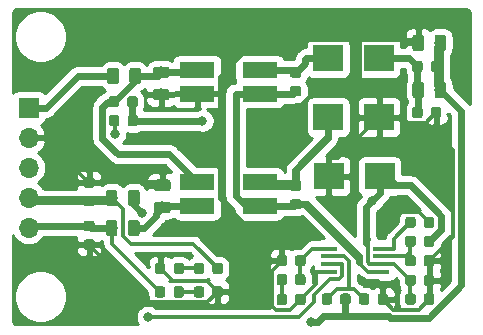
<source format=gtl>
G04 #@! TF.GenerationSoftware,KiCad,Pcbnew,(5.1.2)-1*
G04 #@! TF.CreationDate,2020-05-04T21:43:22+09:00*
G04 #@! TF.ProjectId,dcdc,64636463-2e6b-4696-9361-645f70636258,v1.2*
G04 #@! TF.SameCoordinates,Original*
G04 #@! TF.FileFunction,Copper,L1,Top*
G04 #@! TF.FilePolarity,Positive*
%FSLAX46Y46*%
G04 Gerber Fmt 4.6, Leading zero omitted, Abs format (unit mm)*
G04 Created by KiCad (PCBNEW (5.1.2)-1) date 2020-05-04 21:43:22*
%MOMM*%
%LPD*%
G04 APERTURE LIST*
%ADD10C,0.100000*%
%ADD11C,0.875000*%
%ADD12R,3.000000X1.400000*%
%ADD13C,0.975000*%
%ADD14R,1.450000X0.450000*%
%ADD15O,1.700000X1.700000*%
%ADD16R,1.700000X1.700000*%
%ADD17R,2.500000X2.300000*%
%ADD18C,0.800000*%
%ADD19C,0.300000*%
%ADD20C,0.600000*%
%ADD21C,0.254000*%
G04 APERTURE END LIST*
D10*
G36*
X150215691Y-85726053D02*
G01*
X150236926Y-85729203D01*
X150257750Y-85734419D01*
X150277962Y-85741651D01*
X150297368Y-85750830D01*
X150315781Y-85761866D01*
X150333024Y-85774654D01*
X150348930Y-85789070D01*
X150363346Y-85804976D01*
X150376134Y-85822219D01*
X150387170Y-85840632D01*
X150396349Y-85860038D01*
X150403581Y-85880250D01*
X150408797Y-85901074D01*
X150411947Y-85922309D01*
X150413000Y-85943750D01*
X150413000Y-86456250D01*
X150411947Y-86477691D01*
X150408797Y-86498926D01*
X150403581Y-86519750D01*
X150396349Y-86539962D01*
X150387170Y-86559368D01*
X150376134Y-86577781D01*
X150363346Y-86595024D01*
X150348930Y-86610930D01*
X150333024Y-86625346D01*
X150315781Y-86638134D01*
X150297368Y-86649170D01*
X150277962Y-86658349D01*
X150257750Y-86665581D01*
X150236926Y-86670797D01*
X150215691Y-86673947D01*
X150194250Y-86675000D01*
X149756750Y-86675000D01*
X149735309Y-86673947D01*
X149714074Y-86670797D01*
X149693250Y-86665581D01*
X149673038Y-86658349D01*
X149653632Y-86649170D01*
X149635219Y-86638134D01*
X149617976Y-86625346D01*
X149602070Y-86610930D01*
X149587654Y-86595024D01*
X149574866Y-86577781D01*
X149563830Y-86559368D01*
X149554651Y-86539962D01*
X149547419Y-86519750D01*
X149542203Y-86498926D01*
X149539053Y-86477691D01*
X149538000Y-86456250D01*
X149538000Y-85943750D01*
X149539053Y-85922309D01*
X149542203Y-85901074D01*
X149547419Y-85880250D01*
X149554651Y-85860038D01*
X149563830Y-85840632D01*
X149574866Y-85822219D01*
X149587654Y-85804976D01*
X149602070Y-85789070D01*
X149617976Y-85774654D01*
X149635219Y-85761866D01*
X149653632Y-85750830D01*
X149673038Y-85741651D01*
X149693250Y-85734419D01*
X149714074Y-85729203D01*
X149735309Y-85726053D01*
X149756750Y-85725000D01*
X150194250Y-85725000D01*
X150215691Y-85726053D01*
X150215691Y-85726053D01*
G37*
D11*
X149975500Y-86200000D03*
D10*
G36*
X148640691Y-85726053D02*
G01*
X148661926Y-85729203D01*
X148682750Y-85734419D01*
X148702962Y-85741651D01*
X148722368Y-85750830D01*
X148740781Y-85761866D01*
X148758024Y-85774654D01*
X148773930Y-85789070D01*
X148788346Y-85804976D01*
X148801134Y-85822219D01*
X148812170Y-85840632D01*
X148821349Y-85860038D01*
X148828581Y-85880250D01*
X148833797Y-85901074D01*
X148836947Y-85922309D01*
X148838000Y-85943750D01*
X148838000Y-86456250D01*
X148836947Y-86477691D01*
X148833797Y-86498926D01*
X148828581Y-86519750D01*
X148821349Y-86539962D01*
X148812170Y-86559368D01*
X148801134Y-86577781D01*
X148788346Y-86595024D01*
X148773930Y-86610930D01*
X148758024Y-86625346D01*
X148740781Y-86638134D01*
X148722368Y-86649170D01*
X148702962Y-86658349D01*
X148682750Y-86665581D01*
X148661926Y-86670797D01*
X148640691Y-86673947D01*
X148619250Y-86675000D01*
X148181750Y-86675000D01*
X148160309Y-86673947D01*
X148139074Y-86670797D01*
X148118250Y-86665581D01*
X148098038Y-86658349D01*
X148078632Y-86649170D01*
X148060219Y-86638134D01*
X148042976Y-86625346D01*
X148027070Y-86610930D01*
X148012654Y-86595024D01*
X147999866Y-86577781D01*
X147988830Y-86559368D01*
X147979651Y-86539962D01*
X147972419Y-86519750D01*
X147967203Y-86498926D01*
X147964053Y-86477691D01*
X147963000Y-86456250D01*
X147963000Y-85943750D01*
X147964053Y-85922309D01*
X147967203Y-85901074D01*
X147972419Y-85880250D01*
X147979651Y-85860038D01*
X147988830Y-85840632D01*
X147999866Y-85822219D01*
X148012654Y-85804976D01*
X148027070Y-85789070D01*
X148042976Y-85774654D01*
X148060219Y-85761866D01*
X148078632Y-85750830D01*
X148098038Y-85741651D01*
X148118250Y-85734419D01*
X148139074Y-85729203D01*
X148160309Y-85726053D01*
X148181750Y-85725000D01*
X148619250Y-85725000D01*
X148640691Y-85726053D01*
X148640691Y-85726053D01*
G37*
D11*
X148400500Y-86200000D03*
D10*
G36*
X125377691Y-75888553D02*
G01*
X125398926Y-75891703D01*
X125419750Y-75896919D01*
X125439962Y-75904151D01*
X125459368Y-75913330D01*
X125477781Y-75924366D01*
X125495024Y-75937154D01*
X125510930Y-75951570D01*
X125525346Y-75967476D01*
X125538134Y-75984719D01*
X125549170Y-76003132D01*
X125558349Y-76022538D01*
X125565581Y-76042750D01*
X125570797Y-76063574D01*
X125573947Y-76084809D01*
X125575000Y-76106250D01*
X125575000Y-76543750D01*
X125573947Y-76565191D01*
X125570797Y-76586426D01*
X125565581Y-76607250D01*
X125558349Y-76627462D01*
X125549170Y-76646868D01*
X125538134Y-76665281D01*
X125525346Y-76682524D01*
X125510930Y-76698430D01*
X125495024Y-76712846D01*
X125477781Y-76725634D01*
X125459368Y-76736670D01*
X125439962Y-76745849D01*
X125419750Y-76753081D01*
X125398926Y-76758297D01*
X125377691Y-76761447D01*
X125356250Y-76762500D01*
X124843750Y-76762500D01*
X124822309Y-76761447D01*
X124801074Y-76758297D01*
X124780250Y-76753081D01*
X124760038Y-76745849D01*
X124740632Y-76736670D01*
X124722219Y-76725634D01*
X124704976Y-76712846D01*
X124689070Y-76698430D01*
X124674654Y-76682524D01*
X124661866Y-76665281D01*
X124650830Y-76646868D01*
X124641651Y-76627462D01*
X124634419Y-76607250D01*
X124629203Y-76586426D01*
X124626053Y-76565191D01*
X124625000Y-76543750D01*
X124625000Y-76106250D01*
X124626053Y-76084809D01*
X124629203Y-76063574D01*
X124634419Y-76042750D01*
X124641651Y-76022538D01*
X124650830Y-76003132D01*
X124661866Y-75984719D01*
X124674654Y-75967476D01*
X124689070Y-75951570D01*
X124704976Y-75937154D01*
X124722219Y-75924366D01*
X124740632Y-75913330D01*
X124760038Y-75904151D01*
X124780250Y-75896919D01*
X124801074Y-75891703D01*
X124822309Y-75888553D01*
X124843750Y-75887500D01*
X125356250Y-75887500D01*
X125377691Y-75888553D01*
X125377691Y-75888553D01*
G37*
D11*
X125100000Y-76325000D03*
D10*
G36*
X125377691Y-77463553D02*
G01*
X125398926Y-77466703D01*
X125419750Y-77471919D01*
X125439962Y-77479151D01*
X125459368Y-77488330D01*
X125477781Y-77499366D01*
X125495024Y-77512154D01*
X125510930Y-77526570D01*
X125525346Y-77542476D01*
X125538134Y-77559719D01*
X125549170Y-77578132D01*
X125558349Y-77597538D01*
X125565581Y-77617750D01*
X125570797Y-77638574D01*
X125573947Y-77659809D01*
X125575000Y-77681250D01*
X125575000Y-78118750D01*
X125573947Y-78140191D01*
X125570797Y-78161426D01*
X125565581Y-78182250D01*
X125558349Y-78202462D01*
X125549170Y-78221868D01*
X125538134Y-78240281D01*
X125525346Y-78257524D01*
X125510930Y-78273430D01*
X125495024Y-78287846D01*
X125477781Y-78300634D01*
X125459368Y-78311670D01*
X125439962Y-78320849D01*
X125419750Y-78328081D01*
X125398926Y-78333297D01*
X125377691Y-78336447D01*
X125356250Y-78337500D01*
X124843750Y-78337500D01*
X124822309Y-78336447D01*
X124801074Y-78333297D01*
X124780250Y-78328081D01*
X124760038Y-78320849D01*
X124740632Y-78311670D01*
X124722219Y-78300634D01*
X124704976Y-78287846D01*
X124689070Y-78273430D01*
X124674654Y-78257524D01*
X124661866Y-78240281D01*
X124650830Y-78221868D01*
X124641651Y-78202462D01*
X124634419Y-78182250D01*
X124629203Y-78161426D01*
X124626053Y-78140191D01*
X124625000Y-78118750D01*
X124625000Y-77681250D01*
X124626053Y-77659809D01*
X124629203Y-77638574D01*
X124634419Y-77617750D01*
X124641651Y-77597538D01*
X124650830Y-77578132D01*
X124661866Y-77559719D01*
X124674654Y-77542476D01*
X124689070Y-77526570D01*
X124704976Y-77512154D01*
X124722219Y-77499366D01*
X124740632Y-77488330D01*
X124760038Y-77479151D01*
X124780250Y-77471919D01*
X124801074Y-77466703D01*
X124822309Y-77463553D01*
X124843750Y-77462500D01*
X125356250Y-77462500D01*
X125377691Y-77463553D01*
X125377691Y-77463553D01*
G37*
D11*
X125100000Y-77900000D03*
D10*
G36*
X125377691Y-81151053D02*
G01*
X125398926Y-81154203D01*
X125419750Y-81159419D01*
X125439962Y-81166651D01*
X125459368Y-81175830D01*
X125477781Y-81186866D01*
X125495024Y-81199654D01*
X125510930Y-81214070D01*
X125525346Y-81229976D01*
X125538134Y-81247219D01*
X125549170Y-81265632D01*
X125558349Y-81285038D01*
X125565581Y-81305250D01*
X125570797Y-81326074D01*
X125573947Y-81347309D01*
X125575000Y-81368750D01*
X125575000Y-81806250D01*
X125573947Y-81827691D01*
X125570797Y-81848926D01*
X125565581Y-81869750D01*
X125558349Y-81889962D01*
X125549170Y-81909368D01*
X125538134Y-81927781D01*
X125525346Y-81945024D01*
X125510930Y-81960930D01*
X125495024Y-81975346D01*
X125477781Y-81988134D01*
X125459368Y-81999170D01*
X125439962Y-82008349D01*
X125419750Y-82015581D01*
X125398926Y-82020797D01*
X125377691Y-82023947D01*
X125356250Y-82025000D01*
X124843750Y-82025000D01*
X124822309Y-82023947D01*
X124801074Y-82020797D01*
X124780250Y-82015581D01*
X124760038Y-82008349D01*
X124740632Y-81999170D01*
X124722219Y-81988134D01*
X124704976Y-81975346D01*
X124689070Y-81960930D01*
X124674654Y-81945024D01*
X124661866Y-81927781D01*
X124650830Y-81909368D01*
X124641651Y-81889962D01*
X124634419Y-81869750D01*
X124629203Y-81848926D01*
X124626053Y-81827691D01*
X124625000Y-81806250D01*
X124625000Y-81368750D01*
X124626053Y-81347309D01*
X124629203Y-81326074D01*
X124634419Y-81305250D01*
X124641651Y-81285038D01*
X124650830Y-81265632D01*
X124661866Y-81247219D01*
X124674654Y-81229976D01*
X124689070Y-81214070D01*
X124704976Y-81199654D01*
X124722219Y-81186866D01*
X124740632Y-81175830D01*
X124760038Y-81166651D01*
X124780250Y-81159419D01*
X124801074Y-81154203D01*
X124822309Y-81151053D01*
X124843750Y-81150000D01*
X125356250Y-81150000D01*
X125377691Y-81151053D01*
X125377691Y-81151053D01*
G37*
D11*
X125100000Y-81587500D03*
D10*
G36*
X125377691Y-79576053D02*
G01*
X125398926Y-79579203D01*
X125419750Y-79584419D01*
X125439962Y-79591651D01*
X125459368Y-79600830D01*
X125477781Y-79611866D01*
X125495024Y-79624654D01*
X125510930Y-79639070D01*
X125525346Y-79654976D01*
X125538134Y-79672219D01*
X125549170Y-79690632D01*
X125558349Y-79710038D01*
X125565581Y-79730250D01*
X125570797Y-79751074D01*
X125573947Y-79772309D01*
X125575000Y-79793750D01*
X125575000Y-80231250D01*
X125573947Y-80252691D01*
X125570797Y-80273926D01*
X125565581Y-80294750D01*
X125558349Y-80314962D01*
X125549170Y-80334368D01*
X125538134Y-80352781D01*
X125525346Y-80370024D01*
X125510930Y-80385930D01*
X125495024Y-80400346D01*
X125477781Y-80413134D01*
X125459368Y-80424170D01*
X125439962Y-80433349D01*
X125419750Y-80440581D01*
X125398926Y-80445797D01*
X125377691Y-80448947D01*
X125356250Y-80450000D01*
X124843750Y-80450000D01*
X124822309Y-80448947D01*
X124801074Y-80445797D01*
X124780250Y-80440581D01*
X124760038Y-80433349D01*
X124740632Y-80424170D01*
X124722219Y-80413134D01*
X124704976Y-80400346D01*
X124689070Y-80385930D01*
X124674654Y-80370024D01*
X124661866Y-80352781D01*
X124650830Y-80334368D01*
X124641651Y-80314962D01*
X124634419Y-80294750D01*
X124629203Y-80273926D01*
X124626053Y-80252691D01*
X124625000Y-80231250D01*
X124625000Y-79793750D01*
X124626053Y-79772309D01*
X124629203Y-79751074D01*
X124634419Y-79730250D01*
X124641651Y-79710038D01*
X124650830Y-79690632D01*
X124661866Y-79672219D01*
X124674654Y-79654976D01*
X124689070Y-79639070D01*
X124704976Y-79624654D01*
X124722219Y-79611866D01*
X124740632Y-79600830D01*
X124760038Y-79591651D01*
X124780250Y-79584419D01*
X124801074Y-79579203D01*
X124822309Y-79576053D01*
X124843750Y-79575000D01*
X125356250Y-79575000D01*
X125377691Y-79576053D01*
X125377691Y-79576053D01*
G37*
D11*
X125100000Y-80012500D03*
D10*
G36*
X153140691Y-66026053D02*
G01*
X153161926Y-66029203D01*
X153182750Y-66034419D01*
X153202962Y-66041651D01*
X153222368Y-66050830D01*
X153240781Y-66061866D01*
X153258024Y-66074654D01*
X153273930Y-66089070D01*
X153288346Y-66104976D01*
X153301134Y-66122219D01*
X153312170Y-66140632D01*
X153321349Y-66160038D01*
X153328581Y-66180250D01*
X153333797Y-66201074D01*
X153336947Y-66222309D01*
X153338000Y-66243750D01*
X153338000Y-66756250D01*
X153336947Y-66777691D01*
X153333797Y-66798926D01*
X153328581Y-66819750D01*
X153321349Y-66839962D01*
X153312170Y-66859368D01*
X153301134Y-66877781D01*
X153288346Y-66895024D01*
X153273930Y-66910930D01*
X153258024Y-66925346D01*
X153240781Y-66938134D01*
X153222368Y-66949170D01*
X153202962Y-66958349D01*
X153182750Y-66965581D01*
X153161926Y-66970797D01*
X153140691Y-66973947D01*
X153119250Y-66975000D01*
X152681750Y-66975000D01*
X152660309Y-66973947D01*
X152639074Y-66970797D01*
X152618250Y-66965581D01*
X152598038Y-66958349D01*
X152578632Y-66949170D01*
X152560219Y-66938134D01*
X152542976Y-66925346D01*
X152527070Y-66910930D01*
X152512654Y-66895024D01*
X152499866Y-66877781D01*
X152488830Y-66859368D01*
X152479651Y-66839962D01*
X152472419Y-66819750D01*
X152467203Y-66798926D01*
X152464053Y-66777691D01*
X152463000Y-66756250D01*
X152463000Y-66243750D01*
X152464053Y-66222309D01*
X152467203Y-66201074D01*
X152472419Y-66180250D01*
X152479651Y-66160038D01*
X152488830Y-66140632D01*
X152499866Y-66122219D01*
X152512654Y-66104976D01*
X152527070Y-66089070D01*
X152542976Y-66074654D01*
X152560219Y-66061866D01*
X152578632Y-66050830D01*
X152598038Y-66041651D01*
X152618250Y-66034419D01*
X152639074Y-66029203D01*
X152660309Y-66026053D01*
X152681750Y-66025000D01*
X153119250Y-66025000D01*
X153140691Y-66026053D01*
X153140691Y-66026053D01*
G37*
D11*
X152900500Y-66500000D03*
D10*
G36*
X154715691Y-66026053D02*
G01*
X154736926Y-66029203D01*
X154757750Y-66034419D01*
X154777962Y-66041651D01*
X154797368Y-66050830D01*
X154815781Y-66061866D01*
X154833024Y-66074654D01*
X154848930Y-66089070D01*
X154863346Y-66104976D01*
X154876134Y-66122219D01*
X154887170Y-66140632D01*
X154896349Y-66160038D01*
X154903581Y-66180250D01*
X154908797Y-66201074D01*
X154911947Y-66222309D01*
X154913000Y-66243750D01*
X154913000Y-66756250D01*
X154911947Y-66777691D01*
X154908797Y-66798926D01*
X154903581Y-66819750D01*
X154896349Y-66839962D01*
X154887170Y-66859368D01*
X154876134Y-66877781D01*
X154863346Y-66895024D01*
X154848930Y-66910930D01*
X154833024Y-66925346D01*
X154815781Y-66938134D01*
X154797368Y-66949170D01*
X154777962Y-66958349D01*
X154757750Y-66965581D01*
X154736926Y-66970797D01*
X154715691Y-66973947D01*
X154694250Y-66975000D01*
X154256750Y-66975000D01*
X154235309Y-66973947D01*
X154214074Y-66970797D01*
X154193250Y-66965581D01*
X154173038Y-66958349D01*
X154153632Y-66949170D01*
X154135219Y-66938134D01*
X154117976Y-66925346D01*
X154102070Y-66910930D01*
X154087654Y-66895024D01*
X154074866Y-66877781D01*
X154063830Y-66859368D01*
X154054651Y-66839962D01*
X154047419Y-66819750D01*
X154042203Y-66798926D01*
X154039053Y-66777691D01*
X154038000Y-66756250D01*
X154038000Y-66243750D01*
X154039053Y-66222309D01*
X154042203Y-66201074D01*
X154047419Y-66180250D01*
X154054651Y-66160038D01*
X154063830Y-66140632D01*
X154074866Y-66122219D01*
X154087654Y-66104976D01*
X154102070Y-66089070D01*
X154117976Y-66074654D01*
X154135219Y-66061866D01*
X154153632Y-66050830D01*
X154173038Y-66041651D01*
X154193250Y-66034419D01*
X154214074Y-66029203D01*
X154235309Y-66026053D01*
X154256750Y-66025000D01*
X154694250Y-66025000D01*
X154715691Y-66026053D01*
X154715691Y-66026053D01*
G37*
D11*
X154475500Y-66500000D03*
D10*
G36*
X127440691Y-69026053D02*
G01*
X127461926Y-69029203D01*
X127482750Y-69034419D01*
X127502962Y-69041651D01*
X127522368Y-69050830D01*
X127540781Y-69061866D01*
X127558024Y-69074654D01*
X127573930Y-69089070D01*
X127588346Y-69104976D01*
X127601134Y-69122219D01*
X127612170Y-69140632D01*
X127621349Y-69160038D01*
X127628581Y-69180250D01*
X127633797Y-69201074D01*
X127636947Y-69222309D01*
X127638000Y-69243750D01*
X127638000Y-69756250D01*
X127636947Y-69777691D01*
X127633797Y-69798926D01*
X127628581Y-69819750D01*
X127621349Y-69839962D01*
X127612170Y-69859368D01*
X127601134Y-69877781D01*
X127588346Y-69895024D01*
X127573930Y-69910930D01*
X127558024Y-69925346D01*
X127540781Y-69938134D01*
X127522368Y-69949170D01*
X127502962Y-69958349D01*
X127482750Y-69965581D01*
X127461926Y-69970797D01*
X127440691Y-69973947D01*
X127419250Y-69975000D01*
X126981750Y-69975000D01*
X126960309Y-69973947D01*
X126939074Y-69970797D01*
X126918250Y-69965581D01*
X126898038Y-69958349D01*
X126878632Y-69949170D01*
X126860219Y-69938134D01*
X126842976Y-69925346D01*
X126827070Y-69910930D01*
X126812654Y-69895024D01*
X126799866Y-69877781D01*
X126788830Y-69859368D01*
X126779651Y-69839962D01*
X126772419Y-69819750D01*
X126767203Y-69798926D01*
X126764053Y-69777691D01*
X126763000Y-69756250D01*
X126763000Y-69243750D01*
X126764053Y-69222309D01*
X126767203Y-69201074D01*
X126772419Y-69180250D01*
X126779651Y-69160038D01*
X126788830Y-69140632D01*
X126799866Y-69122219D01*
X126812654Y-69104976D01*
X126827070Y-69089070D01*
X126842976Y-69074654D01*
X126860219Y-69061866D01*
X126878632Y-69050830D01*
X126898038Y-69041651D01*
X126918250Y-69034419D01*
X126939074Y-69029203D01*
X126960309Y-69026053D01*
X126981750Y-69025000D01*
X127419250Y-69025000D01*
X127440691Y-69026053D01*
X127440691Y-69026053D01*
G37*
D11*
X127200500Y-69500000D03*
D10*
G36*
X129015691Y-69026053D02*
G01*
X129036926Y-69029203D01*
X129057750Y-69034419D01*
X129077962Y-69041651D01*
X129097368Y-69050830D01*
X129115781Y-69061866D01*
X129133024Y-69074654D01*
X129148930Y-69089070D01*
X129163346Y-69104976D01*
X129176134Y-69122219D01*
X129187170Y-69140632D01*
X129196349Y-69160038D01*
X129203581Y-69180250D01*
X129208797Y-69201074D01*
X129211947Y-69222309D01*
X129213000Y-69243750D01*
X129213000Y-69756250D01*
X129211947Y-69777691D01*
X129208797Y-69798926D01*
X129203581Y-69819750D01*
X129196349Y-69839962D01*
X129187170Y-69859368D01*
X129176134Y-69877781D01*
X129163346Y-69895024D01*
X129148930Y-69910930D01*
X129133024Y-69925346D01*
X129115781Y-69938134D01*
X129097368Y-69949170D01*
X129077962Y-69958349D01*
X129057750Y-69965581D01*
X129036926Y-69970797D01*
X129015691Y-69973947D01*
X128994250Y-69975000D01*
X128556750Y-69975000D01*
X128535309Y-69973947D01*
X128514074Y-69970797D01*
X128493250Y-69965581D01*
X128473038Y-69958349D01*
X128453632Y-69949170D01*
X128435219Y-69938134D01*
X128417976Y-69925346D01*
X128402070Y-69910930D01*
X128387654Y-69895024D01*
X128374866Y-69877781D01*
X128363830Y-69859368D01*
X128354651Y-69839962D01*
X128347419Y-69819750D01*
X128342203Y-69798926D01*
X128339053Y-69777691D01*
X128338000Y-69756250D01*
X128338000Y-69243750D01*
X128339053Y-69222309D01*
X128342203Y-69201074D01*
X128347419Y-69180250D01*
X128354651Y-69160038D01*
X128363830Y-69140632D01*
X128374866Y-69122219D01*
X128387654Y-69104976D01*
X128402070Y-69089070D01*
X128417976Y-69074654D01*
X128435219Y-69061866D01*
X128453632Y-69050830D01*
X128473038Y-69041651D01*
X128493250Y-69034419D01*
X128514074Y-69029203D01*
X128535309Y-69026053D01*
X128556750Y-69025000D01*
X128994250Y-69025000D01*
X129015691Y-69026053D01*
X129015691Y-69026053D01*
G37*
D11*
X128775500Y-69500000D03*
D12*
X134250000Y-68800000D03*
X134250000Y-66800000D03*
X139550000Y-68800000D03*
X139550000Y-66800000D03*
X134250000Y-78300000D03*
X134250000Y-76300000D03*
X139550000Y-78300000D03*
X139550000Y-76300000D03*
D10*
G36*
X155105142Y-67801174D02*
G01*
X155128803Y-67804684D01*
X155152007Y-67810496D01*
X155174529Y-67818554D01*
X155196153Y-67828782D01*
X155216670Y-67841079D01*
X155235883Y-67855329D01*
X155253607Y-67871393D01*
X155269671Y-67889117D01*
X155283921Y-67908330D01*
X155296218Y-67928847D01*
X155306446Y-67950471D01*
X155314504Y-67972993D01*
X155320316Y-67996197D01*
X155323826Y-68019858D01*
X155325000Y-68043750D01*
X155325000Y-68956250D01*
X155323826Y-68980142D01*
X155320316Y-69003803D01*
X155314504Y-69027007D01*
X155306446Y-69049529D01*
X155296218Y-69071153D01*
X155283921Y-69091670D01*
X155269671Y-69110883D01*
X155253607Y-69128607D01*
X155235883Y-69144671D01*
X155216670Y-69158921D01*
X155196153Y-69171218D01*
X155174529Y-69181446D01*
X155152007Y-69189504D01*
X155128803Y-69195316D01*
X155105142Y-69198826D01*
X155081250Y-69200000D01*
X154593750Y-69200000D01*
X154569858Y-69198826D01*
X154546197Y-69195316D01*
X154522993Y-69189504D01*
X154500471Y-69181446D01*
X154478847Y-69171218D01*
X154458330Y-69158921D01*
X154439117Y-69144671D01*
X154421393Y-69128607D01*
X154405329Y-69110883D01*
X154391079Y-69091670D01*
X154378782Y-69071153D01*
X154368554Y-69049529D01*
X154360496Y-69027007D01*
X154354684Y-69003803D01*
X154351174Y-68980142D01*
X154350000Y-68956250D01*
X154350000Y-68043750D01*
X154351174Y-68019858D01*
X154354684Y-67996197D01*
X154360496Y-67972993D01*
X154368554Y-67950471D01*
X154378782Y-67928847D01*
X154391079Y-67908330D01*
X154405329Y-67889117D01*
X154421393Y-67871393D01*
X154439117Y-67855329D01*
X154458330Y-67841079D01*
X154478847Y-67828782D01*
X154500471Y-67818554D01*
X154522993Y-67810496D01*
X154546197Y-67804684D01*
X154569858Y-67801174D01*
X154593750Y-67800000D01*
X155081250Y-67800000D01*
X155105142Y-67801174D01*
X155105142Y-67801174D01*
G37*
D13*
X154837500Y-68500000D03*
D10*
G36*
X153230142Y-67801174D02*
G01*
X153253803Y-67804684D01*
X153277007Y-67810496D01*
X153299529Y-67818554D01*
X153321153Y-67828782D01*
X153341670Y-67841079D01*
X153360883Y-67855329D01*
X153378607Y-67871393D01*
X153394671Y-67889117D01*
X153408921Y-67908330D01*
X153421218Y-67928847D01*
X153431446Y-67950471D01*
X153439504Y-67972993D01*
X153445316Y-67996197D01*
X153448826Y-68019858D01*
X153450000Y-68043750D01*
X153450000Y-68956250D01*
X153448826Y-68980142D01*
X153445316Y-69003803D01*
X153439504Y-69027007D01*
X153431446Y-69049529D01*
X153421218Y-69071153D01*
X153408921Y-69091670D01*
X153394671Y-69110883D01*
X153378607Y-69128607D01*
X153360883Y-69144671D01*
X153341670Y-69158921D01*
X153321153Y-69171218D01*
X153299529Y-69181446D01*
X153277007Y-69189504D01*
X153253803Y-69195316D01*
X153230142Y-69198826D01*
X153206250Y-69200000D01*
X152718750Y-69200000D01*
X152694858Y-69198826D01*
X152671197Y-69195316D01*
X152647993Y-69189504D01*
X152625471Y-69181446D01*
X152603847Y-69171218D01*
X152583330Y-69158921D01*
X152564117Y-69144671D01*
X152546393Y-69128607D01*
X152530329Y-69110883D01*
X152516079Y-69091670D01*
X152503782Y-69071153D01*
X152493554Y-69049529D01*
X152485496Y-69027007D01*
X152479684Y-69003803D01*
X152476174Y-68980142D01*
X152475000Y-68956250D01*
X152475000Y-68043750D01*
X152476174Y-68019858D01*
X152479684Y-67996197D01*
X152485496Y-67972993D01*
X152493554Y-67950471D01*
X152503782Y-67928847D01*
X152516079Y-67908330D01*
X152530329Y-67889117D01*
X152546393Y-67871393D01*
X152564117Y-67855329D01*
X152583330Y-67841079D01*
X152603847Y-67828782D01*
X152625471Y-67818554D01*
X152647993Y-67810496D01*
X152671197Y-67804684D01*
X152694858Y-67801174D01*
X152718750Y-67800000D01*
X153206250Y-67800000D01*
X153230142Y-67801174D01*
X153230142Y-67801174D01*
G37*
D13*
X152962500Y-68500000D03*
D10*
G36*
X131780142Y-76076174D02*
G01*
X131803803Y-76079684D01*
X131827007Y-76085496D01*
X131849529Y-76093554D01*
X131871153Y-76103782D01*
X131891670Y-76116079D01*
X131910883Y-76130329D01*
X131928607Y-76146393D01*
X131944671Y-76164117D01*
X131958921Y-76183330D01*
X131971218Y-76203847D01*
X131981446Y-76225471D01*
X131989504Y-76247993D01*
X131995316Y-76271197D01*
X131998826Y-76294858D01*
X132000000Y-76318750D01*
X132000000Y-76806250D01*
X131998826Y-76830142D01*
X131995316Y-76853803D01*
X131989504Y-76877007D01*
X131981446Y-76899529D01*
X131971218Y-76921153D01*
X131958921Y-76941670D01*
X131944671Y-76960883D01*
X131928607Y-76978607D01*
X131910883Y-76994671D01*
X131891670Y-77008921D01*
X131871153Y-77021218D01*
X131849529Y-77031446D01*
X131827007Y-77039504D01*
X131803803Y-77045316D01*
X131780142Y-77048826D01*
X131756250Y-77050000D01*
X130843750Y-77050000D01*
X130819858Y-77048826D01*
X130796197Y-77045316D01*
X130772993Y-77039504D01*
X130750471Y-77031446D01*
X130728847Y-77021218D01*
X130708330Y-77008921D01*
X130689117Y-76994671D01*
X130671393Y-76978607D01*
X130655329Y-76960883D01*
X130641079Y-76941670D01*
X130628782Y-76921153D01*
X130618554Y-76899529D01*
X130610496Y-76877007D01*
X130604684Y-76853803D01*
X130601174Y-76830142D01*
X130600000Y-76806250D01*
X130600000Y-76318750D01*
X130601174Y-76294858D01*
X130604684Y-76271197D01*
X130610496Y-76247993D01*
X130618554Y-76225471D01*
X130628782Y-76203847D01*
X130641079Y-76183330D01*
X130655329Y-76164117D01*
X130671393Y-76146393D01*
X130689117Y-76130329D01*
X130708330Y-76116079D01*
X130728847Y-76103782D01*
X130750471Y-76093554D01*
X130772993Y-76085496D01*
X130796197Y-76079684D01*
X130819858Y-76076174D01*
X130843750Y-76075000D01*
X131756250Y-76075000D01*
X131780142Y-76076174D01*
X131780142Y-76076174D01*
G37*
D13*
X131300000Y-76562500D03*
D10*
G36*
X131780142Y-77951174D02*
G01*
X131803803Y-77954684D01*
X131827007Y-77960496D01*
X131849529Y-77968554D01*
X131871153Y-77978782D01*
X131891670Y-77991079D01*
X131910883Y-78005329D01*
X131928607Y-78021393D01*
X131944671Y-78039117D01*
X131958921Y-78058330D01*
X131971218Y-78078847D01*
X131981446Y-78100471D01*
X131989504Y-78122993D01*
X131995316Y-78146197D01*
X131998826Y-78169858D01*
X132000000Y-78193750D01*
X132000000Y-78681250D01*
X131998826Y-78705142D01*
X131995316Y-78728803D01*
X131989504Y-78752007D01*
X131981446Y-78774529D01*
X131971218Y-78796153D01*
X131958921Y-78816670D01*
X131944671Y-78835883D01*
X131928607Y-78853607D01*
X131910883Y-78869671D01*
X131891670Y-78883921D01*
X131871153Y-78896218D01*
X131849529Y-78906446D01*
X131827007Y-78914504D01*
X131803803Y-78920316D01*
X131780142Y-78923826D01*
X131756250Y-78925000D01*
X130843750Y-78925000D01*
X130819858Y-78923826D01*
X130796197Y-78920316D01*
X130772993Y-78914504D01*
X130750471Y-78906446D01*
X130728847Y-78896218D01*
X130708330Y-78883921D01*
X130689117Y-78869671D01*
X130671393Y-78853607D01*
X130655329Y-78835883D01*
X130641079Y-78816670D01*
X130628782Y-78796153D01*
X130618554Y-78774529D01*
X130610496Y-78752007D01*
X130604684Y-78728803D01*
X130601174Y-78705142D01*
X130600000Y-78681250D01*
X130600000Y-78193750D01*
X130601174Y-78169858D01*
X130604684Y-78146197D01*
X130610496Y-78122993D01*
X130618554Y-78100471D01*
X130628782Y-78078847D01*
X130641079Y-78058330D01*
X130655329Y-78039117D01*
X130671393Y-78021393D01*
X130689117Y-78005329D01*
X130708330Y-77991079D01*
X130728847Y-77978782D01*
X130750471Y-77968554D01*
X130772993Y-77960496D01*
X130796197Y-77954684D01*
X130819858Y-77951174D01*
X130843750Y-77950000D01*
X131756250Y-77950000D01*
X131780142Y-77951174D01*
X131780142Y-77951174D01*
G37*
D13*
X131300000Y-78437500D03*
D10*
G36*
X153230142Y-63801174D02*
G01*
X153253803Y-63804684D01*
X153277007Y-63810496D01*
X153299529Y-63818554D01*
X153321153Y-63828782D01*
X153341670Y-63841079D01*
X153360883Y-63855329D01*
X153378607Y-63871393D01*
X153394671Y-63889117D01*
X153408921Y-63908330D01*
X153421218Y-63928847D01*
X153431446Y-63950471D01*
X153439504Y-63972993D01*
X153445316Y-63996197D01*
X153448826Y-64019858D01*
X153450000Y-64043750D01*
X153450000Y-64956250D01*
X153448826Y-64980142D01*
X153445316Y-65003803D01*
X153439504Y-65027007D01*
X153431446Y-65049529D01*
X153421218Y-65071153D01*
X153408921Y-65091670D01*
X153394671Y-65110883D01*
X153378607Y-65128607D01*
X153360883Y-65144671D01*
X153341670Y-65158921D01*
X153321153Y-65171218D01*
X153299529Y-65181446D01*
X153277007Y-65189504D01*
X153253803Y-65195316D01*
X153230142Y-65198826D01*
X153206250Y-65200000D01*
X152718750Y-65200000D01*
X152694858Y-65198826D01*
X152671197Y-65195316D01*
X152647993Y-65189504D01*
X152625471Y-65181446D01*
X152603847Y-65171218D01*
X152583330Y-65158921D01*
X152564117Y-65144671D01*
X152546393Y-65128607D01*
X152530329Y-65110883D01*
X152516079Y-65091670D01*
X152503782Y-65071153D01*
X152493554Y-65049529D01*
X152485496Y-65027007D01*
X152479684Y-65003803D01*
X152476174Y-64980142D01*
X152475000Y-64956250D01*
X152475000Y-64043750D01*
X152476174Y-64019858D01*
X152479684Y-63996197D01*
X152485496Y-63972993D01*
X152493554Y-63950471D01*
X152503782Y-63928847D01*
X152516079Y-63908330D01*
X152530329Y-63889117D01*
X152546393Y-63871393D01*
X152564117Y-63855329D01*
X152583330Y-63841079D01*
X152603847Y-63828782D01*
X152625471Y-63818554D01*
X152647993Y-63810496D01*
X152671197Y-63804684D01*
X152694858Y-63801174D01*
X152718750Y-63800000D01*
X153206250Y-63800000D01*
X153230142Y-63801174D01*
X153230142Y-63801174D01*
G37*
D13*
X152962500Y-64500000D03*
D10*
G36*
X155105142Y-63801174D02*
G01*
X155128803Y-63804684D01*
X155152007Y-63810496D01*
X155174529Y-63818554D01*
X155196153Y-63828782D01*
X155216670Y-63841079D01*
X155235883Y-63855329D01*
X155253607Y-63871393D01*
X155269671Y-63889117D01*
X155283921Y-63908330D01*
X155296218Y-63928847D01*
X155306446Y-63950471D01*
X155314504Y-63972993D01*
X155320316Y-63996197D01*
X155323826Y-64019858D01*
X155325000Y-64043750D01*
X155325000Y-64956250D01*
X155323826Y-64980142D01*
X155320316Y-65003803D01*
X155314504Y-65027007D01*
X155306446Y-65049529D01*
X155296218Y-65071153D01*
X155283921Y-65091670D01*
X155269671Y-65110883D01*
X155253607Y-65128607D01*
X155235883Y-65144671D01*
X155216670Y-65158921D01*
X155196153Y-65171218D01*
X155174529Y-65181446D01*
X155152007Y-65189504D01*
X155128803Y-65195316D01*
X155105142Y-65198826D01*
X155081250Y-65200000D01*
X154593750Y-65200000D01*
X154569858Y-65198826D01*
X154546197Y-65195316D01*
X154522993Y-65189504D01*
X154500471Y-65181446D01*
X154478847Y-65171218D01*
X154458330Y-65158921D01*
X154439117Y-65144671D01*
X154421393Y-65128607D01*
X154405329Y-65110883D01*
X154391079Y-65091670D01*
X154378782Y-65071153D01*
X154368554Y-65049529D01*
X154360496Y-65027007D01*
X154354684Y-65003803D01*
X154351174Y-64980142D01*
X154350000Y-64956250D01*
X154350000Y-64043750D01*
X154351174Y-64019858D01*
X154354684Y-63996197D01*
X154360496Y-63972993D01*
X154368554Y-63950471D01*
X154378782Y-63928847D01*
X154391079Y-63908330D01*
X154405329Y-63889117D01*
X154421393Y-63871393D01*
X154439117Y-63855329D01*
X154458330Y-63841079D01*
X154478847Y-63828782D01*
X154500471Y-63818554D01*
X154522993Y-63810496D01*
X154546197Y-63804684D01*
X154569858Y-63801174D01*
X154593750Y-63800000D01*
X155081250Y-63800000D01*
X155105142Y-63801174D01*
X155105142Y-63801174D01*
G37*
D13*
X154837500Y-64500000D03*
D10*
G36*
X154127691Y-85726053D02*
G01*
X154148926Y-85729203D01*
X154169750Y-85734419D01*
X154189962Y-85741651D01*
X154209368Y-85750830D01*
X154227781Y-85761866D01*
X154245024Y-85774654D01*
X154260930Y-85789070D01*
X154275346Y-85804976D01*
X154288134Y-85822219D01*
X154299170Y-85840632D01*
X154308349Y-85860038D01*
X154315581Y-85880250D01*
X154320797Y-85901074D01*
X154323947Y-85922309D01*
X154325000Y-85943750D01*
X154325000Y-86456250D01*
X154323947Y-86477691D01*
X154320797Y-86498926D01*
X154315581Y-86519750D01*
X154308349Y-86539962D01*
X154299170Y-86559368D01*
X154288134Y-86577781D01*
X154275346Y-86595024D01*
X154260930Y-86610930D01*
X154245024Y-86625346D01*
X154227781Y-86638134D01*
X154209368Y-86649170D01*
X154189962Y-86658349D01*
X154169750Y-86665581D01*
X154148926Y-86670797D01*
X154127691Y-86673947D01*
X154106250Y-86675000D01*
X153668750Y-86675000D01*
X153647309Y-86673947D01*
X153626074Y-86670797D01*
X153605250Y-86665581D01*
X153585038Y-86658349D01*
X153565632Y-86649170D01*
X153547219Y-86638134D01*
X153529976Y-86625346D01*
X153514070Y-86610930D01*
X153499654Y-86595024D01*
X153486866Y-86577781D01*
X153475830Y-86559368D01*
X153466651Y-86539962D01*
X153459419Y-86519750D01*
X153454203Y-86498926D01*
X153451053Y-86477691D01*
X153450000Y-86456250D01*
X153450000Y-85943750D01*
X153451053Y-85922309D01*
X153454203Y-85901074D01*
X153459419Y-85880250D01*
X153466651Y-85860038D01*
X153475830Y-85840632D01*
X153486866Y-85822219D01*
X153499654Y-85804976D01*
X153514070Y-85789070D01*
X153529976Y-85774654D01*
X153547219Y-85761866D01*
X153565632Y-85750830D01*
X153585038Y-85741651D01*
X153605250Y-85734419D01*
X153626074Y-85729203D01*
X153647309Y-85726053D01*
X153668750Y-85725000D01*
X154106250Y-85725000D01*
X154127691Y-85726053D01*
X154127691Y-85726053D01*
G37*
D11*
X153887500Y-86200000D03*
D10*
G36*
X152552691Y-85726053D02*
G01*
X152573926Y-85729203D01*
X152594750Y-85734419D01*
X152614962Y-85741651D01*
X152634368Y-85750830D01*
X152652781Y-85761866D01*
X152670024Y-85774654D01*
X152685930Y-85789070D01*
X152700346Y-85804976D01*
X152713134Y-85822219D01*
X152724170Y-85840632D01*
X152733349Y-85860038D01*
X152740581Y-85880250D01*
X152745797Y-85901074D01*
X152748947Y-85922309D01*
X152750000Y-85943750D01*
X152750000Y-86456250D01*
X152748947Y-86477691D01*
X152745797Y-86498926D01*
X152740581Y-86519750D01*
X152733349Y-86539962D01*
X152724170Y-86559368D01*
X152713134Y-86577781D01*
X152700346Y-86595024D01*
X152685930Y-86610930D01*
X152670024Y-86625346D01*
X152652781Y-86638134D01*
X152634368Y-86649170D01*
X152614962Y-86658349D01*
X152594750Y-86665581D01*
X152573926Y-86670797D01*
X152552691Y-86673947D01*
X152531250Y-86675000D01*
X152093750Y-86675000D01*
X152072309Y-86673947D01*
X152051074Y-86670797D01*
X152030250Y-86665581D01*
X152010038Y-86658349D01*
X151990632Y-86649170D01*
X151972219Y-86638134D01*
X151954976Y-86625346D01*
X151939070Y-86610930D01*
X151924654Y-86595024D01*
X151911866Y-86577781D01*
X151900830Y-86559368D01*
X151891651Y-86539962D01*
X151884419Y-86519750D01*
X151879203Y-86498926D01*
X151876053Y-86477691D01*
X151875000Y-86456250D01*
X151875000Y-85943750D01*
X151876053Y-85922309D01*
X151879203Y-85901074D01*
X151884419Y-85880250D01*
X151891651Y-85860038D01*
X151900830Y-85840632D01*
X151911866Y-85822219D01*
X151924654Y-85804976D01*
X151939070Y-85789070D01*
X151954976Y-85774654D01*
X151972219Y-85761866D01*
X151990632Y-85750830D01*
X152010038Y-85741651D01*
X152030250Y-85734419D01*
X152051074Y-85729203D01*
X152072309Y-85726053D01*
X152093750Y-85725000D01*
X152531250Y-85725000D01*
X152552691Y-85726053D01*
X152552691Y-85726053D01*
G37*
D11*
X152312500Y-86200000D03*
D10*
G36*
X154715691Y-69926053D02*
G01*
X154736926Y-69929203D01*
X154757750Y-69934419D01*
X154777962Y-69941651D01*
X154797368Y-69950830D01*
X154815781Y-69961866D01*
X154833024Y-69974654D01*
X154848930Y-69989070D01*
X154863346Y-70004976D01*
X154876134Y-70022219D01*
X154887170Y-70040632D01*
X154896349Y-70060038D01*
X154903581Y-70080250D01*
X154908797Y-70101074D01*
X154911947Y-70122309D01*
X154913000Y-70143750D01*
X154913000Y-70656250D01*
X154911947Y-70677691D01*
X154908797Y-70698926D01*
X154903581Y-70719750D01*
X154896349Y-70739962D01*
X154887170Y-70759368D01*
X154876134Y-70777781D01*
X154863346Y-70795024D01*
X154848930Y-70810930D01*
X154833024Y-70825346D01*
X154815781Y-70838134D01*
X154797368Y-70849170D01*
X154777962Y-70858349D01*
X154757750Y-70865581D01*
X154736926Y-70870797D01*
X154715691Y-70873947D01*
X154694250Y-70875000D01*
X154256750Y-70875000D01*
X154235309Y-70873947D01*
X154214074Y-70870797D01*
X154193250Y-70865581D01*
X154173038Y-70858349D01*
X154153632Y-70849170D01*
X154135219Y-70838134D01*
X154117976Y-70825346D01*
X154102070Y-70810930D01*
X154087654Y-70795024D01*
X154074866Y-70777781D01*
X154063830Y-70759368D01*
X154054651Y-70739962D01*
X154047419Y-70719750D01*
X154042203Y-70698926D01*
X154039053Y-70677691D01*
X154038000Y-70656250D01*
X154038000Y-70143750D01*
X154039053Y-70122309D01*
X154042203Y-70101074D01*
X154047419Y-70080250D01*
X154054651Y-70060038D01*
X154063830Y-70040632D01*
X154074866Y-70022219D01*
X154087654Y-70004976D01*
X154102070Y-69989070D01*
X154117976Y-69974654D01*
X154135219Y-69961866D01*
X154153632Y-69950830D01*
X154173038Y-69941651D01*
X154193250Y-69934419D01*
X154214074Y-69929203D01*
X154235309Y-69926053D01*
X154256750Y-69925000D01*
X154694250Y-69925000D01*
X154715691Y-69926053D01*
X154715691Y-69926053D01*
G37*
D11*
X154475500Y-70400000D03*
D10*
G36*
X153140691Y-69926053D02*
G01*
X153161926Y-69929203D01*
X153182750Y-69934419D01*
X153202962Y-69941651D01*
X153222368Y-69950830D01*
X153240781Y-69961866D01*
X153258024Y-69974654D01*
X153273930Y-69989070D01*
X153288346Y-70004976D01*
X153301134Y-70022219D01*
X153312170Y-70040632D01*
X153321349Y-70060038D01*
X153328581Y-70080250D01*
X153333797Y-70101074D01*
X153336947Y-70122309D01*
X153338000Y-70143750D01*
X153338000Y-70656250D01*
X153336947Y-70677691D01*
X153333797Y-70698926D01*
X153328581Y-70719750D01*
X153321349Y-70739962D01*
X153312170Y-70759368D01*
X153301134Y-70777781D01*
X153288346Y-70795024D01*
X153273930Y-70810930D01*
X153258024Y-70825346D01*
X153240781Y-70838134D01*
X153222368Y-70849170D01*
X153202962Y-70858349D01*
X153182750Y-70865581D01*
X153161926Y-70870797D01*
X153140691Y-70873947D01*
X153119250Y-70875000D01*
X152681750Y-70875000D01*
X152660309Y-70873947D01*
X152639074Y-70870797D01*
X152618250Y-70865581D01*
X152598038Y-70858349D01*
X152578632Y-70849170D01*
X152560219Y-70838134D01*
X152542976Y-70825346D01*
X152527070Y-70810930D01*
X152512654Y-70795024D01*
X152499866Y-70777781D01*
X152488830Y-70759368D01*
X152479651Y-70739962D01*
X152472419Y-70719750D01*
X152467203Y-70698926D01*
X152464053Y-70677691D01*
X152463000Y-70656250D01*
X152463000Y-70143750D01*
X152464053Y-70122309D01*
X152467203Y-70101074D01*
X152472419Y-70080250D01*
X152479651Y-70060038D01*
X152488830Y-70040632D01*
X152499866Y-70022219D01*
X152512654Y-70004976D01*
X152527070Y-69989070D01*
X152542976Y-69974654D01*
X152560219Y-69961866D01*
X152578632Y-69950830D01*
X152598038Y-69941651D01*
X152618250Y-69934419D01*
X152639074Y-69929203D01*
X152660309Y-69926053D01*
X152681750Y-69925000D01*
X153119250Y-69925000D01*
X153140691Y-69926053D01*
X153140691Y-69926053D01*
G37*
D11*
X152900500Y-70400000D03*
D10*
G36*
X154127691Y-84126053D02*
G01*
X154148926Y-84129203D01*
X154169750Y-84134419D01*
X154189962Y-84141651D01*
X154209368Y-84150830D01*
X154227781Y-84161866D01*
X154245024Y-84174654D01*
X154260930Y-84189070D01*
X154275346Y-84204976D01*
X154288134Y-84222219D01*
X154299170Y-84240632D01*
X154308349Y-84260038D01*
X154315581Y-84280250D01*
X154320797Y-84301074D01*
X154323947Y-84322309D01*
X154325000Y-84343750D01*
X154325000Y-84856250D01*
X154323947Y-84877691D01*
X154320797Y-84898926D01*
X154315581Y-84919750D01*
X154308349Y-84939962D01*
X154299170Y-84959368D01*
X154288134Y-84977781D01*
X154275346Y-84995024D01*
X154260930Y-85010930D01*
X154245024Y-85025346D01*
X154227781Y-85038134D01*
X154209368Y-85049170D01*
X154189962Y-85058349D01*
X154169750Y-85065581D01*
X154148926Y-85070797D01*
X154127691Y-85073947D01*
X154106250Y-85075000D01*
X153668750Y-85075000D01*
X153647309Y-85073947D01*
X153626074Y-85070797D01*
X153605250Y-85065581D01*
X153585038Y-85058349D01*
X153565632Y-85049170D01*
X153547219Y-85038134D01*
X153529976Y-85025346D01*
X153514070Y-85010930D01*
X153499654Y-84995024D01*
X153486866Y-84977781D01*
X153475830Y-84959368D01*
X153466651Y-84939962D01*
X153459419Y-84919750D01*
X153454203Y-84898926D01*
X153451053Y-84877691D01*
X153450000Y-84856250D01*
X153450000Y-84343750D01*
X153451053Y-84322309D01*
X153454203Y-84301074D01*
X153459419Y-84280250D01*
X153466651Y-84260038D01*
X153475830Y-84240632D01*
X153486866Y-84222219D01*
X153499654Y-84204976D01*
X153514070Y-84189070D01*
X153529976Y-84174654D01*
X153547219Y-84161866D01*
X153565632Y-84150830D01*
X153585038Y-84141651D01*
X153605250Y-84134419D01*
X153626074Y-84129203D01*
X153647309Y-84126053D01*
X153668750Y-84125000D01*
X154106250Y-84125000D01*
X154127691Y-84126053D01*
X154127691Y-84126053D01*
G37*
D11*
X153887500Y-84600000D03*
D10*
G36*
X152552691Y-84126053D02*
G01*
X152573926Y-84129203D01*
X152594750Y-84134419D01*
X152614962Y-84141651D01*
X152634368Y-84150830D01*
X152652781Y-84161866D01*
X152670024Y-84174654D01*
X152685930Y-84189070D01*
X152700346Y-84204976D01*
X152713134Y-84222219D01*
X152724170Y-84240632D01*
X152733349Y-84260038D01*
X152740581Y-84280250D01*
X152745797Y-84301074D01*
X152748947Y-84322309D01*
X152750000Y-84343750D01*
X152750000Y-84856250D01*
X152748947Y-84877691D01*
X152745797Y-84898926D01*
X152740581Y-84919750D01*
X152733349Y-84939962D01*
X152724170Y-84959368D01*
X152713134Y-84977781D01*
X152700346Y-84995024D01*
X152685930Y-85010930D01*
X152670024Y-85025346D01*
X152652781Y-85038134D01*
X152634368Y-85049170D01*
X152614962Y-85058349D01*
X152594750Y-85065581D01*
X152573926Y-85070797D01*
X152552691Y-85073947D01*
X152531250Y-85075000D01*
X152093750Y-85075000D01*
X152072309Y-85073947D01*
X152051074Y-85070797D01*
X152030250Y-85065581D01*
X152010038Y-85058349D01*
X151990632Y-85049170D01*
X151972219Y-85038134D01*
X151954976Y-85025346D01*
X151939070Y-85010930D01*
X151924654Y-84995024D01*
X151911866Y-84977781D01*
X151900830Y-84959368D01*
X151891651Y-84939962D01*
X151884419Y-84919750D01*
X151879203Y-84898926D01*
X151876053Y-84877691D01*
X151875000Y-84856250D01*
X151875000Y-84343750D01*
X151876053Y-84322309D01*
X151879203Y-84301074D01*
X151884419Y-84280250D01*
X151891651Y-84260038D01*
X151900830Y-84240632D01*
X151911866Y-84222219D01*
X151924654Y-84204976D01*
X151939070Y-84189070D01*
X151954976Y-84174654D01*
X151972219Y-84161866D01*
X151990632Y-84150830D01*
X152010038Y-84141651D01*
X152030250Y-84134419D01*
X152051074Y-84129203D01*
X152072309Y-84126053D01*
X152093750Y-84125000D01*
X152531250Y-84125000D01*
X152552691Y-84126053D01*
X152552691Y-84126053D01*
G37*
D11*
X152312500Y-84600000D03*
D10*
G36*
X142877691Y-68163553D02*
G01*
X142898926Y-68166703D01*
X142919750Y-68171919D01*
X142939962Y-68179151D01*
X142959368Y-68188330D01*
X142977781Y-68199366D01*
X142995024Y-68212154D01*
X143010930Y-68226570D01*
X143025346Y-68242476D01*
X143038134Y-68259719D01*
X143049170Y-68278132D01*
X143058349Y-68297538D01*
X143065581Y-68317750D01*
X143070797Y-68338574D01*
X143073947Y-68359809D01*
X143075000Y-68381250D01*
X143075000Y-68818750D01*
X143073947Y-68840191D01*
X143070797Y-68861426D01*
X143065581Y-68882250D01*
X143058349Y-68902462D01*
X143049170Y-68921868D01*
X143038134Y-68940281D01*
X143025346Y-68957524D01*
X143010930Y-68973430D01*
X142995024Y-68987846D01*
X142977781Y-69000634D01*
X142959368Y-69011670D01*
X142939962Y-69020849D01*
X142919750Y-69028081D01*
X142898926Y-69033297D01*
X142877691Y-69036447D01*
X142856250Y-69037500D01*
X142343750Y-69037500D01*
X142322309Y-69036447D01*
X142301074Y-69033297D01*
X142280250Y-69028081D01*
X142260038Y-69020849D01*
X142240632Y-69011670D01*
X142222219Y-69000634D01*
X142204976Y-68987846D01*
X142189070Y-68973430D01*
X142174654Y-68957524D01*
X142161866Y-68940281D01*
X142150830Y-68921868D01*
X142141651Y-68902462D01*
X142134419Y-68882250D01*
X142129203Y-68861426D01*
X142126053Y-68840191D01*
X142125000Y-68818750D01*
X142125000Y-68381250D01*
X142126053Y-68359809D01*
X142129203Y-68338574D01*
X142134419Y-68317750D01*
X142141651Y-68297538D01*
X142150830Y-68278132D01*
X142161866Y-68259719D01*
X142174654Y-68242476D01*
X142189070Y-68226570D01*
X142204976Y-68212154D01*
X142222219Y-68199366D01*
X142240632Y-68188330D01*
X142260038Y-68179151D01*
X142280250Y-68171919D01*
X142301074Y-68166703D01*
X142322309Y-68163553D01*
X142343750Y-68162500D01*
X142856250Y-68162500D01*
X142877691Y-68163553D01*
X142877691Y-68163553D01*
G37*
D11*
X142600000Y-68600000D03*
D10*
G36*
X142877691Y-66588553D02*
G01*
X142898926Y-66591703D01*
X142919750Y-66596919D01*
X142939962Y-66604151D01*
X142959368Y-66613330D01*
X142977781Y-66624366D01*
X142995024Y-66637154D01*
X143010930Y-66651570D01*
X143025346Y-66667476D01*
X143038134Y-66684719D01*
X143049170Y-66703132D01*
X143058349Y-66722538D01*
X143065581Y-66742750D01*
X143070797Y-66763574D01*
X143073947Y-66784809D01*
X143075000Y-66806250D01*
X143075000Y-67243750D01*
X143073947Y-67265191D01*
X143070797Y-67286426D01*
X143065581Y-67307250D01*
X143058349Y-67327462D01*
X143049170Y-67346868D01*
X143038134Y-67365281D01*
X143025346Y-67382524D01*
X143010930Y-67398430D01*
X142995024Y-67412846D01*
X142977781Y-67425634D01*
X142959368Y-67436670D01*
X142939962Y-67445849D01*
X142919750Y-67453081D01*
X142898926Y-67458297D01*
X142877691Y-67461447D01*
X142856250Y-67462500D01*
X142343750Y-67462500D01*
X142322309Y-67461447D01*
X142301074Y-67458297D01*
X142280250Y-67453081D01*
X142260038Y-67445849D01*
X142240632Y-67436670D01*
X142222219Y-67425634D01*
X142204976Y-67412846D01*
X142189070Y-67398430D01*
X142174654Y-67382524D01*
X142161866Y-67365281D01*
X142150830Y-67346868D01*
X142141651Y-67327462D01*
X142134419Y-67307250D01*
X142129203Y-67286426D01*
X142126053Y-67265191D01*
X142125000Y-67243750D01*
X142125000Y-66806250D01*
X142126053Y-66784809D01*
X142129203Y-66763574D01*
X142134419Y-66742750D01*
X142141651Y-66722538D01*
X142150830Y-66703132D01*
X142161866Y-66684719D01*
X142174654Y-66667476D01*
X142189070Y-66651570D01*
X142204976Y-66637154D01*
X142222219Y-66624366D01*
X142240632Y-66613330D01*
X142260038Y-66604151D01*
X142280250Y-66596919D01*
X142301074Y-66591703D01*
X142322309Y-66588553D01*
X142343750Y-66587500D01*
X142856250Y-66587500D01*
X142877691Y-66588553D01*
X142877691Y-66588553D01*
G37*
D11*
X142600000Y-67025000D03*
D10*
G36*
X142877691Y-77738553D02*
G01*
X142898926Y-77741703D01*
X142919750Y-77746919D01*
X142939962Y-77754151D01*
X142959368Y-77763330D01*
X142977781Y-77774366D01*
X142995024Y-77787154D01*
X143010930Y-77801570D01*
X143025346Y-77817476D01*
X143038134Y-77834719D01*
X143049170Y-77853132D01*
X143058349Y-77872538D01*
X143065581Y-77892750D01*
X143070797Y-77913574D01*
X143073947Y-77934809D01*
X143075000Y-77956250D01*
X143075000Y-78393750D01*
X143073947Y-78415191D01*
X143070797Y-78436426D01*
X143065581Y-78457250D01*
X143058349Y-78477462D01*
X143049170Y-78496868D01*
X143038134Y-78515281D01*
X143025346Y-78532524D01*
X143010930Y-78548430D01*
X142995024Y-78562846D01*
X142977781Y-78575634D01*
X142959368Y-78586670D01*
X142939962Y-78595849D01*
X142919750Y-78603081D01*
X142898926Y-78608297D01*
X142877691Y-78611447D01*
X142856250Y-78612500D01*
X142343750Y-78612500D01*
X142322309Y-78611447D01*
X142301074Y-78608297D01*
X142280250Y-78603081D01*
X142260038Y-78595849D01*
X142240632Y-78586670D01*
X142222219Y-78575634D01*
X142204976Y-78562846D01*
X142189070Y-78548430D01*
X142174654Y-78532524D01*
X142161866Y-78515281D01*
X142150830Y-78496868D01*
X142141651Y-78477462D01*
X142134419Y-78457250D01*
X142129203Y-78436426D01*
X142126053Y-78415191D01*
X142125000Y-78393750D01*
X142125000Y-77956250D01*
X142126053Y-77934809D01*
X142129203Y-77913574D01*
X142134419Y-77892750D01*
X142141651Y-77872538D01*
X142150830Y-77853132D01*
X142161866Y-77834719D01*
X142174654Y-77817476D01*
X142189070Y-77801570D01*
X142204976Y-77787154D01*
X142222219Y-77774366D01*
X142240632Y-77763330D01*
X142260038Y-77754151D01*
X142280250Y-77746919D01*
X142301074Y-77741703D01*
X142322309Y-77738553D01*
X142343750Y-77737500D01*
X142856250Y-77737500D01*
X142877691Y-77738553D01*
X142877691Y-77738553D01*
G37*
D11*
X142600000Y-78175000D03*
D10*
G36*
X142877691Y-76163553D02*
G01*
X142898926Y-76166703D01*
X142919750Y-76171919D01*
X142939962Y-76179151D01*
X142959368Y-76188330D01*
X142977781Y-76199366D01*
X142995024Y-76212154D01*
X143010930Y-76226570D01*
X143025346Y-76242476D01*
X143038134Y-76259719D01*
X143049170Y-76278132D01*
X143058349Y-76297538D01*
X143065581Y-76317750D01*
X143070797Y-76338574D01*
X143073947Y-76359809D01*
X143075000Y-76381250D01*
X143075000Y-76818750D01*
X143073947Y-76840191D01*
X143070797Y-76861426D01*
X143065581Y-76882250D01*
X143058349Y-76902462D01*
X143049170Y-76921868D01*
X143038134Y-76940281D01*
X143025346Y-76957524D01*
X143010930Y-76973430D01*
X142995024Y-76987846D01*
X142977781Y-77000634D01*
X142959368Y-77011670D01*
X142939962Y-77020849D01*
X142919750Y-77028081D01*
X142898926Y-77033297D01*
X142877691Y-77036447D01*
X142856250Y-77037500D01*
X142343750Y-77037500D01*
X142322309Y-77036447D01*
X142301074Y-77033297D01*
X142280250Y-77028081D01*
X142260038Y-77020849D01*
X142240632Y-77011670D01*
X142222219Y-77000634D01*
X142204976Y-76987846D01*
X142189070Y-76973430D01*
X142174654Y-76957524D01*
X142161866Y-76940281D01*
X142150830Y-76921868D01*
X142141651Y-76902462D01*
X142134419Y-76882250D01*
X142129203Y-76861426D01*
X142126053Y-76840191D01*
X142125000Y-76818750D01*
X142125000Y-76381250D01*
X142126053Y-76359809D01*
X142129203Y-76338574D01*
X142134419Y-76317750D01*
X142141651Y-76297538D01*
X142150830Y-76278132D01*
X142161866Y-76259719D01*
X142174654Y-76242476D01*
X142189070Y-76226570D01*
X142204976Y-76212154D01*
X142222219Y-76199366D01*
X142240632Y-76188330D01*
X142260038Y-76179151D01*
X142280250Y-76171919D01*
X142301074Y-76166703D01*
X142322309Y-76163553D01*
X142343750Y-76162500D01*
X142856250Y-76162500D01*
X142877691Y-76163553D01*
X142877691Y-76163553D01*
G37*
D11*
X142600000Y-76600000D03*
D10*
G36*
X131680142Y-68388674D02*
G01*
X131703803Y-68392184D01*
X131727007Y-68397996D01*
X131749529Y-68406054D01*
X131771153Y-68416282D01*
X131791670Y-68428579D01*
X131810883Y-68442829D01*
X131828607Y-68458893D01*
X131844671Y-68476617D01*
X131858921Y-68495830D01*
X131871218Y-68516347D01*
X131881446Y-68537971D01*
X131889504Y-68560493D01*
X131895316Y-68583697D01*
X131898826Y-68607358D01*
X131900000Y-68631250D01*
X131900000Y-69118750D01*
X131898826Y-69142642D01*
X131895316Y-69166303D01*
X131889504Y-69189507D01*
X131881446Y-69212029D01*
X131871218Y-69233653D01*
X131858921Y-69254170D01*
X131844671Y-69273383D01*
X131828607Y-69291107D01*
X131810883Y-69307171D01*
X131791670Y-69321421D01*
X131771153Y-69333718D01*
X131749529Y-69343946D01*
X131727007Y-69352004D01*
X131703803Y-69357816D01*
X131680142Y-69361326D01*
X131656250Y-69362500D01*
X130743750Y-69362500D01*
X130719858Y-69361326D01*
X130696197Y-69357816D01*
X130672993Y-69352004D01*
X130650471Y-69343946D01*
X130628847Y-69333718D01*
X130608330Y-69321421D01*
X130589117Y-69307171D01*
X130571393Y-69291107D01*
X130555329Y-69273383D01*
X130541079Y-69254170D01*
X130528782Y-69233653D01*
X130518554Y-69212029D01*
X130510496Y-69189507D01*
X130504684Y-69166303D01*
X130501174Y-69142642D01*
X130500000Y-69118750D01*
X130500000Y-68631250D01*
X130501174Y-68607358D01*
X130504684Y-68583697D01*
X130510496Y-68560493D01*
X130518554Y-68537971D01*
X130528782Y-68516347D01*
X130541079Y-68495830D01*
X130555329Y-68476617D01*
X130571393Y-68458893D01*
X130589117Y-68442829D01*
X130608330Y-68428579D01*
X130628847Y-68416282D01*
X130650471Y-68406054D01*
X130672993Y-68397996D01*
X130696197Y-68392184D01*
X130719858Y-68388674D01*
X130743750Y-68387500D01*
X131656250Y-68387500D01*
X131680142Y-68388674D01*
X131680142Y-68388674D01*
G37*
D13*
X131200000Y-68875000D03*
D10*
G36*
X131680142Y-66513674D02*
G01*
X131703803Y-66517184D01*
X131727007Y-66522996D01*
X131749529Y-66531054D01*
X131771153Y-66541282D01*
X131791670Y-66553579D01*
X131810883Y-66567829D01*
X131828607Y-66583893D01*
X131844671Y-66601617D01*
X131858921Y-66620830D01*
X131871218Y-66641347D01*
X131881446Y-66662971D01*
X131889504Y-66685493D01*
X131895316Y-66708697D01*
X131898826Y-66732358D01*
X131900000Y-66756250D01*
X131900000Y-67243750D01*
X131898826Y-67267642D01*
X131895316Y-67291303D01*
X131889504Y-67314507D01*
X131881446Y-67337029D01*
X131871218Y-67358653D01*
X131858921Y-67379170D01*
X131844671Y-67398383D01*
X131828607Y-67416107D01*
X131810883Y-67432171D01*
X131791670Y-67446421D01*
X131771153Y-67458718D01*
X131749529Y-67468946D01*
X131727007Y-67477004D01*
X131703803Y-67482816D01*
X131680142Y-67486326D01*
X131656250Y-67487500D01*
X130743750Y-67487500D01*
X130719858Y-67486326D01*
X130696197Y-67482816D01*
X130672993Y-67477004D01*
X130650471Y-67468946D01*
X130628847Y-67458718D01*
X130608330Y-67446421D01*
X130589117Y-67432171D01*
X130571393Y-67416107D01*
X130555329Y-67398383D01*
X130541079Y-67379170D01*
X130528782Y-67358653D01*
X130518554Y-67337029D01*
X130510496Y-67314507D01*
X130504684Y-67291303D01*
X130501174Y-67267642D01*
X130500000Y-67243750D01*
X130500000Y-66756250D01*
X130501174Y-66732358D01*
X130504684Y-66708697D01*
X130510496Y-66685493D01*
X130518554Y-66662971D01*
X130528782Y-66641347D01*
X130541079Y-66620830D01*
X130555329Y-66601617D01*
X130571393Y-66583893D01*
X130589117Y-66567829D01*
X130608330Y-66553579D01*
X130628847Y-66541282D01*
X130650471Y-66531054D01*
X130672993Y-66522996D01*
X130696197Y-66517184D01*
X130719858Y-66513674D01*
X130743750Y-66512500D01*
X131656250Y-66512500D01*
X131680142Y-66513674D01*
X131680142Y-66513674D01*
G37*
D13*
X131200000Y-67000000D03*
D10*
G36*
X154127691Y-79226053D02*
G01*
X154148926Y-79229203D01*
X154169750Y-79234419D01*
X154189962Y-79241651D01*
X154209368Y-79250830D01*
X154227781Y-79261866D01*
X154245024Y-79274654D01*
X154260930Y-79289070D01*
X154275346Y-79304976D01*
X154288134Y-79322219D01*
X154299170Y-79340632D01*
X154308349Y-79360038D01*
X154315581Y-79380250D01*
X154320797Y-79401074D01*
X154323947Y-79422309D01*
X154325000Y-79443750D01*
X154325000Y-79956250D01*
X154323947Y-79977691D01*
X154320797Y-79998926D01*
X154315581Y-80019750D01*
X154308349Y-80039962D01*
X154299170Y-80059368D01*
X154288134Y-80077781D01*
X154275346Y-80095024D01*
X154260930Y-80110930D01*
X154245024Y-80125346D01*
X154227781Y-80138134D01*
X154209368Y-80149170D01*
X154189962Y-80158349D01*
X154169750Y-80165581D01*
X154148926Y-80170797D01*
X154127691Y-80173947D01*
X154106250Y-80175000D01*
X153668750Y-80175000D01*
X153647309Y-80173947D01*
X153626074Y-80170797D01*
X153605250Y-80165581D01*
X153585038Y-80158349D01*
X153565632Y-80149170D01*
X153547219Y-80138134D01*
X153529976Y-80125346D01*
X153514070Y-80110930D01*
X153499654Y-80095024D01*
X153486866Y-80077781D01*
X153475830Y-80059368D01*
X153466651Y-80039962D01*
X153459419Y-80019750D01*
X153454203Y-79998926D01*
X153451053Y-79977691D01*
X153450000Y-79956250D01*
X153450000Y-79443750D01*
X153451053Y-79422309D01*
X153454203Y-79401074D01*
X153459419Y-79380250D01*
X153466651Y-79360038D01*
X153475830Y-79340632D01*
X153486866Y-79322219D01*
X153499654Y-79304976D01*
X153514070Y-79289070D01*
X153529976Y-79274654D01*
X153547219Y-79261866D01*
X153565632Y-79250830D01*
X153585038Y-79241651D01*
X153605250Y-79234419D01*
X153626074Y-79229203D01*
X153647309Y-79226053D01*
X153668750Y-79225000D01*
X154106250Y-79225000D01*
X154127691Y-79226053D01*
X154127691Y-79226053D01*
G37*
D11*
X153887500Y-79700000D03*
D10*
G36*
X152552691Y-79226053D02*
G01*
X152573926Y-79229203D01*
X152594750Y-79234419D01*
X152614962Y-79241651D01*
X152634368Y-79250830D01*
X152652781Y-79261866D01*
X152670024Y-79274654D01*
X152685930Y-79289070D01*
X152700346Y-79304976D01*
X152713134Y-79322219D01*
X152724170Y-79340632D01*
X152733349Y-79360038D01*
X152740581Y-79380250D01*
X152745797Y-79401074D01*
X152748947Y-79422309D01*
X152750000Y-79443750D01*
X152750000Y-79956250D01*
X152748947Y-79977691D01*
X152745797Y-79998926D01*
X152740581Y-80019750D01*
X152733349Y-80039962D01*
X152724170Y-80059368D01*
X152713134Y-80077781D01*
X152700346Y-80095024D01*
X152685930Y-80110930D01*
X152670024Y-80125346D01*
X152652781Y-80138134D01*
X152634368Y-80149170D01*
X152614962Y-80158349D01*
X152594750Y-80165581D01*
X152573926Y-80170797D01*
X152552691Y-80173947D01*
X152531250Y-80175000D01*
X152093750Y-80175000D01*
X152072309Y-80173947D01*
X152051074Y-80170797D01*
X152030250Y-80165581D01*
X152010038Y-80158349D01*
X151990632Y-80149170D01*
X151972219Y-80138134D01*
X151954976Y-80125346D01*
X151939070Y-80110930D01*
X151924654Y-80095024D01*
X151911866Y-80077781D01*
X151900830Y-80059368D01*
X151891651Y-80039962D01*
X151884419Y-80019750D01*
X151879203Y-79998926D01*
X151876053Y-79977691D01*
X151875000Y-79956250D01*
X151875000Y-79443750D01*
X151876053Y-79422309D01*
X151879203Y-79401074D01*
X151884419Y-79380250D01*
X151891651Y-79360038D01*
X151900830Y-79340632D01*
X151911866Y-79322219D01*
X151924654Y-79304976D01*
X151939070Y-79289070D01*
X151954976Y-79274654D01*
X151972219Y-79261866D01*
X151990632Y-79250830D01*
X152010038Y-79241651D01*
X152030250Y-79234419D01*
X152051074Y-79229203D01*
X152072309Y-79226053D01*
X152093750Y-79225000D01*
X152531250Y-79225000D01*
X152552691Y-79226053D01*
X152552691Y-79226053D01*
G37*
D11*
X152312500Y-79700000D03*
D14*
X149800000Y-81925000D03*
X149800000Y-82575000D03*
X149800000Y-83225000D03*
X149800000Y-83875000D03*
X145400000Y-83875000D03*
X145400000Y-83225000D03*
X145400000Y-82575000D03*
X145400000Y-81925000D03*
D10*
G36*
X132927691Y-85126053D02*
G01*
X132948926Y-85129203D01*
X132969750Y-85134419D01*
X132989962Y-85141651D01*
X133009368Y-85150830D01*
X133027781Y-85161866D01*
X133045024Y-85174654D01*
X133060930Y-85189070D01*
X133075346Y-85204976D01*
X133088134Y-85222219D01*
X133099170Y-85240632D01*
X133108349Y-85260038D01*
X133115581Y-85280250D01*
X133120797Y-85301074D01*
X133123947Y-85322309D01*
X133125000Y-85343750D01*
X133125000Y-85856250D01*
X133123947Y-85877691D01*
X133120797Y-85898926D01*
X133115581Y-85919750D01*
X133108349Y-85939962D01*
X133099170Y-85959368D01*
X133088134Y-85977781D01*
X133075346Y-85995024D01*
X133060930Y-86010930D01*
X133045024Y-86025346D01*
X133027781Y-86038134D01*
X133009368Y-86049170D01*
X132989962Y-86058349D01*
X132969750Y-86065581D01*
X132948926Y-86070797D01*
X132927691Y-86073947D01*
X132906250Y-86075000D01*
X132468750Y-86075000D01*
X132447309Y-86073947D01*
X132426074Y-86070797D01*
X132405250Y-86065581D01*
X132385038Y-86058349D01*
X132365632Y-86049170D01*
X132347219Y-86038134D01*
X132329976Y-86025346D01*
X132314070Y-86010930D01*
X132299654Y-85995024D01*
X132286866Y-85977781D01*
X132275830Y-85959368D01*
X132266651Y-85939962D01*
X132259419Y-85919750D01*
X132254203Y-85898926D01*
X132251053Y-85877691D01*
X132250000Y-85856250D01*
X132250000Y-85343750D01*
X132251053Y-85322309D01*
X132254203Y-85301074D01*
X132259419Y-85280250D01*
X132266651Y-85260038D01*
X132275830Y-85240632D01*
X132286866Y-85222219D01*
X132299654Y-85204976D01*
X132314070Y-85189070D01*
X132329976Y-85174654D01*
X132347219Y-85161866D01*
X132365632Y-85150830D01*
X132385038Y-85141651D01*
X132405250Y-85134419D01*
X132426074Y-85129203D01*
X132447309Y-85126053D01*
X132468750Y-85125000D01*
X132906250Y-85125000D01*
X132927691Y-85126053D01*
X132927691Y-85126053D01*
G37*
D11*
X132687500Y-85600000D03*
D10*
G36*
X131352691Y-85126053D02*
G01*
X131373926Y-85129203D01*
X131394750Y-85134419D01*
X131414962Y-85141651D01*
X131434368Y-85150830D01*
X131452781Y-85161866D01*
X131470024Y-85174654D01*
X131485930Y-85189070D01*
X131500346Y-85204976D01*
X131513134Y-85222219D01*
X131524170Y-85240632D01*
X131533349Y-85260038D01*
X131540581Y-85280250D01*
X131545797Y-85301074D01*
X131548947Y-85322309D01*
X131550000Y-85343750D01*
X131550000Y-85856250D01*
X131548947Y-85877691D01*
X131545797Y-85898926D01*
X131540581Y-85919750D01*
X131533349Y-85939962D01*
X131524170Y-85959368D01*
X131513134Y-85977781D01*
X131500346Y-85995024D01*
X131485930Y-86010930D01*
X131470024Y-86025346D01*
X131452781Y-86038134D01*
X131434368Y-86049170D01*
X131414962Y-86058349D01*
X131394750Y-86065581D01*
X131373926Y-86070797D01*
X131352691Y-86073947D01*
X131331250Y-86075000D01*
X130893750Y-86075000D01*
X130872309Y-86073947D01*
X130851074Y-86070797D01*
X130830250Y-86065581D01*
X130810038Y-86058349D01*
X130790632Y-86049170D01*
X130772219Y-86038134D01*
X130754976Y-86025346D01*
X130739070Y-86010930D01*
X130724654Y-85995024D01*
X130711866Y-85977781D01*
X130700830Y-85959368D01*
X130691651Y-85939962D01*
X130684419Y-85919750D01*
X130679203Y-85898926D01*
X130676053Y-85877691D01*
X130675000Y-85856250D01*
X130675000Y-85343750D01*
X130676053Y-85322309D01*
X130679203Y-85301074D01*
X130684419Y-85280250D01*
X130691651Y-85260038D01*
X130700830Y-85240632D01*
X130711866Y-85222219D01*
X130724654Y-85204976D01*
X130739070Y-85189070D01*
X130754976Y-85174654D01*
X130772219Y-85161866D01*
X130790632Y-85150830D01*
X130810038Y-85141651D01*
X130830250Y-85134419D01*
X130851074Y-85129203D01*
X130872309Y-85126053D01*
X130893750Y-85125000D01*
X131331250Y-85125000D01*
X131352691Y-85126053D01*
X131352691Y-85126053D01*
G37*
D11*
X131112500Y-85600000D03*
D10*
G36*
X132939691Y-83126053D02*
G01*
X132960926Y-83129203D01*
X132981750Y-83134419D01*
X133001962Y-83141651D01*
X133021368Y-83150830D01*
X133039781Y-83161866D01*
X133057024Y-83174654D01*
X133072930Y-83189070D01*
X133087346Y-83204976D01*
X133100134Y-83222219D01*
X133111170Y-83240632D01*
X133120349Y-83260038D01*
X133127581Y-83280250D01*
X133132797Y-83301074D01*
X133135947Y-83322309D01*
X133137000Y-83343750D01*
X133137000Y-83856250D01*
X133135947Y-83877691D01*
X133132797Y-83898926D01*
X133127581Y-83919750D01*
X133120349Y-83939962D01*
X133111170Y-83959368D01*
X133100134Y-83977781D01*
X133087346Y-83995024D01*
X133072930Y-84010930D01*
X133057024Y-84025346D01*
X133039781Y-84038134D01*
X133021368Y-84049170D01*
X133001962Y-84058349D01*
X132981750Y-84065581D01*
X132960926Y-84070797D01*
X132939691Y-84073947D01*
X132918250Y-84075000D01*
X132480750Y-84075000D01*
X132459309Y-84073947D01*
X132438074Y-84070797D01*
X132417250Y-84065581D01*
X132397038Y-84058349D01*
X132377632Y-84049170D01*
X132359219Y-84038134D01*
X132341976Y-84025346D01*
X132326070Y-84010930D01*
X132311654Y-83995024D01*
X132298866Y-83977781D01*
X132287830Y-83959368D01*
X132278651Y-83939962D01*
X132271419Y-83919750D01*
X132266203Y-83898926D01*
X132263053Y-83877691D01*
X132262000Y-83856250D01*
X132262000Y-83343750D01*
X132263053Y-83322309D01*
X132266203Y-83301074D01*
X132271419Y-83280250D01*
X132278651Y-83260038D01*
X132287830Y-83240632D01*
X132298866Y-83222219D01*
X132311654Y-83204976D01*
X132326070Y-83189070D01*
X132341976Y-83174654D01*
X132359219Y-83161866D01*
X132377632Y-83150830D01*
X132397038Y-83141651D01*
X132417250Y-83134419D01*
X132438074Y-83129203D01*
X132459309Y-83126053D01*
X132480750Y-83125000D01*
X132918250Y-83125000D01*
X132939691Y-83126053D01*
X132939691Y-83126053D01*
G37*
D11*
X132699500Y-83600000D03*
D10*
G36*
X131364691Y-83126053D02*
G01*
X131385926Y-83129203D01*
X131406750Y-83134419D01*
X131426962Y-83141651D01*
X131446368Y-83150830D01*
X131464781Y-83161866D01*
X131482024Y-83174654D01*
X131497930Y-83189070D01*
X131512346Y-83204976D01*
X131525134Y-83222219D01*
X131536170Y-83240632D01*
X131545349Y-83260038D01*
X131552581Y-83280250D01*
X131557797Y-83301074D01*
X131560947Y-83322309D01*
X131562000Y-83343750D01*
X131562000Y-83856250D01*
X131560947Y-83877691D01*
X131557797Y-83898926D01*
X131552581Y-83919750D01*
X131545349Y-83939962D01*
X131536170Y-83959368D01*
X131525134Y-83977781D01*
X131512346Y-83995024D01*
X131497930Y-84010930D01*
X131482024Y-84025346D01*
X131464781Y-84038134D01*
X131446368Y-84049170D01*
X131426962Y-84058349D01*
X131406750Y-84065581D01*
X131385926Y-84070797D01*
X131364691Y-84073947D01*
X131343250Y-84075000D01*
X130905750Y-84075000D01*
X130884309Y-84073947D01*
X130863074Y-84070797D01*
X130842250Y-84065581D01*
X130822038Y-84058349D01*
X130802632Y-84049170D01*
X130784219Y-84038134D01*
X130766976Y-84025346D01*
X130751070Y-84010930D01*
X130736654Y-83995024D01*
X130723866Y-83977781D01*
X130712830Y-83959368D01*
X130703651Y-83939962D01*
X130696419Y-83919750D01*
X130691203Y-83898926D01*
X130688053Y-83877691D01*
X130687000Y-83856250D01*
X130687000Y-83343750D01*
X130688053Y-83322309D01*
X130691203Y-83301074D01*
X130696419Y-83280250D01*
X130703651Y-83260038D01*
X130712830Y-83240632D01*
X130723866Y-83222219D01*
X130736654Y-83204976D01*
X130751070Y-83189070D01*
X130766976Y-83174654D01*
X130784219Y-83161866D01*
X130802632Y-83150830D01*
X130822038Y-83141651D01*
X130842250Y-83134419D01*
X130863074Y-83129203D01*
X130884309Y-83126053D01*
X130905750Y-83125000D01*
X131343250Y-83125000D01*
X131364691Y-83126053D01*
X131364691Y-83126053D01*
G37*
D11*
X131124500Y-83600000D03*
D10*
G36*
X152552691Y-82476053D02*
G01*
X152573926Y-82479203D01*
X152594750Y-82484419D01*
X152614962Y-82491651D01*
X152634368Y-82500830D01*
X152652781Y-82511866D01*
X152670024Y-82524654D01*
X152685930Y-82539070D01*
X152700346Y-82554976D01*
X152713134Y-82572219D01*
X152724170Y-82590632D01*
X152733349Y-82610038D01*
X152740581Y-82630250D01*
X152745797Y-82651074D01*
X152748947Y-82672309D01*
X152750000Y-82693750D01*
X152750000Y-83206250D01*
X152748947Y-83227691D01*
X152745797Y-83248926D01*
X152740581Y-83269750D01*
X152733349Y-83289962D01*
X152724170Y-83309368D01*
X152713134Y-83327781D01*
X152700346Y-83345024D01*
X152685930Y-83360930D01*
X152670024Y-83375346D01*
X152652781Y-83388134D01*
X152634368Y-83399170D01*
X152614962Y-83408349D01*
X152594750Y-83415581D01*
X152573926Y-83420797D01*
X152552691Y-83423947D01*
X152531250Y-83425000D01*
X152093750Y-83425000D01*
X152072309Y-83423947D01*
X152051074Y-83420797D01*
X152030250Y-83415581D01*
X152010038Y-83408349D01*
X151990632Y-83399170D01*
X151972219Y-83388134D01*
X151954976Y-83375346D01*
X151939070Y-83360930D01*
X151924654Y-83345024D01*
X151911866Y-83327781D01*
X151900830Y-83309368D01*
X151891651Y-83289962D01*
X151884419Y-83269750D01*
X151879203Y-83248926D01*
X151876053Y-83227691D01*
X151875000Y-83206250D01*
X151875000Y-82693750D01*
X151876053Y-82672309D01*
X151879203Y-82651074D01*
X151884419Y-82630250D01*
X151891651Y-82610038D01*
X151900830Y-82590632D01*
X151911866Y-82572219D01*
X151924654Y-82554976D01*
X151939070Y-82539070D01*
X151954976Y-82524654D01*
X151972219Y-82511866D01*
X151990632Y-82500830D01*
X152010038Y-82491651D01*
X152030250Y-82484419D01*
X152051074Y-82479203D01*
X152072309Y-82476053D01*
X152093750Y-82475000D01*
X152531250Y-82475000D01*
X152552691Y-82476053D01*
X152552691Y-82476053D01*
G37*
D11*
X152312500Y-82950000D03*
D10*
G36*
X154127691Y-82476053D02*
G01*
X154148926Y-82479203D01*
X154169750Y-82484419D01*
X154189962Y-82491651D01*
X154209368Y-82500830D01*
X154227781Y-82511866D01*
X154245024Y-82524654D01*
X154260930Y-82539070D01*
X154275346Y-82554976D01*
X154288134Y-82572219D01*
X154299170Y-82590632D01*
X154308349Y-82610038D01*
X154315581Y-82630250D01*
X154320797Y-82651074D01*
X154323947Y-82672309D01*
X154325000Y-82693750D01*
X154325000Y-83206250D01*
X154323947Y-83227691D01*
X154320797Y-83248926D01*
X154315581Y-83269750D01*
X154308349Y-83289962D01*
X154299170Y-83309368D01*
X154288134Y-83327781D01*
X154275346Y-83345024D01*
X154260930Y-83360930D01*
X154245024Y-83375346D01*
X154227781Y-83388134D01*
X154209368Y-83399170D01*
X154189962Y-83408349D01*
X154169750Y-83415581D01*
X154148926Y-83420797D01*
X154127691Y-83423947D01*
X154106250Y-83425000D01*
X153668750Y-83425000D01*
X153647309Y-83423947D01*
X153626074Y-83420797D01*
X153605250Y-83415581D01*
X153585038Y-83408349D01*
X153565632Y-83399170D01*
X153547219Y-83388134D01*
X153529976Y-83375346D01*
X153514070Y-83360930D01*
X153499654Y-83345024D01*
X153486866Y-83327781D01*
X153475830Y-83309368D01*
X153466651Y-83289962D01*
X153459419Y-83269750D01*
X153454203Y-83248926D01*
X153451053Y-83227691D01*
X153450000Y-83206250D01*
X153450000Y-82693750D01*
X153451053Y-82672309D01*
X153454203Y-82651074D01*
X153459419Y-82630250D01*
X153466651Y-82610038D01*
X153475830Y-82590632D01*
X153486866Y-82572219D01*
X153499654Y-82554976D01*
X153514070Y-82539070D01*
X153529976Y-82524654D01*
X153547219Y-82511866D01*
X153565632Y-82500830D01*
X153585038Y-82491651D01*
X153605250Y-82484419D01*
X153626074Y-82479203D01*
X153647309Y-82476053D01*
X153668750Y-82475000D01*
X154106250Y-82475000D01*
X154127691Y-82476053D01*
X154127691Y-82476053D01*
G37*
D11*
X153887500Y-82950000D03*
D10*
G36*
X154127691Y-80826053D02*
G01*
X154148926Y-80829203D01*
X154169750Y-80834419D01*
X154189962Y-80841651D01*
X154209368Y-80850830D01*
X154227781Y-80861866D01*
X154245024Y-80874654D01*
X154260930Y-80889070D01*
X154275346Y-80904976D01*
X154288134Y-80922219D01*
X154299170Y-80940632D01*
X154308349Y-80960038D01*
X154315581Y-80980250D01*
X154320797Y-81001074D01*
X154323947Y-81022309D01*
X154325000Y-81043750D01*
X154325000Y-81556250D01*
X154323947Y-81577691D01*
X154320797Y-81598926D01*
X154315581Y-81619750D01*
X154308349Y-81639962D01*
X154299170Y-81659368D01*
X154288134Y-81677781D01*
X154275346Y-81695024D01*
X154260930Y-81710930D01*
X154245024Y-81725346D01*
X154227781Y-81738134D01*
X154209368Y-81749170D01*
X154189962Y-81758349D01*
X154169750Y-81765581D01*
X154148926Y-81770797D01*
X154127691Y-81773947D01*
X154106250Y-81775000D01*
X153668750Y-81775000D01*
X153647309Y-81773947D01*
X153626074Y-81770797D01*
X153605250Y-81765581D01*
X153585038Y-81758349D01*
X153565632Y-81749170D01*
X153547219Y-81738134D01*
X153529976Y-81725346D01*
X153514070Y-81710930D01*
X153499654Y-81695024D01*
X153486866Y-81677781D01*
X153475830Y-81659368D01*
X153466651Y-81639962D01*
X153459419Y-81619750D01*
X153454203Y-81598926D01*
X153451053Y-81577691D01*
X153450000Y-81556250D01*
X153450000Y-81043750D01*
X153451053Y-81022309D01*
X153454203Y-81001074D01*
X153459419Y-80980250D01*
X153466651Y-80960038D01*
X153475830Y-80940632D01*
X153486866Y-80922219D01*
X153499654Y-80904976D01*
X153514070Y-80889070D01*
X153529976Y-80874654D01*
X153547219Y-80861866D01*
X153565632Y-80850830D01*
X153585038Y-80841651D01*
X153605250Y-80834419D01*
X153626074Y-80829203D01*
X153647309Y-80826053D01*
X153668750Y-80825000D01*
X154106250Y-80825000D01*
X154127691Y-80826053D01*
X154127691Y-80826053D01*
G37*
D11*
X153887500Y-81300000D03*
D10*
G36*
X152552691Y-80826053D02*
G01*
X152573926Y-80829203D01*
X152594750Y-80834419D01*
X152614962Y-80841651D01*
X152634368Y-80850830D01*
X152652781Y-80861866D01*
X152670024Y-80874654D01*
X152685930Y-80889070D01*
X152700346Y-80904976D01*
X152713134Y-80922219D01*
X152724170Y-80940632D01*
X152733349Y-80960038D01*
X152740581Y-80980250D01*
X152745797Y-81001074D01*
X152748947Y-81022309D01*
X152750000Y-81043750D01*
X152750000Y-81556250D01*
X152748947Y-81577691D01*
X152745797Y-81598926D01*
X152740581Y-81619750D01*
X152733349Y-81639962D01*
X152724170Y-81659368D01*
X152713134Y-81677781D01*
X152700346Y-81695024D01*
X152685930Y-81710930D01*
X152670024Y-81725346D01*
X152652781Y-81738134D01*
X152634368Y-81749170D01*
X152614962Y-81758349D01*
X152594750Y-81765581D01*
X152573926Y-81770797D01*
X152552691Y-81773947D01*
X152531250Y-81775000D01*
X152093750Y-81775000D01*
X152072309Y-81773947D01*
X152051074Y-81770797D01*
X152030250Y-81765581D01*
X152010038Y-81758349D01*
X151990632Y-81749170D01*
X151972219Y-81738134D01*
X151954976Y-81725346D01*
X151939070Y-81710930D01*
X151924654Y-81695024D01*
X151911866Y-81677781D01*
X151900830Y-81659368D01*
X151891651Y-81639962D01*
X151884419Y-81619750D01*
X151879203Y-81598926D01*
X151876053Y-81577691D01*
X151875000Y-81556250D01*
X151875000Y-81043750D01*
X151876053Y-81022309D01*
X151879203Y-81001074D01*
X151884419Y-80980250D01*
X151891651Y-80960038D01*
X151900830Y-80940632D01*
X151911866Y-80922219D01*
X151924654Y-80904976D01*
X151939070Y-80889070D01*
X151954976Y-80874654D01*
X151972219Y-80861866D01*
X151990632Y-80850830D01*
X152010038Y-80841651D01*
X152030250Y-80834419D01*
X152051074Y-80829203D01*
X152072309Y-80826053D01*
X152093750Y-80825000D01*
X152531250Y-80825000D01*
X152552691Y-80826053D01*
X152552691Y-80826053D01*
G37*
D11*
X152312500Y-81300000D03*
D10*
G36*
X145464691Y-85726053D02*
G01*
X145485926Y-85729203D01*
X145506750Y-85734419D01*
X145526962Y-85741651D01*
X145546368Y-85750830D01*
X145564781Y-85761866D01*
X145582024Y-85774654D01*
X145597930Y-85789070D01*
X145612346Y-85804976D01*
X145625134Y-85822219D01*
X145636170Y-85840632D01*
X145645349Y-85860038D01*
X145652581Y-85880250D01*
X145657797Y-85901074D01*
X145660947Y-85922309D01*
X145662000Y-85943750D01*
X145662000Y-86456250D01*
X145660947Y-86477691D01*
X145657797Y-86498926D01*
X145652581Y-86519750D01*
X145645349Y-86539962D01*
X145636170Y-86559368D01*
X145625134Y-86577781D01*
X145612346Y-86595024D01*
X145597930Y-86610930D01*
X145582024Y-86625346D01*
X145564781Y-86638134D01*
X145546368Y-86649170D01*
X145526962Y-86658349D01*
X145506750Y-86665581D01*
X145485926Y-86670797D01*
X145464691Y-86673947D01*
X145443250Y-86675000D01*
X145005750Y-86675000D01*
X144984309Y-86673947D01*
X144963074Y-86670797D01*
X144942250Y-86665581D01*
X144922038Y-86658349D01*
X144902632Y-86649170D01*
X144884219Y-86638134D01*
X144866976Y-86625346D01*
X144851070Y-86610930D01*
X144836654Y-86595024D01*
X144823866Y-86577781D01*
X144812830Y-86559368D01*
X144803651Y-86539962D01*
X144796419Y-86519750D01*
X144791203Y-86498926D01*
X144788053Y-86477691D01*
X144787000Y-86456250D01*
X144787000Y-85943750D01*
X144788053Y-85922309D01*
X144791203Y-85901074D01*
X144796419Y-85880250D01*
X144803651Y-85860038D01*
X144812830Y-85840632D01*
X144823866Y-85822219D01*
X144836654Y-85804976D01*
X144851070Y-85789070D01*
X144866976Y-85774654D01*
X144884219Y-85761866D01*
X144902632Y-85750830D01*
X144922038Y-85741651D01*
X144942250Y-85734419D01*
X144963074Y-85729203D01*
X144984309Y-85726053D01*
X145005750Y-85725000D01*
X145443250Y-85725000D01*
X145464691Y-85726053D01*
X145464691Y-85726053D01*
G37*
D11*
X145224500Y-86200000D03*
D10*
G36*
X147039691Y-85726053D02*
G01*
X147060926Y-85729203D01*
X147081750Y-85734419D01*
X147101962Y-85741651D01*
X147121368Y-85750830D01*
X147139781Y-85761866D01*
X147157024Y-85774654D01*
X147172930Y-85789070D01*
X147187346Y-85804976D01*
X147200134Y-85822219D01*
X147211170Y-85840632D01*
X147220349Y-85860038D01*
X147227581Y-85880250D01*
X147232797Y-85901074D01*
X147235947Y-85922309D01*
X147237000Y-85943750D01*
X147237000Y-86456250D01*
X147235947Y-86477691D01*
X147232797Y-86498926D01*
X147227581Y-86519750D01*
X147220349Y-86539962D01*
X147211170Y-86559368D01*
X147200134Y-86577781D01*
X147187346Y-86595024D01*
X147172930Y-86610930D01*
X147157024Y-86625346D01*
X147139781Y-86638134D01*
X147121368Y-86649170D01*
X147101962Y-86658349D01*
X147081750Y-86665581D01*
X147060926Y-86670797D01*
X147039691Y-86673947D01*
X147018250Y-86675000D01*
X146580750Y-86675000D01*
X146559309Y-86673947D01*
X146538074Y-86670797D01*
X146517250Y-86665581D01*
X146497038Y-86658349D01*
X146477632Y-86649170D01*
X146459219Y-86638134D01*
X146441976Y-86625346D01*
X146426070Y-86610930D01*
X146411654Y-86595024D01*
X146398866Y-86577781D01*
X146387830Y-86559368D01*
X146378651Y-86539962D01*
X146371419Y-86519750D01*
X146366203Y-86498926D01*
X146363053Y-86477691D01*
X146362000Y-86456250D01*
X146362000Y-85943750D01*
X146363053Y-85922309D01*
X146366203Y-85901074D01*
X146371419Y-85880250D01*
X146378651Y-85860038D01*
X146387830Y-85840632D01*
X146398866Y-85822219D01*
X146411654Y-85804976D01*
X146426070Y-85789070D01*
X146441976Y-85774654D01*
X146459219Y-85761866D01*
X146477632Y-85750830D01*
X146497038Y-85741651D01*
X146517250Y-85734419D01*
X146538074Y-85729203D01*
X146559309Y-85726053D01*
X146580750Y-85725000D01*
X147018250Y-85725000D01*
X147039691Y-85726053D01*
X147039691Y-85726053D01*
G37*
D11*
X146799500Y-86200000D03*
D10*
G36*
X129039691Y-70626053D02*
G01*
X129060926Y-70629203D01*
X129081750Y-70634419D01*
X129101962Y-70641651D01*
X129121368Y-70650830D01*
X129139781Y-70661866D01*
X129157024Y-70674654D01*
X129172930Y-70689070D01*
X129187346Y-70704976D01*
X129200134Y-70722219D01*
X129211170Y-70740632D01*
X129220349Y-70760038D01*
X129227581Y-70780250D01*
X129232797Y-70801074D01*
X129235947Y-70822309D01*
X129237000Y-70843750D01*
X129237000Y-71356250D01*
X129235947Y-71377691D01*
X129232797Y-71398926D01*
X129227581Y-71419750D01*
X129220349Y-71439962D01*
X129211170Y-71459368D01*
X129200134Y-71477781D01*
X129187346Y-71495024D01*
X129172930Y-71510930D01*
X129157024Y-71525346D01*
X129139781Y-71538134D01*
X129121368Y-71549170D01*
X129101962Y-71558349D01*
X129081750Y-71565581D01*
X129060926Y-71570797D01*
X129039691Y-71573947D01*
X129018250Y-71575000D01*
X128580750Y-71575000D01*
X128559309Y-71573947D01*
X128538074Y-71570797D01*
X128517250Y-71565581D01*
X128497038Y-71558349D01*
X128477632Y-71549170D01*
X128459219Y-71538134D01*
X128441976Y-71525346D01*
X128426070Y-71510930D01*
X128411654Y-71495024D01*
X128398866Y-71477781D01*
X128387830Y-71459368D01*
X128378651Y-71439962D01*
X128371419Y-71419750D01*
X128366203Y-71398926D01*
X128363053Y-71377691D01*
X128362000Y-71356250D01*
X128362000Y-70843750D01*
X128363053Y-70822309D01*
X128366203Y-70801074D01*
X128371419Y-70780250D01*
X128378651Y-70760038D01*
X128387830Y-70740632D01*
X128398866Y-70722219D01*
X128411654Y-70704976D01*
X128426070Y-70689070D01*
X128441976Y-70674654D01*
X128459219Y-70661866D01*
X128477632Y-70650830D01*
X128497038Y-70641651D01*
X128517250Y-70634419D01*
X128538074Y-70629203D01*
X128559309Y-70626053D01*
X128580750Y-70625000D01*
X129018250Y-70625000D01*
X129039691Y-70626053D01*
X129039691Y-70626053D01*
G37*
D11*
X128799500Y-71100000D03*
D10*
G36*
X127464691Y-70626053D02*
G01*
X127485926Y-70629203D01*
X127506750Y-70634419D01*
X127526962Y-70641651D01*
X127546368Y-70650830D01*
X127564781Y-70661866D01*
X127582024Y-70674654D01*
X127597930Y-70689070D01*
X127612346Y-70704976D01*
X127625134Y-70722219D01*
X127636170Y-70740632D01*
X127645349Y-70760038D01*
X127652581Y-70780250D01*
X127657797Y-70801074D01*
X127660947Y-70822309D01*
X127662000Y-70843750D01*
X127662000Y-71356250D01*
X127660947Y-71377691D01*
X127657797Y-71398926D01*
X127652581Y-71419750D01*
X127645349Y-71439962D01*
X127636170Y-71459368D01*
X127625134Y-71477781D01*
X127612346Y-71495024D01*
X127597930Y-71510930D01*
X127582024Y-71525346D01*
X127564781Y-71538134D01*
X127546368Y-71549170D01*
X127526962Y-71558349D01*
X127506750Y-71565581D01*
X127485926Y-71570797D01*
X127464691Y-71573947D01*
X127443250Y-71575000D01*
X127005750Y-71575000D01*
X126984309Y-71573947D01*
X126963074Y-71570797D01*
X126942250Y-71565581D01*
X126922038Y-71558349D01*
X126902632Y-71549170D01*
X126884219Y-71538134D01*
X126866976Y-71525346D01*
X126851070Y-71510930D01*
X126836654Y-71495024D01*
X126823866Y-71477781D01*
X126812830Y-71459368D01*
X126803651Y-71439962D01*
X126796419Y-71419750D01*
X126791203Y-71398926D01*
X126788053Y-71377691D01*
X126787000Y-71356250D01*
X126787000Y-70843750D01*
X126788053Y-70822309D01*
X126791203Y-70801074D01*
X126796419Y-70780250D01*
X126803651Y-70760038D01*
X126812830Y-70740632D01*
X126823866Y-70722219D01*
X126836654Y-70704976D01*
X126851070Y-70689070D01*
X126866976Y-70674654D01*
X126884219Y-70661866D01*
X126902632Y-70650830D01*
X126922038Y-70641651D01*
X126942250Y-70634419D01*
X126963074Y-70629203D01*
X126984309Y-70626053D01*
X127005750Y-70625000D01*
X127443250Y-70625000D01*
X127464691Y-70626053D01*
X127464691Y-70626053D01*
G37*
D11*
X127224500Y-71100000D03*
D10*
G36*
X141652691Y-85776053D02*
G01*
X141673926Y-85779203D01*
X141694750Y-85784419D01*
X141714962Y-85791651D01*
X141734368Y-85800830D01*
X141752781Y-85811866D01*
X141770024Y-85824654D01*
X141785930Y-85839070D01*
X141800346Y-85854976D01*
X141813134Y-85872219D01*
X141824170Y-85890632D01*
X141833349Y-85910038D01*
X141840581Y-85930250D01*
X141845797Y-85951074D01*
X141848947Y-85972309D01*
X141850000Y-85993750D01*
X141850000Y-86506250D01*
X141848947Y-86527691D01*
X141845797Y-86548926D01*
X141840581Y-86569750D01*
X141833349Y-86589962D01*
X141824170Y-86609368D01*
X141813134Y-86627781D01*
X141800346Y-86645024D01*
X141785930Y-86660930D01*
X141770024Y-86675346D01*
X141752781Y-86688134D01*
X141734368Y-86699170D01*
X141714962Y-86708349D01*
X141694750Y-86715581D01*
X141673926Y-86720797D01*
X141652691Y-86723947D01*
X141631250Y-86725000D01*
X141193750Y-86725000D01*
X141172309Y-86723947D01*
X141151074Y-86720797D01*
X141130250Y-86715581D01*
X141110038Y-86708349D01*
X141090632Y-86699170D01*
X141072219Y-86688134D01*
X141054976Y-86675346D01*
X141039070Y-86660930D01*
X141024654Y-86645024D01*
X141011866Y-86627781D01*
X141000830Y-86609368D01*
X140991651Y-86589962D01*
X140984419Y-86569750D01*
X140979203Y-86548926D01*
X140976053Y-86527691D01*
X140975000Y-86506250D01*
X140975000Y-85993750D01*
X140976053Y-85972309D01*
X140979203Y-85951074D01*
X140984419Y-85930250D01*
X140991651Y-85910038D01*
X141000830Y-85890632D01*
X141011866Y-85872219D01*
X141024654Y-85854976D01*
X141039070Y-85839070D01*
X141054976Y-85824654D01*
X141072219Y-85811866D01*
X141090632Y-85800830D01*
X141110038Y-85791651D01*
X141130250Y-85784419D01*
X141151074Y-85779203D01*
X141172309Y-85776053D01*
X141193750Y-85775000D01*
X141631250Y-85775000D01*
X141652691Y-85776053D01*
X141652691Y-85776053D01*
G37*
D11*
X141412500Y-86250000D03*
D10*
G36*
X143227691Y-85776053D02*
G01*
X143248926Y-85779203D01*
X143269750Y-85784419D01*
X143289962Y-85791651D01*
X143309368Y-85800830D01*
X143327781Y-85811866D01*
X143345024Y-85824654D01*
X143360930Y-85839070D01*
X143375346Y-85854976D01*
X143388134Y-85872219D01*
X143399170Y-85890632D01*
X143408349Y-85910038D01*
X143415581Y-85930250D01*
X143420797Y-85951074D01*
X143423947Y-85972309D01*
X143425000Y-85993750D01*
X143425000Y-86506250D01*
X143423947Y-86527691D01*
X143420797Y-86548926D01*
X143415581Y-86569750D01*
X143408349Y-86589962D01*
X143399170Y-86609368D01*
X143388134Y-86627781D01*
X143375346Y-86645024D01*
X143360930Y-86660930D01*
X143345024Y-86675346D01*
X143327781Y-86688134D01*
X143309368Y-86699170D01*
X143289962Y-86708349D01*
X143269750Y-86715581D01*
X143248926Y-86720797D01*
X143227691Y-86723947D01*
X143206250Y-86725000D01*
X142768750Y-86725000D01*
X142747309Y-86723947D01*
X142726074Y-86720797D01*
X142705250Y-86715581D01*
X142685038Y-86708349D01*
X142665632Y-86699170D01*
X142647219Y-86688134D01*
X142629976Y-86675346D01*
X142614070Y-86660930D01*
X142599654Y-86645024D01*
X142586866Y-86627781D01*
X142575830Y-86609368D01*
X142566651Y-86589962D01*
X142559419Y-86569750D01*
X142554203Y-86548926D01*
X142551053Y-86527691D01*
X142550000Y-86506250D01*
X142550000Y-85993750D01*
X142551053Y-85972309D01*
X142554203Y-85951074D01*
X142559419Y-85930250D01*
X142566651Y-85910038D01*
X142575830Y-85890632D01*
X142586866Y-85872219D01*
X142599654Y-85854976D01*
X142614070Y-85839070D01*
X142629976Y-85824654D01*
X142647219Y-85811866D01*
X142665632Y-85800830D01*
X142685038Y-85791651D01*
X142705250Y-85784419D01*
X142726074Y-85779203D01*
X142747309Y-85776053D01*
X142768750Y-85775000D01*
X143206250Y-85775000D01*
X143227691Y-85776053D01*
X143227691Y-85776053D01*
G37*
D11*
X142987500Y-86250000D03*
D15*
X120000000Y-80160000D03*
X120000000Y-77620000D03*
X120000000Y-75080000D03*
X120000000Y-72540000D03*
D16*
X120000000Y-70000000D03*
D10*
G36*
X127392142Y-66601174D02*
G01*
X127415803Y-66604684D01*
X127439007Y-66610496D01*
X127461529Y-66618554D01*
X127483153Y-66628782D01*
X127503670Y-66641079D01*
X127522883Y-66655329D01*
X127540607Y-66671393D01*
X127556671Y-66689117D01*
X127570921Y-66708330D01*
X127583218Y-66728847D01*
X127593446Y-66750471D01*
X127601504Y-66772993D01*
X127607316Y-66796197D01*
X127610826Y-66819858D01*
X127612000Y-66843750D01*
X127612000Y-67756250D01*
X127610826Y-67780142D01*
X127607316Y-67803803D01*
X127601504Y-67827007D01*
X127593446Y-67849529D01*
X127583218Y-67871153D01*
X127570921Y-67891670D01*
X127556671Y-67910883D01*
X127540607Y-67928607D01*
X127522883Y-67944671D01*
X127503670Y-67958921D01*
X127483153Y-67971218D01*
X127461529Y-67981446D01*
X127439007Y-67989504D01*
X127415803Y-67995316D01*
X127392142Y-67998826D01*
X127368250Y-68000000D01*
X126880750Y-68000000D01*
X126856858Y-67998826D01*
X126833197Y-67995316D01*
X126809993Y-67989504D01*
X126787471Y-67981446D01*
X126765847Y-67971218D01*
X126745330Y-67958921D01*
X126726117Y-67944671D01*
X126708393Y-67928607D01*
X126692329Y-67910883D01*
X126678079Y-67891670D01*
X126665782Y-67871153D01*
X126655554Y-67849529D01*
X126647496Y-67827007D01*
X126641684Y-67803803D01*
X126638174Y-67780142D01*
X126637000Y-67756250D01*
X126637000Y-66843750D01*
X126638174Y-66819858D01*
X126641684Y-66796197D01*
X126647496Y-66772993D01*
X126655554Y-66750471D01*
X126665782Y-66728847D01*
X126678079Y-66708330D01*
X126692329Y-66689117D01*
X126708393Y-66671393D01*
X126726117Y-66655329D01*
X126745330Y-66641079D01*
X126765847Y-66628782D01*
X126787471Y-66618554D01*
X126809993Y-66610496D01*
X126833197Y-66604684D01*
X126856858Y-66601174D01*
X126880750Y-66600000D01*
X127368250Y-66600000D01*
X127392142Y-66601174D01*
X127392142Y-66601174D01*
G37*
D13*
X127124500Y-67300000D03*
D10*
G36*
X129267142Y-66601174D02*
G01*
X129290803Y-66604684D01*
X129314007Y-66610496D01*
X129336529Y-66618554D01*
X129358153Y-66628782D01*
X129378670Y-66641079D01*
X129397883Y-66655329D01*
X129415607Y-66671393D01*
X129431671Y-66689117D01*
X129445921Y-66708330D01*
X129458218Y-66728847D01*
X129468446Y-66750471D01*
X129476504Y-66772993D01*
X129482316Y-66796197D01*
X129485826Y-66819858D01*
X129487000Y-66843750D01*
X129487000Y-67756250D01*
X129485826Y-67780142D01*
X129482316Y-67803803D01*
X129476504Y-67827007D01*
X129468446Y-67849529D01*
X129458218Y-67871153D01*
X129445921Y-67891670D01*
X129431671Y-67910883D01*
X129415607Y-67928607D01*
X129397883Y-67944671D01*
X129378670Y-67958921D01*
X129358153Y-67971218D01*
X129336529Y-67981446D01*
X129314007Y-67989504D01*
X129290803Y-67995316D01*
X129267142Y-67998826D01*
X129243250Y-68000000D01*
X128755750Y-68000000D01*
X128731858Y-67998826D01*
X128708197Y-67995316D01*
X128684993Y-67989504D01*
X128662471Y-67981446D01*
X128640847Y-67971218D01*
X128620330Y-67958921D01*
X128601117Y-67944671D01*
X128583393Y-67928607D01*
X128567329Y-67910883D01*
X128553079Y-67891670D01*
X128540782Y-67871153D01*
X128530554Y-67849529D01*
X128522496Y-67827007D01*
X128516684Y-67803803D01*
X128513174Y-67780142D01*
X128512000Y-67756250D01*
X128512000Y-66843750D01*
X128513174Y-66819858D01*
X128516684Y-66796197D01*
X128522496Y-66772993D01*
X128530554Y-66750471D01*
X128540782Y-66728847D01*
X128553079Y-66708330D01*
X128567329Y-66689117D01*
X128583393Y-66671393D01*
X128601117Y-66655329D01*
X128620330Y-66641079D01*
X128640847Y-66628782D01*
X128662471Y-66618554D01*
X128684993Y-66610496D01*
X128708197Y-66604684D01*
X128731858Y-66601174D01*
X128755750Y-66600000D01*
X129243250Y-66600000D01*
X129267142Y-66601174D01*
X129267142Y-66601174D01*
G37*
D13*
X128999500Y-67300000D03*
D10*
G36*
X129155142Y-76951174D02*
G01*
X129178803Y-76954684D01*
X129202007Y-76960496D01*
X129224529Y-76968554D01*
X129246153Y-76978782D01*
X129266670Y-76991079D01*
X129285883Y-77005329D01*
X129303607Y-77021393D01*
X129319671Y-77039117D01*
X129333921Y-77058330D01*
X129346218Y-77078847D01*
X129356446Y-77100471D01*
X129364504Y-77122993D01*
X129370316Y-77146197D01*
X129373826Y-77169858D01*
X129375000Y-77193750D01*
X129375000Y-78106250D01*
X129373826Y-78130142D01*
X129370316Y-78153803D01*
X129364504Y-78177007D01*
X129356446Y-78199529D01*
X129346218Y-78221153D01*
X129333921Y-78241670D01*
X129319671Y-78260883D01*
X129303607Y-78278607D01*
X129285883Y-78294671D01*
X129266670Y-78308921D01*
X129246153Y-78321218D01*
X129224529Y-78331446D01*
X129202007Y-78339504D01*
X129178803Y-78345316D01*
X129155142Y-78348826D01*
X129131250Y-78350000D01*
X128643750Y-78350000D01*
X128619858Y-78348826D01*
X128596197Y-78345316D01*
X128572993Y-78339504D01*
X128550471Y-78331446D01*
X128528847Y-78321218D01*
X128508330Y-78308921D01*
X128489117Y-78294671D01*
X128471393Y-78278607D01*
X128455329Y-78260883D01*
X128441079Y-78241670D01*
X128428782Y-78221153D01*
X128418554Y-78199529D01*
X128410496Y-78177007D01*
X128404684Y-78153803D01*
X128401174Y-78130142D01*
X128400000Y-78106250D01*
X128400000Y-77193750D01*
X128401174Y-77169858D01*
X128404684Y-77146197D01*
X128410496Y-77122993D01*
X128418554Y-77100471D01*
X128428782Y-77078847D01*
X128441079Y-77058330D01*
X128455329Y-77039117D01*
X128471393Y-77021393D01*
X128489117Y-77005329D01*
X128508330Y-76991079D01*
X128528847Y-76978782D01*
X128550471Y-76968554D01*
X128572993Y-76960496D01*
X128596197Y-76954684D01*
X128619858Y-76951174D01*
X128643750Y-76950000D01*
X129131250Y-76950000D01*
X129155142Y-76951174D01*
X129155142Y-76951174D01*
G37*
D13*
X128887500Y-77650000D03*
D10*
G36*
X127280142Y-76951174D02*
G01*
X127303803Y-76954684D01*
X127327007Y-76960496D01*
X127349529Y-76968554D01*
X127371153Y-76978782D01*
X127391670Y-76991079D01*
X127410883Y-77005329D01*
X127428607Y-77021393D01*
X127444671Y-77039117D01*
X127458921Y-77058330D01*
X127471218Y-77078847D01*
X127481446Y-77100471D01*
X127489504Y-77122993D01*
X127495316Y-77146197D01*
X127498826Y-77169858D01*
X127500000Y-77193750D01*
X127500000Y-78106250D01*
X127498826Y-78130142D01*
X127495316Y-78153803D01*
X127489504Y-78177007D01*
X127481446Y-78199529D01*
X127471218Y-78221153D01*
X127458921Y-78241670D01*
X127444671Y-78260883D01*
X127428607Y-78278607D01*
X127410883Y-78294671D01*
X127391670Y-78308921D01*
X127371153Y-78321218D01*
X127349529Y-78331446D01*
X127327007Y-78339504D01*
X127303803Y-78345316D01*
X127280142Y-78348826D01*
X127256250Y-78350000D01*
X126768750Y-78350000D01*
X126744858Y-78348826D01*
X126721197Y-78345316D01*
X126697993Y-78339504D01*
X126675471Y-78331446D01*
X126653847Y-78321218D01*
X126633330Y-78308921D01*
X126614117Y-78294671D01*
X126596393Y-78278607D01*
X126580329Y-78260883D01*
X126566079Y-78241670D01*
X126553782Y-78221153D01*
X126543554Y-78199529D01*
X126535496Y-78177007D01*
X126529684Y-78153803D01*
X126526174Y-78130142D01*
X126525000Y-78106250D01*
X126525000Y-77193750D01*
X126526174Y-77169858D01*
X126529684Y-77146197D01*
X126535496Y-77122993D01*
X126543554Y-77100471D01*
X126553782Y-77078847D01*
X126566079Y-77058330D01*
X126580329Y-77039117D01*
X126596393Y-77021393D01*
X126614117Y-77005329D01*
X126633330Y-76991079D01*
X126653847Y-76978782D01*
X126675471Y-76968554D01*
X126697993Y-76960496D01*
X126721197Y-76954684D01*
X126744858Y-76951174D01*
X126768750Y-76950000D01*
X127256250Y-76950000D01*
X127280142Y-76951174D01*
X127280142Y-76951174D01*
G37*
D13*
X127012500Y-77650000D03*
D10*
G36*
X129155142Y-79501174D02*
G01*
X129178803Y-79504684D01*
X129202007Y-79510496D01*
X129224529Y-79518554D01*
X129246153Y-79528782D01*
X129266670Y-79541079D01*
X129285883Y-79555329D01*
X129303607Y-79571393D01*
X129319671Y-79589117D01*
X129333921Y-79608330D01*
X129346218Y-79628847D01*
X129356446Y-79650471D01*
X129364504Y-79672993D01*
X129370316Y-79696197D01*
X129373826Y-79719858D01*
X129375000Y-79743750D01*
X129375000Y-80656250D01*
X129373826Y-80680142D01*
X129370316Y-80703803D01*
X129364504Y-80727007D01*
X129356446Y-80749529D01*
X129346218Y-80771153D01*
X129333921Y-80791670D01*
X129319671Y-80810883D01*
X129303607Y-80828607D01*
X129285883Y-80844671D01*
X129266670Y-80858921D01*
X129246153Y-80871218D01*
X129224529Y-80881446D01*
X129202007Y-80889504D01*
X129178803Y-80895316D01*
X129155142Y-80898826D01*
X129131250Y-80900000D01*
X128643750Y-80900000D01*
X128619858Y-80898826D01*
X128596197Y-80895316D01*
X128572993Y-80889504D01*
X128550471Y-80881446D01*
X128528847Y-80871218D01*
X128508330Y-80858921D01*
X128489117Y-80844671D01*
X128471393Y-80828607D01*
X128455329Y-80810883D01*
X128441079Y-80791670D01*
X128428782Y-80771153D01*
X128418554Y-80749529D01*
X128410496Y-80727007D01*
X128404684Y-80703803D01*
X128401174Y-80680142D01*
X128400000Y-80656250D01*
X128400000Y-79743750D01*
X128401174Y-79719858D01*
X128404684Y-79696197D01*
X128410496Y-79672993D01*
X128418554Y-79650471D01*
X128428782Y-79628847D01*
X128441079Y-79608330D01*
X128455329Y-79589117D01*
X128471393Y-79571393D01*
X128489117Y-79555329D01*
X128508330Y-79541079D01*
X128528847Y-79528782D01*
X128550471Y-79518554D01*
X128572993Y-79510496D01*
X128596197Y-79504684D01*
X128619858Y-79501174D01*
X128643750Y-79500000D01*
X129131250Y-79500000D01*
X129155142Y-79501174D01*
X129155142Y-79501174D01*
G37*
D13*
X128887500Y-80200000D03*
D10*
G36*
X127280142Y-79501174D02*
G01*
X127303803Y-79504684D01*
X127327007Y-79510496D01*
X127349529Y-79518554D01*
X127371153Y-79528782D01*
X127391670Y-79541079D01*
X127410883Y-79555329D01*
X127428607Y-79571393D01*
X127444671Y-79589117D01*
X127458921Y-79608330D01*
X127471218Y-79628847D01*
X127481446Y-79650471D01*
X127489504Y-79672993D01*
X127495316Y-79696197D01*
X127498826Y-79719858D01*
X127500000Y-79743750D01*
X127500000Y-80656250D01*
X127498826Y-80680142D01*
X127495316Y-80703803D01*
X127489504Y-80727007D01*
X127481446Y-80749529D01*
X127471218Y-80771153D01*
X127458921Y-80791670D01*
X127444671Y-80810883D01*
X127428607Y-80828607D01*
X127410883Y-80844671D01*
X127391670Y-80858921D01*
X127371153Y-80871218D01*
X127349529Y-80881446D01*
X127327007Y-80889504D01*
X127303803Y-80895316D01*
X127280142Y-80898826D01*
X127256250Y-80900000D01*
X126768750Y-80900000D01*
X126744858Y-80898826D01*
X126721197Y-80895316D01*
X126697993Y-80889504D01*
X126675471Y-80881446D01*
X126653847Y-80871218D01*
X126633330Y-80858921D01*
X126614117Y-80844671D01*
X126596393Y-80828607D01*
X126580329Y-80810883D01*
X126566079Y-80791670D01*
X126553782Y-80771153D01*
X126543554Y-80749529D01*
X126535496Y-80727007D01*
X126529684Y-80703803D01*
X126526174Y-80680142D01*
X126525000Y-80656250D01*
X126525000Y-79743750D01*
X126526174Y-79719858D01*
X126529684Y-79696197D01*
X126535496Y-79672993D01*
X126543554Y-79650471D01*
X126553782Y-79628847D01*
X126566079Y-79608330D01*
X126580329Y-79589117D01*
X126596393Y-79571393D01*
X126614117Y-79555329D01*
X126633330Y-79541079D01*
X126653847Y-79528782D01*
X126675471Y-79518554D01*
X126697993Y-79510496D01*
X126721197Y-79504684D01*
X126744858Y-79501174D01*
X126768750Y-79500000D01*
X127256250Y-79500000D01*
X127280142Y-79501174D01*
X127280142Y-79501174D01*
G37*
D13*
X127012500Y-80200000D03*
D10*
G36*
X136227691Y-85126053D02*
G01*
X136248926Y-85129203D01*
X136269750Y-85134419D01*
X136289962Y-85141651D01*
X136309368Y-85150830D01*
X136327781Y-85161866D01*
X136345024Y-85174654D01*
X136360930Y-85189070D01*
X136375346Y-85204976D01*
X136388134Y-85222219D01*
X136399170Y-85240632D01*
X136408349Y-85260038D01*
X136415581Y-85280250D01*
X136420797Y-85301074D01*
X136423947Y-85322309D01*
X136425000Y-85343750D01*
X136425000Y-85856250D01*
X136423947Y-85877691D01*
X136420797Y-85898926D01*
X136415581Y-85919750D01*
X136408349Y-85939962D01*
X136399170Y-85959368D01*
X136388134Y-85977781D01*
X136375346Y-85995024D01*
X136360930Y-86010930D01*
X136345024Y-86025346D01*
X136327781Y-86038134D01*
X136309368Y-86049170D01*
X136289962Y-86058349D01*
X136269750Y-86065581D01*
X136248926Y-86070797D01*
X136227691Y-86073947D01*
X136206250Y-86075000D01*
X135768750Y-86075000D01*
X135747309Y-86073947D01*
X135726074Y-86070797D01*
X135705250Y-86065581D01*
X135685038Y-86058349D01*
X135665632Y-86049170D01*
X135647219Y-86038134D01*
X135629976Y-86025346D01*
X135614070Y-86010930D01*
X135599654Y-85995024D01*
X135586866Y-85977781D01*
X135575830Y-85959368D01*
X135566651Y-85939962D01*
X135559419Y-85919750D01*
X135554203Y-85898926D01*
X135551053Y-85877691D01*
X135550000Y-85856250D01*
X135550000Y-85343750D01*
X135551053Y-85322309D01*
X135554203Y-85301074D01*
X135559419Y-85280250D01*
X135566651Y-85260038D01*
X135575830Y-85240632D01*
X135586866Y-85222219D01*
X135599654Y-85204976D01*
X135614070Y-85189070D01*
X135629976Y-85174654D01*
X135647219Y-85161866D01*
X135665632Y-85150830D01*
X135685038Y-85141651D01*
X135705250Y-85134419D01*
X135726074Y-85129203D01*
X135747309Y-85126053D01*
X135768750Y-85125000D01*
X136206250Y-85125000D01*
X136227691Y-85126053D01*
X136227691Y-85126053D01*
G37*
D11*
X135987500Y-85600000D03*
D10*
G36*
X134652691Y-85126053D02*
G01*
X134673926Y-85129203D01*
X134694750Y-85134419D01*
X134714962Y-85141651D01*
X134734368Y-85150830D01*
X134752781Y-85161866D01*
X134770024Y-85174654D01*
X134785930Y-85189070D01*
X134800346Y-85204976D01*
X134813134Y-85222219D01*
X134824170Y-85240632D01*
X134833349Y-85260038D01*
X134840581Y-85280250D01*
X134845797Y-85301074D01*
X134848947Y-85322309D01*
X134850000Y-85343750D01*
X134850000Y-85856250D01*
X134848947Y-85877691D01*
X134845797Y-85898926D01*
X134840581Y-85919750D01*
X134833349Y-85939962D01*
X134824170Y-85959368D01*
X134813134Y-85977781D01*
X134800346Y-85995024D01*
X134785930Y-86010930D01*
X134770024Y-86025346D01*
X134752781Y-86038134D01*
X134734368Y-86049170D01*
X134714962Y-86058349D01*
X134694750Y-86065581D01*
X134673926Y-86070797D01*
X134652691Y-86073947D01*
X134631250Y-86075000D01*
X134193750Y-86075000D01*
X134172309Y-86073947D01*
X134151074Y-86070797D01*
X134130250Y-86065581D01*
X134110038Y-86058349D01*
X134090632Y-86049170D01*
X134072219Y-86038134D01*
X134054976Y-86025346D01*
X134039070Y-86010930D01*
X134024654Y-85995024D01*
X134011866Y-85977781D01*
X134000830Y-85959368D01*
X133991651Y-85939962D01*
X133984419Y-85919750D01*
X133979203Y-85898926D01*
X133976053Y-85877691D01*
X133975000Y-85856250D01*
X133975000Y-85343750D01*
X133976053Y-85322309D01*
X133979203Y-85301074D01*
X133984419Y-85280250D01*
X133991651Y-85260038D01*
X134000830Y-85240632D01*
X134011866Y-85222219D01*
X134024654Y-85204976D01*
X134039070Y-85189070D01*
X134054976Y-85174654D01*
X134072219Y-85161866D01*
X134090632Y-85150830D01*
X134110038Y-85141651D01*
X134130250Y-85134419D01*
X134151074Y-85129203D01*
X134172309Y-85126053D01*
X134193750Y-85125000D01*
X134631250Y-85125000D01*
X134652691Y-85126053D01*
X134652691Y-85126053D01*
G37*
D11*
X134412500Y-85600000D03*
D10*
G36*
X136227691Y-83126053D02*
G01*
X136248926Y-83129203D01*
X136269750Y-83134419D01*
X136289962Y-83141651D01*
X136309368Y-83150830D01*
X136327781Y-83161866D01*
X136345024Y-83174654D01*
X136360930Y-83189070D01*
X136375346Y-83204976D01*
X136388134Y-83222219D01*
X136399170Y-83240632D01*
X136408349Y-83260038D01*
X136415581Y-83280250D01*
X136420797Y-83301074D01*
X136423947Y-83322309D01*
X136425000Y-83343750D01*
X136425000Y-83856250D01*
X136423947Y-83877691D01*
X136420797Y-83898926D01*
X136415581Y-83919750D01*
X136408349Y-83939962D01*
X136399170Y-83959368D01*
X136388134Y-83977781D01*
X136375346Y-83995024D01*
X136360930Y-84010930D01*
X136345024Y-84025346D01*
X136327781Y-84038134D01*
X136309368Y-84049170D01*
X136289962Y-84058349D01*
X136269750Y-84065581D01*
X136248926Y-84070797D01*
X136227691Y-84073947D01*
X136206250Y-84075000D01*
X135768750Y-84075000D01*
X135747309Y-84073947D01*
X135726074Y-84070797D01*
X135705250Y-84065581D01*
X135685038Y-84058349D01*
X135665632Y-84049170D01*
X135647219Y-84038134D01*
X135629976Y-84025346D01*
X135614070Y-84010930D01*
X135599654Y-83995024D01*
X135586866Y-83977781D01*
X135575830Y-83959368D01*
X135566651Y-83939962D01*
X135559419Y-83919750D01*
X135554203Y-83898926D01*
X135551053Y-83877691D01*
X135550000Y-83856250D01*
X135550000Y-83343750D01*
X135551053Y-83322309D01*
X135554203Y-83301074D01*
X135559419Y-83280250D01*
X135566651Y-83260038D01*
X135575830Y-83240632D01*
X135586866Y-83222219D01*
X135599654Y-83204976D01*
X135614070Y-83189070D01*
X135629976Y-83174654D01*
X135647219Y-83161866D01*
X135665632Y-83150830D01*
X135685038Y-83141651D01*
X135705250Y-83134419D01*
X135726074Y-83129203D01*
X135747309Y-83126053D01*
X135768750Y-83125000D01*
X136206250Y-83125000D01*
X136227691Y-83126053D01*
X136227691Y-83126053D01*
G37*
D11*
X135987500Y-83600000D03*
D10*
G36*
X134652691Y-83126053D02*
G01*
X134673926Y-83129203D01*
X134694750Y-83134419D01*
X134714962Y-83141651D01*
X134734368Y-83150830D01*
X134752781Y-83161866D01*
X134770024Y-83174654D01*
X134785930Y-83189070D01*
X134800346Y-83204976D01*
X134813134Y-83222219D01*
X134824170Y-83240632D01*
X134833349Y-83260038D01*
X134840581Y-83280250D01*
X134845797Y-83301074D01*
X134848947Y-83322309D01*
X134850000Y-83343750D01*
X134850000Y-83856250D01*
X134848947Y-83877691D01*
X134845797Y-83898926D01*
X134840581Y-83919750D01*
X134833349Y-83939962D01*
X134824170Y-83959368D01*
X134813134Y-83977781D01*
X134800346Y-83995024D01*
X134785930Y-84010930D01*
X134770024Y-84025346D01*
X134752781Y-84038134D01*
X134734368Y-84049170D01*
X134714962Y-84058349D01*
X134694750Y-84065581D01*
X134673926Y-84070797D01*
X134652691Y-84073947D01*
X134631250Y-84075000D01*
X134193750Y-84075000D01*
X134172309Y-84073947D01*
X134151074Y-84070797D01*
X134130250Y-84065581D01*
X134110038Y-84058349D01*
X134090632Y-84049170D01*
X134072219Y-84038134D01*
X134054976Y-84025346D01*
X134039070Y-84010930D01*
X134024654Y-83995024D01*
X134011866Y-83977781D01*
X134000830Y-83959368D01*
X133991651Y-83939962D01*
X133984419Y-83919750D01*
X133979203Y-83898926D01*
X133976053Y-83877691D01*
X133975000Y-83856250D01*
X133975000Y-83343750D01*
X133976053Y-83322309D01*
X133979203Y-83301074D01*
X133984419Y-83280250D01*
X133991651Y-83260038D01*
X134000830Y-83240632D01*
X134011866Y-83222219D01*
X134024654Y-83204976D01*
X134039070Y-83189070D01*
X134054976Y-83174654D01*
X134072219Y-83161866D01*
X134090632Y-83150830D01*
X134110038Y-83141651D01*
X134130250Y-83134419D01*
X134151074Y-83129203D01*
X134172309Y-83126053D01*
X134193750Y-83125000D01*
X134631250Y-83125000D01*
X134652691Y-83126053D01*
X134652691Y-83126053D01*
G37*
D11*
X134412500Y-83600000D03*
D17*
X145400000Y-75800000D03*
X149700000Y-75800000D03*
X145350000Y-65800000D03*
X149650000Y-65800000D03*
X145350000Y-70800000D03*
X149650000Y-70800000D03*
D10*
G36*
X141652691Y-82476053D02*
G01*
X141673926Y-82479203D01*
X141694750Y-82484419D01*
X141714962Y-82491651D01*
X141734368Y-82500830D01*
X141752781Y-82511866D01*
X141770024Y-82524654D01*
X141785930Y-82539070D01*
X141800346Y-82554976D01*
X141813134Y-82572219D01*
X141824170Y-82590632D01*
X141833349Y-82610038D01*
X141840581Y-82630250D01*
X141845797Y-82651074D01*
X141848947Y-82672309D01*
X141850000Y-82693750D01*
X141850000Y-83206250D01*
X141848947Y-83227691D01*
X141845797Y-83248926D01*
X141840581Y-83269750D01*
X141833349Y-83289962D01*
X141824170Y-83309368D01*
X141813134Y-83327781D01*
X141800346Y-83345024D01*
X141785930Y-83360930D01*
X141770024Y-83375346D01*
X141752781Y-83388134D01*
X141734368Y-83399170D01*
X141714962Y-83408349D01*
X141694750Y-83415581D01*
X141673926Y-83420797D01*
X141652691Y-83423947D01*
X141631250Y-83425000D01*
X141193750Y-83425000D01*
X141172309Y-83423947D01*
X141151074Y-83420797D01*
X141130250Y-83415581D01*
X141110038Y-83408349D01*
X141090632Y-83399170D01*
X141072219Y-83388134D01*
X141054976Y-83375346D01*
X141039070Y-83360930D01*
X141024654Y-83345024D01*
X141011866Y-83327781D01*
X141000830Y-83309368D01*
X140991651Y-83289962D01*
X140984419Y-83269750D01*
X140979203Y-83248926D01*
X140976053Y-83227691D01*
X140975000Y-83206250D01*
X140975000Y-82693750D01*
X140976053Y-82672309D01*
X140979203Y-82651074D01*
X140984419Y-82630250D01*
X140991651Y-82610038D01*
X141000830Y-82590632D01*
X141011866Y-82572219D01*
X141024654Y-82554976D01*
X141039070Y-82539070D01*
X141054976Y-82524654D01*
X141072219Y-82511866D01*
X141090632Y-82500830D01*
X141110038Y-82491651D01*
X141130250Y-82484419D01*
X141151074Y-82479203D01*
X141172309Y-82476053D01*
X141193750Y-82475000D01*
X141631250Y-82475000D01*
X141652691Y-82476053D01*
X141652691Y-82476053D01*
G37*
D11*
X141412500Y-82950000D03*
D10*
G36*
X143227691Y-82476053D02*
G01*
X143248926Y-82479203D01*
X143269750Y-82484419D01*
X143289962Y-82491651D01*
X143309368Y-82500830D01*
X143327781Y-82511866D01*
X143345024Y-82524654D01*
X143360930Y-82539070D01*
X143375346Y-82554976D01*
X143388134Y-82572219D01*
X143399170Y-82590632D01*
X143408349Y-82610038D01*
X143415581Y-82630250D01*
X143420797Y-82651074D01*
X143423947Y-82672309D01*
X143425000Y-82693750D01*
X143425000Y-83206250D01*
X143423947Y-83227691D01*
X143420797Y-83248926D01*
X143415581Y-83269750D01*
X143408349Y-83289962D01*
X143399170Y-83309368D01*
X143388134Y-83327781D01*
X143375346Y-83345024D01*
X143360930Y-83360930D01*
X143345024Y-83375346D01*
X143327781Y-83388134D01*
X143309368Y-83399170D01*
X143289962Y-83408349D01*
X143269750Y-83415581D01*
X143248926Y-83420797D01*
X143227691Y-83423947D01*
X143206250Y-83425000D01*
X142768750Y-83425000D01*
X142747309Y-83423947D01*
X142726074Y-83420797D01*
X142705250Y-83415581D01*
X142685038Y-83408349D01*
X142665632Y-83399170D01*
X142647219Y-83388134D01*
X142629976Y-83375346D01*
X142614070Y-83360930D01*
X142599654Y-83345024D01*
X142586866Y-83327781D01*
X142575830Y-83309368D01*
X142566651Y-83289962D01*
X142559419Y-83269750D01*
X142554203Y-83248926D01*
X142551053Y-83227691D01*
X142550000Y-83206250D01*
X142550000Y-82693750D01*
X142551053Y-82672309D01*
X142554203Y-82651074D01*
X142559419Y-82630250D01*
X142566651Y-82610038D01*
X142575830Y-82590632D01*
X142586866Y-82572219D01*
X142599654Y-82554976D01*
X142614070Y-82539070D01*
X142629976Y-82524654D01*
X142647219Y-82511866D01*
X142665632Y-82500830D01*
X142685038Y-82491651D01*
X142705250Y-82484419D01*
X142726074Y-82479203D01*
X142747309Y-82476053D01*
X142768750Y-82475000D01*
X143206250Y-82475000D01*
X143227691Y-82476053D01*
X143227691Y-82476053D01*
G37*
D11*
X142987500Y-82950000D03*
D10*
G36*
X141652691Y-84076053D02*
G01*
X141673926Y-84079203D01*
X141694750Y-84084419D01*
X141714962Y-84091651D01*
X141734368Y-84100830D01*
X141752781Y-84111866D01*
X141770024Y-84124654D01*
X141785930Y-84139070D01*
X141800346Y-84154976D01*
X141813134Y-84172219D01*
X141824170Y-84190632D01*
X141833349Y-84210038D01*
X141840581Y-84230250D01*
X141845797Y-84251074D01*
X141848947Y-84272309D01*
X141850000Y-84293750D01*
X141850000Y-84806250D01*
X141848947Y-84827691D01*
X141845797Y-84848926D01*
X141840581Y-84869750D01*
X141833349Y-84889962D01*
X141824170Y-84909368D01*
X141813134Y-84927781D01*
X141800346Y-84945024D01*
X141785930Y-84960930D01*
X141770024Y-84975346D01*
X141752781Y-84988134D01*
X141734368Y-84999170D01*
X141714962Y-85008349D01*
X141694750Y-85015581D01*
X141673926Y-85020797D01*
X141652691Y-85023947D01*
X141631250Y-85025000D01*
X141193750Y-85025000D01*
X141172309Y-85023947D01*
X141151074Y-85020797D01*
X141130250Y-85015581D01*
X141110038Y-85008349D01*
X141090632Y-84999170D01*
X141072219Y-84988134D01*
X141054976Y-84975346D01*
X141039070Y-84960930D01*
X141024654Y-84945024D01*
X141011866Y-84927781D01*
X141000830Y-84909368D01*
X140991651Y-84889962D01*
X140984419Y-84869750D01*
X140979203Y-84848926D01*
X140976053Y-84827691D01*
X140975000Y-84806250D01*
X140975000Y-84293750D01*
X140976053Y-84272309D01*
X140979203Y-84251074D01*
X140984419Y-84230250D01*
X140991651Y-84210038D01*
X141000830Y-84190632D01*
X141011866Y-84172219D01*
X141024654Y-84154976D01*
X141039070Y-84139070D01*
X141054976Y-84124654D01*
X141072219Y-84111866D01*
X141090632Y-84100830D01*
X141110038Y-84091651D01*
X141130250Y-84084419D01*
X141151074Y-84079203D01*
X141172309Y-84076053D01*
X141193750Y-84075000D01*
X141631250Y-84075000D01*
X141652691Y-84076053D01*
X141652691Y-84076053D01*
G37*
D11*
X141412500Y-84550000D03*
D10*
G36*
X143227691Y-84076053D02*
G01*
X143248926Y-84079203D01*
X143269750Y-84084419D01*
X143289962Y-84091651D01*
X143309368Y-84100830D01*
X143327781Y-84111866D01*
X143345024Y-84124654D01*
X143360930Y-84139070D01*
X143375346Y-84154976D01*
X143388134Y-84172219D01*
X143399170Y-84190632D01*
X143408349Y-84210038D01*
X143415581Y-84230250D01*
X143420797Y-84251074D01*
X143423947Y-84272309D01*
X143425000Y-84293750D01*
X143425000Y-84806250D01*
X143423947Y-84827691D01*
X143420797Y-84848926D01*
X143415581Y-84869750D01*
X143408349Y-84889962D01*
X143399170Y-84909368D01*
X143388134Y-84927781D01*
X143375346Y-84945024D01*
X143360930Y-84960930D01*
X143345024Y-84975346D01*
X143327781Y-84988134D01*
X143309368Y-84999170D01*
X143289962Y-85008349D01*
X143269750Y-85015581D01*
X143248926Y-85020797D01*
X143227691Y-85023947D01*
X143206250Y-85025000D01*
X142768750Y-85025000D01*
X142747309Y-85023947D01*
X142726074Y-85020797D01*
X142705250Y-85015581D01*
X142685038Y-85008349D01*
X142665632Y-84999170D01*
X142647219Y-84988134D01*
X142629976Y-84975346D01*
X142614070Y-84960930D01*
X142599654Y-84945024D01*
X142586866Y-84927781D01*
X142575830Y-84909368D01*
X142566651Y-84889962D01*
X142559419Y-84869750D01*
X142554203Y-84848926D01*
X142551053Y-84827691D01*
X142550000Y-84806250D01*
X142550000Y-84293750D01*
X142551053Y-84272309D01*
X142554203Y-84251074D01*
X142559419Y-84230250D01*
X142566651Y-84210038D01*
X142575830Y-84190632D01*
X142586866Y-84172219D01*
X142599654Y-84154976D01*
X142614070Y-84139070D01*
X142629976Y-84124654D01*
X142647219Y-84111866D01*
X142665632Y-84100830D01*
X142685038Y-84091651D01*
X142705250Y-84084419D01*
X142726074Y-84079203D01*
X142747309Y-84076053D01*
X142768750Y-84075000D01*
X143206250Y-84075000D01*
X143227691Y-84076053D01*
X143227691Y-84076053D01*
G37*
D11*
X142987500Y-84550000D03*
D18*
X151221100Y-78820100D03*
X141412500Y-81790500D03*
X134000000Y-73000000D03*
X127000000Y-63000000D03*
X147900000Y-62600000D03*
X141500000Y-72500000D03*
X153600000Y-73900000D03*
X135900000Y-80600000D03*
X129700000Y-75200000D03*
X146900000Y-79200000D03*
X148200000Y-84700000D03*
X127900000Y-83900000D03*
X123100000Y-76400000D03*
X123200000Y-81700000D03*
X149089600Y-77863000D03*
X134698900Y-71100000D03*
X130088800Y-87722800D03*
X127283300Y-72251600D03*
X143881600Y-88165600D03*
X129586100Y-78929300D03*
D19*
X141412500Y-84550000D02*
X141412500Y-86250000D01*
X145400000Y-81925000D02*
X144012500Y-81925000D01*
X144012500Y-81925000D02*
X142987500Y-82950000D01*
X142987500Y-82950000D02*
X142987500Y-84550000D01*
X153887500Y-79700000D02*
X153007600Y-78820100D01*
X153007600Y-78820100D02*
X151221100Y-78820100D01*
X153599300Y-71276200D02*
X154475500Y-70400000D01*
X151300300Y-70800000D02*
X151776500Y-71276200D01*
X151776500Y-71276200D02*
X153599300Y-71276200D01*
X153887500Y-82950000D02*
X153887500Y-84600000D01*
X136150300Y-68800000D02*
X136150400Y-68800000D01*
X136150400Y-68800000D02*
X136150400Y-73000000D01*
X136150400Y-73000000D02*
X136150400Y-77686600D01*
X136150400Y-77686600D02*
X137531900Y-79068100D01*
X137531900Y-79068100D02*
X140254300Y-81790500D01*
X140254300Y-81790500D02*
X141412500Y-81790500D01*
X147999600Y-64446500D02*
X147802700Y-64249600D01*
X147802700Y-64249600D02*
X139293000Y-64249600D01*
X139293000Y-64249600D02*
X137771300Y-65771300D01*
X137771300Y-65771300D02*
X136150300Y-67392300D01*
X136150300Y-67392300D02*
X136150300Y-68800000D01*
X147999600Y-64446500D02*
X147999600Y-67599300D01*
X147999600Y-67599300D02*
X149650000Y-69249700D01*
X152962500Y-64500000D02*
X152690000Y-64227500D01*
X152690000Y-64227500D02*
X149700000Y-64227500D01*
X149700000Y-64227500D02*
X148218600Y-64227500D01*
X148218600Y-64227500D02*
X147999600Y-64446500D01*
X134250000Y-68800000D02*
X136150300Y-68800000D01*
X145400000Y-75800000D02*
X145400000Y-74249700D01*
X149650000Y-70750000D02*
X146150300Y-74249700D01*
X146150300Y-74249700D02*
X145400000Y-74249700D01*
X149650000Y-70024800D02*
X149650000Y-69249700D01*
X149650000Y-70800000D02*
X149650000Y-70750000D01*
X149650000Y-70024800D02*
X149650000Y-70750000D01*
X135987500Y-85600000D02*
X135050000Y-84662500D01*
X135050000Y-84662500D02*
X132187000Y-84662500D01*
X132187000Y-84662500D02*
X131124500Y-83600000D01*
X135987500Y-85600000D02*
X140573800Y-85600000D01*
X141412500Y-82950000D02*
X140573800Y-83788700D01*
X140573800Y-83788700D02*
X140573800Y-85600000D01*
X141412500Y-81790500D02*
X141412500Y-82950000D01*
X140573800Y-85600000D02*
X140573800Y-86770600D01*
X140573800Y-86770600D02*
X140952400Y-87149200D01*
X140952400Y-87149200D02*
X142088300Y-87149200D01*
X142088300Y-87149200D02*
X142987500Y-86250000D01*
X120000000Y-72540000D02*
X121250300Y-72540000D01*
X121250300Y-72540000D02*
X125035300Y-76325000D01*
X125035300Y-76325000D02*
X125100000Y-76325000D01*
X131200000Y-68875000D02*
X132274700Y-68875000D01*
X132274700Y-68875000D02*
X132349700Y-68800000D01*
X145400000Y-83875000D02*
X144274700Y-83875000D01*
X144274700Y-83875000D02*
X144274700Y-84962800D01*
X144274700Y-84962800D02*
X142987500Y-86250000D01*
X153887500Y-86200000D02*
X152996400Y-87091100D01*
X152996400Y-87091100D02*
X150866600Y-87091100D01*
X150866600Y-87091100D02*
X149975500Y-86200000D01*
X131300000Y-76562500D02*
X131062500Y-76325000D01*
X131062500Y-76325000D02*
X125100000Y-76325000D01*
X125100000Y-81587500D02*
X130002300Y-86489800D01*
X130002300Y-86489800D02*
X135097700Y-86489800D01*
X135097700Y-86489800D02*
X135987500Y-85600000D01*
X153887500Y-84600000D02*
X153887500Y-86200000D01*
X133299900Y-68800000D02*
X134250000Y-68800000D01*
X133299900Y-68800000D02*
X132349700Y-68800000D01*
X149650000Y-70800000D02*
X151300300Y-70800000D01*
X155900000Y-80937500D02*
X153887500Y-82950000D01*
X153599300Y-71276200D02*
X155900000Y-73576900D01*
X155900000Y-73576900D02*
X155900000Y-80937500D01*
X136150400Y-73000000D02*
X134000000Y-73000000D01*
X137771300Y-65771300D02*
X137771300Y-64228700D01*
X136542600Y-63000000D02*
X127000000Y-63000000D01*
X137771300Y-64228700D02*
X136542600Y-63000000D01*
X149700000Y-64227500D02*
X149527500Y-64227500D01*
X149527500Y-64227500D02*
X147900000Y-62600000D01*
X149650000Y-70800000D02*
X149650000Y-68350000D01*
X141500000Y-71300000D02*
X141500000Y-72500000D01*
X144400000Y-68400000D02*
X141500000Y-71300000D01*
X149600000Y-68400000D02*
X144400000Y-68400000D01*
X149650000Y-68350000D02*
X149600000Y-68400000D01*
X154475500Y-70400000D02*
X154475500Y-73024500D01*
X154475500Y-73024500D02*
X153600000Y-73900000D01*
X137531900Y-79068100D02*
X137431900Y-79068100D01*
X137431900Y-79068100D02*
X135900000Y-80600000D01*
X131300000Y-76562500D02*
X131300000Y-75000000D01*
X131100000Y-75200000D02*
X129700000Y-75200000D01*
X131300000Y-75000000D02*
X131100000Y-75200000D01*
X145400000Y-75800000D02*
X145400000Y-77700000D01*
X145400000Y-77700000D02*
X146900000Y-79200000D01*
X149975500Y-86200000D02*
X149975500Y-85075500D01*
X149600000Y-84700000D02*
X148200000Y-84700000D01*
X149975500Y-85075500D02*
X149600000Y-84700000D01*
X120000000Y-72540000D02*
X122440000Y-72540000D01*
X124300000Y-83900000D02*
X127900000Y-83900000D01*
X123200000Y-82800000D02*
X124300000Y-83900000D01*
X123200000Y-81700000D02*
X123200000Y-82800000D01*
X123100000Y-73200000D02*
X123100000Y-76400000D01*
X122440000Y-72540000D02*
X123100000Y-73200000D01*
D20*
X130900000Y-67300000D02*
X131200000Y-67000000D01*
X128999500Y-67300000D02*
X130900000Y-67300000D01*
X134050000Y-67000000D02*
X134250000Y-66800000D01*
X131200000Y-67000000D02*
X134050000Y-67000000D01*
X128999500Y-67701000D02*
X127200500Y-69500000D01*
X128999500Y-67300000D02*
X128999500Y-67701000D01*
X126236990Y-69926010D02*
X126236990Y-72636990D01*
X127200500Y-69500000D02*
X126663000Y-69500000D01*
X126663000Y-69500000D02*
X126236990Y-69926010D01*
X127525000Y-73925000D02*
X131875000Y-73925000D01*
X126236990Y-72636990D02*
X127525000Y-73925000D01*
X131875000Y-73925000D02*
X134250000Y-76300000D01*
D19*
X149800000Y-83875000D02*
X148674700Y-83875000D01*
X142600000Y-78300000D02*
X139550000Y-78300000D01*
X148674700Y-83875000D02*
X148051500Y-83251800D01*
X148051500Y-83251800D02*
X148051500Y-83038500D01*
X148051500Y-83038500D02*
X143313000Y-78300000D01*
X143313000Y-78300000D02*
X142600000Y-78300000D01*
X142600000Y-78175000D02*
X142600000Y-78300000D01*
D20*
X142400000Y-68800000D02*
X142600000Y-68600000D01*
X139550000Y-68800000D02*
X142400000Y-68800000D01*
X137500000Y-68800000D02*
X139550000Y-68800000D01*
X137499999Y-77440001D02*
X137500000Y-68800000D01*
X139550000Y-78300000D02*
X138359998Y-78300000D01*
X138359998Y-78300000D02*
X137499999Y-77440001D01*
X142475000Y-78300000D02*
X142600000Y-78175000D01*
X139550000Y-78300000D02*
X142475000Y-78300000D01*
X147974590Y-82559588D02*
X147974590Y-83038500D01*
X142600000Y-78175000D02*
X143590002Y-78175000D01*
X143590002Y-78175000D02*
X147974590Y-82559588D01*
D19*
X142450000Y-76300000D02*
X142450000Y-75250300D01*
X142450000Y-75250300D02*
X145350000Y-72350300D01*
X142600000Y-76600000D02*
X142450000Y-76450000D01*
X142450000Y-76450000D02*
X142450000Y-76300000D01*
X139550000Y-76300000D02*
X142450000Y-76300000D01*
X145350000Y-70800000D02*
X145350000Y-72350300D01*
D20*
X142600000Y-76062500D02*
X142600000Y-76600000D01*
X142600000Y-75300000D02*
X142600000Y-76062500D01*
X145350000Y-72550000D02*
X142600000Y-75300000D01*
X145350000Y-70800000D02*
X145350000Y-72550000D01*
X139850000Y-76600000D02*
X139550000Y-76300000D01*
X142600000Y-76600000D02*
X139850000Y-76600000D01*
D19*
X149800000Y-81925000D02*
X150925300Y-81925000D01*
X150925300Y-81925000D02*
X150925300Y-81087200D01*
X150925300Y-81087200D02*
X152312500Y-79700000D01*
X149700000Y-76575100D02*
X149700000Y-77350300D01*
X149700000Y-75800000D02*
X149700000Y-76575100D01*
X149700000Y-77350300D02*
X149602300Y-77350300D01*
X149602300Y-77350300D02*
X149089600Y-77863000D01*
X152312500Y-86200000D02*
X152312500Y-84600000D01*
X149800000Y-83225000D02*
X150937500Y-83225000D01*
X150937500Y-83225000D02*
X152312500Y-84600000D01*
X149089600Y-77863000D02*
X148674600Y-78278000D01*
X148674600Y-78278000D02*
X148674600Y-83062800D01*
X148674600Y-83062800D02*
X148836800Y-83225000D01*
X148836800Y-83225000D02*
X149800000Y-83225000D01*
D20*
X149700000Y-77252600D02*
X149089600Y-77863000D01*
X149700000Y-75800000D02*
X149700000Y-77252600D01*
X148524999Y-81259999D02*
X148524999Y-81474600D01*
X148634999Y-81149999D02*
X148524999Y-81259999D01*
X148524999Y-81039999D02*
X148634999Y-81149999D01*
X149089600Y-77863000D02*
X148524999Y-78427601D01*
X148524999Y-78427601D02*
X148524999Y-81039999D01*
X150349800Y-75800000D02*
X151124900Y-76575100D01*
X149700000Y-75800000D02*
X150349800Y-75800000D01*
D19*
X149700000Y-76575100D02*
X151124900Y-76575100D01*
D20*
X152324792Y-76575100D02*
X151124900Y-76575100D01*
X154875010Y-79125318D02*
X152324792Y-76575100D01*
X154875010Y-80312490D02*
X154875010Y-79125318D01*
X153887500Y-81300000D02*
X154875010Y-80312490D01*
X128775500Y-71076000D02*
X128799500Y-71100000D01*
X128775500Y-69500000D02*
X128775500Y-71076000D01*
X128799500Y-71100000D02*
X134698900Y-71100000D01*
X152200500Y-65800000D02*
X152900500Y-66500000D01*
X149650000Y-65800000D02*
X152200500Y-65800000D01*
X152900500Y-68438000D02*
X152962500Y-68500000D01*
X152900500Y-66500000D02*
X152900500Y-68438000D01*
X152962500Y-70338000D02*
X152900500Y-70400000D01*
X152962500Y-68500000D02*
X152962500Y-70338000D01*
D19*
X135987500Y-83600000D02*
X133929000Y-81541500D01*
X133929000Y-81541500D02*
X128614200Y-81541500D01*
X128614200Y-81541500D02*
X127950000Y-80877300D01*
X127950000Y-80877300D02*
X127950000Y-78587500D01*
X127950000Y-78587500D02*
X127012500Y-77650000D01*
X120000000Y-77620000D02*
X121250300Y-77620000D01*
X125406900Y-77650000D02*
X121280300Y-77650000D01*
X121280300Y-77650000D02*
X121250300Y-77620000D01*
X125406900Y-77650000D02*
X125350000Y-77650000D01*
X125350000Y-77650000D02*
X125100000Y-77900000D01*
X127012500Y-77650000D02*
X125406900Y-77650000D01*
D20*
X120280000Y-77900000D02*
X120000000Y-77620000D01*
X125100000Y-77900000D02*
X120280000Y-77900000D01*
X126762500Y-77900000D02*
X127012500Y-77650000D01*
X125100000Y-77900000D02*
X126762500Y-77900000D01*
D19*
X134412500Y-83600000D02*
X132699500Y-83600000D01*
X134412500Y-85600000D02*
X132687500Y-85600000D01*
X131112500Y-85600000D02*
X127012500Y-81500000D01*
X127012500Y-81500000D02*
X127012500Y-80200000D01*
D20*
X125287500Y-80200000D02*
X125100000Y-80012500D01*
X127012500Y-80200000D02*
X125287500Y-80200000D01*
X120147500Y-80012500D02*
X120000000Y-80160000D01*
X125100000Y-80012500D02*
X120147500Y-80012500D01*
X124150000Y-67300000D02*
X124300000Y-67300000D01*
X121450000Y-70000000D02*
X124150000Y-67300000D01*
X120000000Y-70000000D02*
X121450000Y-70000000D01*
X124300000Y-67300000D02*
X127124500Y-67300000D01*
D19*
X142888600Y-87722800D02*
X130088800Y-87722800D01*
X144131000Y-86480400D02*
X142888600Y-87722800D01*
X144131000Y-85884900D02*
X144131000Y-86480400D01*
X145515500Y-84500400D02*
X144131000Y-85884900D01*
X146290700Y-84500400D02*
X145515500Y-84500400D01*
X146525300Y-84265800D02*
X146290700Y-84500400D01*
X146525300Y-83225000D02*
X146525300Y-84265800D01*
X145400000Y-83225000D02*
X146525300Y-83225000D01*
X127283300Y-71158800D02*
X127224500Y-71100000D01*
X127283300Y-72251600D02*
X127283300Y-71158800D01*
X147075600Y-85309600D02*
X147510100Y-85309600D01*
X147510100Y-85309600D02*
X148400500Y-86200000D01*
X145224500Y-86200000D02*
X146114900Y-85309600D01*
X146114900Y-85309600D02*
X147075600Y-85309600D01*
X147075600Y-85309600D02*
X147075600Y-82997100D01*
X147075600Y-82997100D02*
X146653500Y-82575000D01*
X146653500Y-82575000D02*
X146525300Y-82575000D01*
X145400000Y-82575000D02*
X146525300Y-82575000D01*
X151937500Y-82575000D02*
X152312500Y-82950000D01*
X149800000Y-82575000D02*
X151937500Y-82575000D01*
X152312500Y-81300000D02*
X152312500Y-82200000D01*
X152312500Y-82200000D02*
X151937500Y-82575000D01*
X152312500Y-81300000D02*
X152312500Y-82950000D01*
X142600000Y-66800000D02*
X142600000Y-67025000D01*
X143699700Y-65800000D02*
X142699800Y-66799900D01*
X142699800Y-66799900D02*
X142600000Y-66799900D01*
X142600000Y-66799900D02*
X142600000Y-66800000D01*
X142600000Y-66800000D02*
X141450300Y-66800000D01*
X139550000Y-66800000D02*
X141450300Y-66800000D01*
X145350000Y-65800000D02*
X143699700Y-65800000D01*
D20*
X142375000Y-66800000D02*
X142600000Y-67025000D01*
X139550000Y-66800000D02*
X142375000Y-66800000D01*
X142600000Y-67025000D02*
X143400000Y-66225000D01*
X143500000Y-65800000D02*
X145350000Y-65800000D01*
X143400000Y-65900000D02*
X143500000Y-65800000D01*
X143400000Y-66225000D02*
X143400000Y-65900000D01*
D19*
X154475500Y-66500000D02*
X154475500Y-68138000D01*
X154475500Y-68138000D02*
X154837500Y-68500000D01*
X154837500Y-64500000D02*
X154475500Y-64862000D01*
X154475500Y-64862000D02*
X154475500Y-66500000D01*
D20*
X146799500Y-86775000D02*
X146799500Y-87668000D01*
X146799500Y-86200000D02*
X146799500Y-86775000D01*
X156600010Y-70262510D02*
X155393737Y-69056237D01*
X156600010Y-85049682D02*
X156600010Y-70262510D01*
X153858582Y-87791110D02*
X156600010Y-85049682D01*
X155393737Y-69056237D02*
X154837500Y-68500000D01*
X150453537Y-87668000D02*
X150576647Y-87791110D01*
X150576647Y-87791110D02*
X153858582Y-87791110D01*
X146799500Y-87668000D02*
X150453537Y-87668000D01*
X154837500Y-68500000D02*
X154837500Y-64500000D01*
X128887500Y-78230700D02*
X129586100Y-78929300D01*
X128887500Y-77650000D02*
X128887500Y-78230700D01*
X144944885Y-87668000D02*
X146799500Y-87668000D01*
X144447285Y-88165600D02*
X144944885Y-87668000D01*
X143881600Y-88165600D02*
X144447285Y-88165600D01*
X131437500Y-78300000D02*
X131300000Y-78437500D01*
X134250000Y-78300000D02*
X131437500Y-78300000D01*
X129475000Y-80200000D02*
X128887500Y-80200000D01*
X129721402Y-80200000D02*
X129475000Y-80200000D01*
X130743763Y-79177639D02*
X129721402Y-80200000D01*
X130743763Y-78993737D02*
X130743763Y-79177639D01*
X131300000Y-78437500D02*
X130743763Y-78993737D01*
D21*
G36*
X157065424Y-61669580D02*
G01*
X157128356Y-61688580D01*
X157186405Y-61719445D01*
X157237343Y-61760989D01*
X157279248Y-61811644D01*
X157310515Y-61869471D01*
X157329956Y-61932272D01*
X157340001Y-62027845D01*
X157340001Y-69690342D01*
X157264354Y-69598166D01*
X157228669Y-69568880D01*
X156022403Y-68362614D01*
X156022398Y-68362610D01*
X155963072Y-68303284D01*
X155963072Y-68043750D01*
X155946128Y-67871715D01*
X155895947Y-67706291D01*
X155814458Y-67553836D01*
X155772500Y-67502710D01*
X155772500Y-65497290D01*
X155814458Y-65446164D01*
X155895947Y-65293709D01*
X155946128Y-65128285D01*
X155963072Y-64956250D01*
X155963072Y-64043750D01*
X155946128Y-63871715D01*
X155895947Y-63706291D01*
X155814458Y-63553836D01*
X155704792Y-63420208D01*
X155571164Y-63310542D01*
X155418709Y-63229053D01*
X155253285Y-63178872D01*
X155081250Y-63161928D01*
X154593750Y-63161928D01*
X154421715Y-63178872D01*
X154256291Y-63229053D01*
X154103836Y-63310542D01*
X153970208Y-63420208D01*
X153964992Y-63426564D01*
X153901185Y-63348815D01*
X153804494Y-63269463D01*
X153694180Y-63210498D01*
X153574482Y-63174188D01*
X153450000Y-63161928D01*
X153248250Y-63165000D01*
X153089500Y-63323750D01*
X153089500Y-64373000D01*
X153109500Y-64373000D01*
X153109500Y-64627000D01*
X153089500Y-64627000D01*
X153089500Y-64647000D01*
X152835500Y-64647000D01*
X152835500Y-64627000D01*
X151998750Y-64627000D01*
X151840000Y-64785750D01*
X151839412Y-64865000D01*
X151538072Y-64865000D01*
X151538072Y-64650000D01*
X151525812Y-64525518D01*
X151489502Y-64405820D01*
X151430537Y-64295506D01*
X151351185Y-64198815D01*
X151254494Y-64119463D01*
X151144180Y-64060498D01*
X151024482Y-64024188D01*
X150900000Y-64011928D01*
X148400000Y-64011928D01*
X148275518Y-64024188D01*
X148155820Y-64060498D01*
X148045506Y-64119463D01*
X147948815Y-64198815D01*
X147869463Y-64295506D01*
X147810498Y-64405820D01*
X147774188Y-64525518D01*
X147761928Y-64650000D01*
X147761928Y-66950000D01*
X147774188Y-67074482D01*
X147810498Y-67194180D01*
X147869463Y-67304494D01*
X147948815Y-67401185D01*
X148045506Y-67480537D01*
X148155820Y-67539502D01*
X148275518Y-67575812D01*
X148400000Y-67588072D01*
X150900000Y-67588072D01*
X151024482Y-67575812D01*
X151144180Y-67539502D01*
X151254494Y-67480537D01*
X151351185Y-67401185D01*
X151430537Y-67304494D01*
X151489502Y-67194180D01*
X151525812Y-67074482D01*
X151538072Y-66950000D01*
X151538072Y-66735000D01*
X151813211Y-66735000D01*
X151824928Y-66746717D01*
X151824928Y-66756250D01*
X151841392Y-66923408D01*
X151890150Y-67084142D01*
X151965500Y-67225112D01*
X151965501Y-67591331D01*
X151904053Y-67706291D01*
X151853872Y-67871715D01*
X151836928Y-68043750D01*
X151836928Y-68956250D01*
X151853872Y-69128285D01*
X151904053Y-69293709D01*
X151985542Y-69446164D01*
X152027501Y-69497290D01*
X152027501Y-69596842D01*
X151969329Y-69667725D01*
X151890150Y-69815858D01*
X151841392Y-69976592D01*
X151824928Y-70143750D01*
X151824928Y-70656250D01*
X151841392Y-70823408D01*
X151890150Y-70984142D01*
X151969329Y-71132275D01*
X152075885Y-71262115D01*
X152205725Y-71368671D01*
X152353858Y-71447850D01*
X152514592Y-71496608D01*
X152681750Y-71513072D01*
X153119250Y-71513072D01*
X153286408Y-71496608D01*
X153447142Y-71447850D01*
X153595275Y-71368671D01*
X153616930Y-71350900D01*
X153683506Y-71405537D01*
X153793820Y-71464502D01*
X153913518Y-71500812D01*
X154038000Y-71513072D01*
X154189750Y-71510000D01*
X154348500Y-71351250D01*
X154348500Y-70527000D01*
X154328500Y-70527000D01*
X154328500Y-70273000D01*
X154348500Y-70273000D01*
X154348500Y-70253000D01*
X154602500Y-70253000D01*
X154602500Y-70273000D01*
X154622500Y-70273000D01*
X154622500Y-70527000D01*
X154602500Y-70527000D01*
X154602500Y-71351250D01*
X154761250Y-71510000D01*
X154913000Y-71513072D01*
X155037482Y-71500812D01*
X155157180Y-71464502D01*
X155267494Y-71405537D01*
X155364185Y-71326185D01*
X155443537Y-71229494D01*
X155502502Y-71119180D01*
X155538812Y-70999482D01*
X155551072Y-70875000D01*
X155548000Y-70685750D01*
X155389252Y-70527002D01*
X155542213Y-70527002D01*
X155665011Y-70649800D01*
X155665010Y-78619837D01*
X155656196Y-78603346D01*
X155539354Y-78460974D01*
X155503669Y-78431688D01*
X153018422Y-75946441D01*
X152989136Y-75910756D01*
X152846764Y-75793914D01*
X152684332Y-75707093D01*
X152508084Y-75653629D01*
X152370724Y-75640100D01*
X152324792Y-75635576D01*
X152278860Y-75640100D01*
X151588072Y-75640100D01*
X151588072Y-74650000D01*
X151575812Y-74525518D01*
X151539502Y-74405820D01*
X151480537Y-74295506D01*
X151401185Y-74198815D01*
X151304494Y-74119463D01*
X151194180Y-74060498D01*
X151074482Y-74024188D01*
X150950000Y-74011928D01*
X148450000Y-74011928D01*
X148325518Y-74024188D01*
X148205820Y-74060498D01*
X148095506Y-74119463D01*
X147998815Y-74198815D01*
X147919463Y-74295506D01*
X147860498Y-74405820D01*
X147824188Y-74525518D01*
X147811928Y-74650000D01*
X147811928Y-76950000D01*
X147824188Y-77074482D01*
X147860498Y-77194180D01*
X147919463Y-77304494D01*
X147998815Y-77401185D01*
X148095506Y-77480537D01*
X148121901Y-77494646D01*
X148112169Y-77518142D01*
X147896340Y-77733971D01*
X147860655Y-77763257D01*
X147743813Y-77905630D01*
X147656992Y-78068062D01*
X147618865Y-78193750D01*
X147603528Y-78244310D01*
X147585475Y-78427601D01*
X147589999Y-78473533D01*
X147590000Y-80852709D01*
X144324806Y-77587515D01*
X145114250Y-77585000D01*
X145273000Y-77426250D01*
X145273000Y-75927000D01*
X145527000Y-75927000D01*
X145527000Y-77426250D01*
X145685750Y-77585000D01*
X146650000Y-77588072D01*
X146774482Y-77575812D01*
X146894180Y-77539502D01*
X147004494Y-77480537D01*
X147101185Y-77401185D01*
X147180537Y-77304494D01*
X147239502Y-77194180D01*
X147275812Y-77074482D01*
X147288072Y-76950000D01*
X147285000Y-76085750D01*
X147126250Y-75927000D01*
X145527000Y-75927000D01*
X145273000Y-75927000D01*
X145253000Y-75927000D01*
X145253000Y-75673000D01*
X145273000Y-75673000D01*
X145273000Y-74173750D01*
X145527000Y-74173750D01*
X145527000Y-75673000D01*
X147126250Y-75673000D01*
X147285000Y-75514250D01*
X147288072Y-74650000D01*
X147275812Y-74525518D01*
X147239502Y-74405820D01*
X147180537Y-74295506D01*
X147101185Y-74198815D01*
X147004494Y-74119463D01*
X146894180Y-74060498D01*
X146774482Y-74024188D01*
X146650000Y-74011928D01*
X145685750Y-74015000D01*
X145527000Y-74173750D01*
X145273000Y-74173750D01*
X145160770Y-74061520D01*
X145978664Y-73243626D01*
X146014344Y-73214344D01*
X146131186Y-73071972D01*
X146218007Y-72909540D01*
X146271471Y-72733292D01*
X146285774Y-72588072D01*
X146600000Y-72588072D01*
X146724482Y-72575812D01*
X146844180Y-72539502D01*
X146954494Y-72480537D01*
X147051185Y-72401185D01*
X147130537Y-72304494D01*
X147189502Y-72194180D01*
X147225812Y-72074482D01*
X147238072Y-71950000D01*
X147761928Y-71950000D01*
X147774188Y-72074482D01*
X147810498Y-72194180D01*
X147869463Y-72304494D01*
X147948815Y-72401185D01*
X148045506Y-72480537D01*
X148155820Y-72539502D01*
X148275518Y-72575812D01*
X148400000Y-72588072D01*
X149364250Y-72585000D01*
X149523000Y-72426250D01*
X149523000Y-70927000D01*
X149777000Y-70927000D01*
X149777000Y-72426250D01*
X149935750Y-72585000D01*
X150900000Y-72588072D01*
X151024482Y-72575812D01*
X151144180Y-72539502D01*
X151254494Y-72480537D01*
X151351185Y-72401185D01*
X151430537Y-72304494D01*
X151489502Y-72194180D01*
X151525812Y-72074482D01*
X151538072Y-71950000D01*
X151535000Y-71085750D01*
X151376250Y-70927000D01*
X149777000Y-70927000D01*
X149523000Y-70927000D01*
X147923750Y-70927000D01*
X147765000Y-71085750D01*
X147761928Y-71950000D01*
X147238072Y-71950000D01*
X147238072Y-69650000D01*
X147761928Y-69650000D01*
X147765000Y-70514250D01*
X147923750Y-70673000D01*
X149523000Y-70673000D01*
X149523000Y-69173750D01*
X149777000Y-69173750D01*
X149777000Y-70673000D01*
X151376250Y-70673000D01*
X151535000Y-70514250D01*
X151538072Y-69650000D01*
X151525812Y-69525518D01*
X151489502Y-69405820D01*
X151430537Y-69295506D01*
X151351185Y-69198815D01*
X151254494Y-69119463D01*
X151144180Y-69060498D01*
X151024482Y-69024188D01*
X150900000Y-69011928D01*
X149935750Y-69015000D01*
X149777000Y-69173750D01*
X149523000Y-69173750D01*
X149364250Y-69015000D01*
X148400000Y-69011928D01*
X148275518Y-69024188D01*
X148155820Y-69060498D01*
X148045506Y-69119463D01*
X147948815Y-69198815D01*
X147869463Y-69295506D01*
X147810498Y-69405820D01*
X147774188Y-69525518D01*
X147761928Y-69650000D01*
X147238072Y-69650000D01*
X147225812Y-69525518D01*
X147189502Y-69405820D01*
X147130537Y-69295506D01*
X147051185Y-69198815D01*
X146954494Y-69119463D01*
X146844180Y-69060498D01*
X146724482Y-69024188D01*
X146600000Y-69011928D01*
X144100000Y-69011928D01*
X143975518Y-69024188D01*
X143855820Y-69060498D01*
X143745506Y-69119463D01*
X143648815Y-69198815D01*
X143569463Y-69295506D01*
X143510498Y-69405820D01*
X143474188Y-69525518D01*
X143461928Y-69650000D01*
X143461928Y-71950000D01*
X143474188Y-72074482D01*
X143510498Y-72194180D01*
X143569463Y-72304494D01*
X143648815Y-72401185D01*
X143745506Y-72480537D01*
X143855820Y-72539502D01*
X143975518Y-72575812D01*
X143999533Y-72578177D01*
X141971341Y-74606370D01*
X141935656Y-74635656D01*
X141818814Y-74778029D01*
X141812726Y-74789419D01*
X141794139Y-74812067D01*
X141765846Y-74865000D01*
X141721246Y-74948441D01*
X141676359Y-75096414D01*
X141661203Y-75250300D01*
X141663287Y-75271460D01*
X141660476Y-75300000D01*
X141665000Y-75345932D01*
X141665000Y-75439876D01*
X141639502Y-75355820D01*
X141580537Y-75245506D01*
X141501185Y-75148815D01*
X141404494Y-75069463D01*
X141294180Y-75010498D01*
X141174482Y-74974188D01*
X141050000Y-74961928D01*
X138434999Y-74961928D01*
X138435000Y-70138072D01*
X141050000Y-70138072D01*
X141174482Y-70125812D01*
X141294180Y-70089502D01*
X141404494Y-70030537D01*
X141501185Y-69951185D01*
X141580537Y-69854494D01*
X141639502Y-69744180D01*
X141642287Y-69735000D01*
X142354068Y-69735000D01*
X142400000Y-69739524D01*
X142445932Y-69735000D01*
X142583292Y-69721471D01*
X142734601Y-69675572D01*
X142856250Y-69675572D01*
X143023408Y-69659108D01*
X143184142Y-69610350D01*
X143332275Y-69531171D01*
X143462115Y-69424615D01*
X143568671Y-69294775D01*
X143647850Y-69146642D01*
X143696608Y-68985908D01*
X143713072Y-68818750D01*
X143713072Y-68381250D01*
X143696608Y-68214092D01*
X143647850Y-68053358D01*
X143568671Y-67905225D01*
X143492574Y-67812500D01*
X143568671Y-67719775D01*
X143647850Y-67571642D01*
X143689443Y-67434528D01*
X143745506Y-67480537D01*
X143855820Y-67539502D01*
X143975518Y-67575812D01*
X144100000Y-67588072D01*
X146600000Y-67588072D01*
X146724482Y-67575812D01*
X146844180Y-67539502D01*
X146954494Y-67480537D01*
X147051185Y-67401185D01*
X147130537Y-67304494D01*
X147189502Y-67194180D01*
X147225812Y-67074482D01*
X147238072Y-66950000D01*
X147238072Y-64650000D01*
X147225812Y-64525518D01*
X147189502Y-64405820D01*
X147130537Y-64295506D01*
X147051185Y-64198815D01*
X146954494Y-64119463D01*
X146844180Y-64060498D01*
X146724482Y-64024188D01*
X146600000Y-64011928D01*
X144100000Y-64011928D01*
X143975518Y-64024188D01*
X143855820Y-64060498D01*
X143745506Y-64119463D01*
X143648815Y-64198815D01*
X143569463Y-64295506D01*
X143510498Y-64405820D01*
X143474188Y-64525518D01*
X143461928Y-64650000D01*
X143461928Y-64864226D01*
X143316708Y-64878529D01*
X143140460Y-64931993D01*
X142978028Y-65018814D01*
X142835656Y-65135656D01*
X142806370Y-65171341D01*
X142771336Y-65206375D01*
X142735657Y-65235656D01*
X142618814Y-65378028D01*
X142531993Y-65540460D01*
X142478529Y-65716708D01*
X142466787Y-65835924D01*
X142436207Y-65866504D01*
X142420932Y-65865000D01*
X142375000Y-65860476D01*
X142329068Y-65865000D01*
X141642287Y-65865000D01*
X141639502Y-65855820D01*
X141580537Y-65745506D01*
X141501185Y-65648815D01*
X141404494Y-65569463D01*
X141294180Y-65510498D01*
X141174482Y-65474188D01*
X141050000Y-65461928D01*
X138050000Y-65461928D01*
X137925518Y-65474188D01*
X137805820Y-65510498D01*
X137695506Y-65569463D01*
X137598815Y-65648815D01*
X137519463Y-65745506D01*
X137460498Y-65855820D01*
X137424188Y-65975518D01*
X137411928Y-66100000D01*
X137411928Y-67500000D01*
X137424188Y-67624482D01*
X137460498Y-67744180D01*
X137490335Y-67800000D01*
X137460498Y-67855820D01*
X137457825Y-67864631D01*
X137454076Y-67865000D01*
X137454068Y-67865000D01*
X137316708Y-67878529D01*
X137140460Y-67931993D01*
X136978028Y-68018814D01*
X136835656Y-68135656D01*
X136718814Y-68278028D01*
X136631993Y-68440460D01*
X136578529Y-68616708D01*
X136560476Y-68800000D01*
X136565001Y-68845942D01*
X136564999Y-77394069D01*
X136560475Y-77440001D01*
X136575059Y-77588072D01*
X136578528Y-77623292D01*
X136631992Y-77799540D01*
X136718813Y-77961972D01*
X136835655Y-78104344D01*
X136871334Y-78133625D01*
X137411928Y-78674220D01*
X137411928Y-79000000D01*
X137424188Y-79124482D01*
X137460498Y-79244180D01*
X137519463Y-79354494D01*
X137598815Y-79451185D01*
X137695506Y-79530537D01*
X137805820Y-79589502D01*
X137925518Y-79625812D01*
X138050000Y-79638072D01*
X141050000Y-79638072D01*
X141174482Y-79625812D01*
X141294180Y-79589502D01*
X141404494Y-79530537D01*
X141501185Y-79451185D01*
X141580537Y-79354494D01*
X141639502Y-79244180D01*
X141642287Y-79235000D01*
X142185648Y-79235000D01*
X142343750Y-79250572D01*
X142856250Y-79250572D01*
X143023408Y-79234108D01*
X143110524Y-79207682D01*
X144964771Y-81061928D01*
X144675000Y-81061928D01*
X144550518Y-81074188D01*
X144430820Y-81110498D01*
X144375627Y-81140000D01*
X144051056Y-81140000D01*
X144012500Y-81136203D01*
X143973944Y-81140000D01*
X143973939Y-81140000D01*
X143933526Y-81143980D01*
X143858613Y-81151358D01*
X143710640Y-81196246D01*
X143574267Y-81269138D01*
X143534530Y-81301750D01*
X143484687Y-81342655D01*
X143484684Y-81342658D01*
X143454736Y-81367236D01*
X143430157Y-81397185D01*
X142990414Y-81836928D01*
X142768750Y-81836928D01*
X142601592Y-81853392D01*
X142440858Y-81902150D01*
X142292725Y-81981329D01*
X142271070Y-81999100D01*
X142204494Y-81944463D01*
X142094180Y-81885498D01*
X141974482Y-81849188D01*
X141850000Y-81836928D01*
X141698250Y-81840000D01*
X141539500Y-81998750D01*
X141539500Y-82823000D01*
X141559500Y-82823000D01*
X141559500Y-83077000D01*
X141539500Y-83077000D01*
X141539500Y-83097000D01*
X141285500Y-83097000D01*
X141285500Y-83077000D01*
X140498750Y-83077000D01*
X140340000Y-83235750D01*
X140336928Y-83425000D01*
X140349188Y-83549482D01*
X140385498Y-83669180D01*
X140444463Y-83779494D01*
X140479163Y-83821777D01*
X140402150Y-83965858D01*
X140353392Y-84126592D01*
X140336928Y-84293750D01*
X140336928Y-84806250D01*
X140353392Y-84973408D01*
X140402150Y-85134142D01*
X140481329Y-85282275D01*
X140577943Y-85400000D01*
X140481329Y-85517725D01*
X140402150Y-85665858D01*
X140353392Y-85826592D01*
X140336928Y-85993750D01*
X140336928Y-86506250D01*
X140353392Y-86673408D01*
X140402150Y-86834142D01*
X140457557Y-86937800D01*
X130767511Y-86937800D01*
X130748574Y-86918863D01*
X130579056Y-86805595D01*
X130390698Y-86727574D01*
X130190739Y-86687800D01*
X129986861Y-86687800D01*
X129786902Y-86727574D01*
X129598544Y-86805595D01*
X129429026Y-86918863D01*
X129284863Y-87063026D01*
X129171595Y-87232544D01*
X129093574Y-87420902D01*
X129053800Y-87620861D01*
X129053800Y-87824739D01*
X129093574Y-88024698D01*
X129171595Y-88213056D01*
X129256416Y-88340000D01*
X119032279Y-88340000D01*
X118934576Y-88330420D01*
X118871643Y-88311420D01*
X118813594Y-88280554D01*
X118762657Y-88239011D01*
X118720752Y-88188356D01*
X118689485Y-88130529D01*
X118670044Y-88067728D01*
X118660000Y-87972165D01*
X118660000Y-85779872D01*
X118765000Y-85779872D01*
X118765000Y-86220128D01*
X118850890Y-86651925D01*
X119019369Y-87058669D01*
X119263962Y-87424729D01*
X119575271Y-87736038D01*
X119941331Y-87980631D01*
X120348075Y-88149110D01*
X120779872Y-88235000D01*
X121220128Y-88235000D01*
X121651925Y-88149110D01*
X122058669Y-87980631D01*
X122424729Y-87736038D01*
X122736038Y-87424729D01*
X122980631Y-87058669D01*
X123149110Y-86651925D01*
X123235000Y-86220128D01*
X123235000Y-85779872D01*
X123149110Y-85348075D01*
X122980631Y-84941331D01*
X122736038Y-84575271D01*
X122424729Y-84263962D01*
X122058669Y-84019369D01*
X121651925Y-83850890D01*
X121220128Y-83765000D01*
X120779872Y-83765000D01*
X120348075Y-83850890D01*
X119941331Y-84019369D01*
X119575271Y-84263962D01*
X119263962Y-84575271D01*
X119019369Y-84941331D01*
X118850890Y-85348075D01*
X118765000Y-85779872D01*
X118660000Y-85779872D01*
X118660000Y-82025000D01*
X123986928Y-82025000D01*
X123999188Y-82149482D01*
X124035498Y-82269180D01*
X124094463Y-82379494D01*
X124173815Y-82476185D01*
X124270506Y-82555537D01*
X124380820Y-82614502D01*
X124500518Y-82650812D01*
X124625000Y-82663072D01*
X124814250Y-82660000D01*
X124973000Y-82501250D01*
X124973000Y-81714500D01*
X125227000Y-81714500D01*
X125227000Y-82501250D01*
X125385750Y-82660000D01*
X125575000Y-82663072D01*
X125699482Y-82650812D01*
X125819180Y-82614502D01*
X125929494Y-82555537D01*
X126026185Y-82476185D01*
X126105537Y-82379494D01*
X126164502Y-82269180D01*
X126200812Y-82149482D01*
X126213072Y-82025000D01*
X126210000Y-81873250D01*
X126051250Y-81714500D01*
X125227000Y-81714500D01*
X124973000Y-81714500D01*
X124148750Y-81714500D01*
X123990000Y-81873250D01*
X123986928Y-82025000D01*
X118660000Y-82025000D01*
X118660000Y-80803248D01*
X118759294Y-80989014D01*
X118944866Y-81215134D01*
X119170986Y-81400706D01*
X119428966Y-81538599D01*
X119708889Y-81623513D01*
X119927050Y-81645000D01*
X120072950Y-81645000D01*
X120291111Y-81623513D01*
X120571034Y-81538599D01*
X120829014Y-81400706D01*
X121055134Y-81215134D01*
X121240706Y-80989014D01*
X121262896Y-80947500D01*
X124022855Y-80947500D01*
X123999188Y-81025518D01*
X123986928Y-81150000D01*
X123990000Y-81301750D01*
X124148750Y-81460500D01*
X124973000Y-81460500D01*
X124973000Y-81440500D01*
X125227000Y-81440500D01*
X125227000Y-81460500D01*
X126051250Y-81460500D01*
X126192855Y-81318895D01*
X126227500Y-81347328D01*
X126227500Y-81461447D01*
X126223703Y-81500000D01*
X126227500Y-81538553D01*
X126227500Y-81538560D01*
X126238859Y-81653886D01*
X126283746Y-81801859D01*
X126356638Y-81938232D01*
X126454736Y-82057764D01*
X126484690Y-82082347D01*
X130036928Y-85634585D01*
X130036928Y-85856250D01*
X130053392Y-86023408D01*
X130102150Y-86184142D01*
X130181329Y-86332275D01*
X130287885Y-86462115D01*
X130417725Y-86568671D01*
X130565858Y-86647850D01*
X130726592Y-86696608D01*
X130893750Y-86713072D01*
X131331250Y-86713072D01*
X131498408Y-86696608D01*
X131659142Y-86647850D01*
X131807275Y-86568671D01*
X131900000Y-86492574D01*
X131992725Y-86568671D01*
X132140858Y-86647850D01*
X132301592Y-86696608D01*
X132468750Y-86713072D01*
X132906250Y-86713072D01*
X133073408Y-86696608D01*
X133234142Y-86647850D01*
X133382275Y-86568671D01*
X133512115Y-86462115D01*
X133550000Y-86415952D01*
X133587885Y-86462115D01*
X133717725Y-86568671D01*
X133865858Y-86647850D01*
X134026592Y-86696608D01*
X134193750Y-86713072D01*
X134631250Y-86713072D01*
X134798408Y-86696608D01*
X134959142Y-86647850D01*
X135107275Y-86568671D01*
X135128930Y-86550900D01*
X135195506Y-86605537D01*
X135305820Y-86664502D01*
X135425518Y-86700812D01*
X135550000Y-86713072D01*
X135701750Y-86710000D01*
X135860500Y-86551250D01*
X135860500Y-85727000D01*
X136114500Y-85727000D01*
X136114500Y-86551250D01*
X136273250Y-86710000D01*
X136425000Y-86713072D01*
X136549482Y-86700812D01*
X136669180Y-86664502D01*
X136779494Y-86605537D01*
X136876185Y-86526185D01*
X136955537Y-86429494D01*
X137014502Y-86319180D01*
X137050812Y-86199482D01*
X137063072Y-86075000D01*
X137060000Y-85885750D01*
X136901250Y-85727000D01*
X136114500Y-85727000D01*
X135860500Y-85727000D01*
X135840500Y-85727000D01*
X135840500Y-85473000D01*
X135860500Y-85473000D01*
X135860500Y-85453000D01*
X136114500Y-85453000D01*
X136114500Y-85473000D01*
X136901250Y-85473000D01*
X137060000Y-85314250D01*
X137063072Y-85125000D01*
X137050812Y-85000518D01*
X137014502Y-84880820D01*
X136955537Y-84770506D01*
X136876185Y-84673815D01*
X136779494Y-84594463D01*
X136701588Y-84552821D01*
X136812115Y-84462115D01*
X136918671Y-84332275D01*
X136997850Y-84184142D01*
X137046608Y-84023408D01*
X137063072Y-83856250D01*
X137063072Y-83343750D01*
X137046608Y-83176592D01*
X136997850Y-83015858D01*
X136918671Y-82867725D01*
X136812115Y-82737885D01*
X136682275Y-82631329D01*
X136534142Y-82552150D01*
X136373408Y-82503392D01*
X136206250Y-82486928D01*
X135984585Y-82486928D01*
X135972657Y-82475000D01*
X140336928Y-82475000D01*
X140340000Y-82664250D01*
X140498750Y-82823000D01*
X141285500Y-82823000D01*
X141285500Y-81998750D01*
X141126750Y-81840000D01*
X140975000Y-81836928D01*
X140850518Y-81849188D01*
X140730820Y-81885498D01*
X140620506Y-81944463D01*
X140523815Y-82023815D01*
X140444463Y-82120506D01*
X140385498Y-82230820D01*
X140349188Y-82350518D01*
X140336928Y-82475000D01*
X135972657Y-82475000D01*
X134511345Y-81013688D01*
X134486764Y-80983736D01*
X134367233Y-80885638D01*
X134230860Y-80812746D01*
X134082887Y-80767859D01*
X133967561Y-80756500D01*
X133967553Y-80756500D01*
X133929000Y-80752703D01*
X133890447Y-80756500D01*
X130487191Y-80756500D01*
X131372422Y-79871269D01*
X131408107Y-79841983D01*
X131524949Y-79699611D01*
X131597930Y-79563072D01*
X131756250Y-79563072D01*
X131928285Y-79546128D01*
X132093709Y-79495947D01*
X132246164Y-79414458D01*
X132259615Y-79403419D01*
X132298815Y-79451185D01*
X132395506Y-79530537D01*
X132505820Y-79589502D01*
X132625518Y-79625812D01*
X132750000Y-79638072D01*
X135750000Y-79638072D01*
X135874482Y-79625812D01*
X135994180Y-79589502D01*
X136104494Y-79530537D01*
X136201185Y-79451185D01*
X136280537Y-79354494D01*
X136339502Y-79244180D01*
X136375812Y-79124482D01*
X136388072Y-79000000D01*
X136388072Y-77600000D01*
X136375812Y-77475518D01*
X136339502Y-77355820D01*
X136309665Y-77300000D01*
X136339502Y-77244180D01*
X136375812Y-77124482D01*
X136388072Y-77000000D01*
X136388072Y-75600000D01*
X136375812Y-75475518D01*
X136339502Y-75355820D01*
X136280537Y-75245506D01*
X136201185Y-75148815D01*
X136104494Y-75069463D01*
X135994180Y-75010498D01*
X135874482Y-74974188D01*
X135750000Y-74961928D01*
X134234218Y-74961928D01*
X132568630Y-73296341D01*
X132539344Y-73260656D01*
X132396972Y-73143814D01*
X132234540Y-73056993D01*
X132058292Y-73003529D01*
X131920932Y-72990000D01*
X131875000Y-72985476D01*
X131829068Y-72990000D01*
X128008611Y-72990000D01*
X128087237Y-72911374D01*
X128200505Y-72741856D01*
X128278526Y-72553498D01*
X128318300Y-72353539D01*
X128318300Y-72167702D01*
X128413592Y-72196608D01*
X128580750Y-72213072D01*
X129018250Y-72213072D01*
X129185408Y-72196608D01*
X129346142Y-72147850D01*
X129494275Y-72068671D01*
X129535304Y-72035000D01*
X134251605Y-72035000D01*
X134397002Y-72095226D01*
X134596961Y-72135000D01*
X134800839Y-72135000D01*
X135000798Y-72095226D01*
X135189156Y-72017205D01*
X135358674Y-71903937D01*
X135502837Y-71759774D01*
X135616105Y-71590256D01*
X135694126Y-71401898D01*
X135733900Y-71201939D01*
X135733900Y-70998061D01*
X135694126Y-70798102D01*
X135616105Y-70609744D01*
X135502837Y-70440226D01*
X135358674Y-70296063D01*
X135189156Y-70182795D01*
X135077076Y-70136370D01*
X135750000Y-70138072D01*
X135874482Y-70125812D01*
X135994180Y-70089502D01*
X136104494Y-70030537D01*
X136201185Y-69951185D01*
X136280537Y-69854494D01*
X136339502Y-69744180D01*
X136375812Y-69624482D01*
X136388072Y-69500000D01*
X136385000Y-69085750D01*
X136226250Y-68927000D01*
X134377000Y-68927000D01*
X134377000Y-69976250D01*
X134487519Y-70086769D01*
X134397002Y-70104774D01*
X134251605Y-70165000D01*
X129742630Y-70165000D01*
X129785850Y-70084142D01*
X129834608Y-69923408D01*
X129851072Y-69756250D01*
X129851072Y-69362500D01*
X129861928Y-69362500D01*
X129874188Y-69486982D01*
X129910498Y-69606680D01*
X129969463Y-69716994D01*
X130048815Y-69813685D01*
X130145506Y-69893037D01*
X130255820Y-69952002D01*
X130375518Y-69988312D01*
X130500000Y-70000572D01*
X130914250Y-69997500D01*
X131073000Y-69838750D01*
X131073000Y-69002000D01*
X131327000Y-69002000D01*
X131327000Y-69838750D01*
X131485750Y-69997500D01*
X131900000Y-70000572D01*
X132024482Y-69988312D01*
X132144180Y-69952002D01*
X132252131Y-69894300D01*
X132298815Y-69951185D01*
X132395506Y-70030537D01*
X132505820Y-70089502D01*
X132625518Y-70125812D01*
X132750000Y-70138072D01*
X133964250Y-70135000D01*
X134123000Y-69976250D01*
X134123000Y-68927000D01*
X132273750Y-68927000D01*
X132198750Y-69002000D01*
X131327000Y-69002000D01*
X131073000Y-69002000D01*
X130023750Y-69002000D01*
X129865000Y-69160750D01*
X129861928Y-69362500D01*
X129851072Y-69362500D01*
X129851072Y-69243750D01*
X129834608Y-69076592D01*
X129785850Y-68915858D01*
X129706671Y-68767725D01*
X129600115Y-68637885D01*
X129535325Y-68584714D01*
X129580709Y-68570947D01*
X129733164Y-68489458D01*
X129862326Y-68383457D01*
X129861928Y-68387500D01*
X129865000Y-68589250D01*
X130023750Y-68748000D01*
X131073000Y-68748000D01*
X131073000Y-68728000D01*
X131327000Y-68728000D01*
X131327000Y-68748000D01*
X132376250Y-68748000D01*
X132451250Y-68673000D01*
X134123000Y-68673000D01*
X134123000Y-68653000D01*
X134377000Y-68653000D01*
X134377000Y-68673000D01*
X136226250Y-68673000D01*
X136385000Y-68514250D01*
X136388072Y-68100000D01*
X136375812Y-67975518D01*
X136339502Y-67855820D01*
X136309665Y-67800000D01*
X136339502Y-67744180D01*
X136375812Y-67624482D01*
X136388072Y-67500000D01*
X136388072Y-66100000D01*
X136375812Y-65975518D01*
X136339502Y-65855820D01*
X136280537Y-65745506D01*
X136201185Y-65648815D01*
X136104494Y-65569463D01*
X135994180Y-65510498D01*
X135874482Y-65474188D01*
X135750000Y-65461928D01*
X132750000Y-65461928D01*
X132625518Y-65474188D01*
X132505820Y-65510498D01*
X132395506Y-65569463D01*
X132298815Y-65648815D01*
X132219463Y-65745506D01*
X132160498Y-65855820D01*
X132124188Y-65975518D01*
X132120841Y-66009506D01*
X131993709Y-65941553D01*
X131828285Y-65891372D01*
X131656250Y-65874428D01*
X130743750Y-65874428D01*
X130571715Y-65891372D01*
X130406291Y-65941553D01*
X130253836Y-66023042D01*
X130120208Y-66132708D01*
X130010542Y-66266336D01*
X129968776Y-66344475D01*
X129866792Y-66220208D01*
X129733164Y-66110542D01*
X129580709Y-66029053D01*
X129415285Y-65978872D01*
X129243250Y-65961928D01*
X128755750Y-65961928D01*
X128583715Y-65978872D01*
X128418291Y-66029053D01*
X128265836Y-66110542D01*
X128132208Y-66220208D01*
X128062000Y-66305756D01*
X127991792Y-66220208D01*
X127858164Y-66110542D01*
X127705709Y-66029053D01*
X127540285Y-65978872D01*
X127368250Y-65961928D01*
X126880750Y-65961928D01*
X126708715Y-65978872D01*
X126543291Y-66029053D01*
X126390836Y-66110542D01*
X126257208Y-66220208D01*
X126147542Y-66353836D01*
X126141575Y-66365000D01*
X124195935Y-66365000D01*
X124150000Y-66360476D01*
X123966708Y-66378528D01*
X123790459Y-66431993D01*
X123774619Y-66440460D01*
X123628028Y-66518814D01*
X123485656Y-66635656D01*
X123456370Y-66671341D01*
X121358751Y-68768960D01*
X121301185Y-68698815D01*
X121204494Y-68619463D01*
X121094180Y-68560498D01*
X120974482Y-68524188D01*
X120850000Y-68511928D01*
X119150000Y-68511928D01*
X119025518Y-68524188D01*
X118905820Y-68560498D01*
X118795506Y-68619463D01*
X118698815Y-68698815D01*
X118660000Y-68746111D01*
X118660000Y-63779872D01*
X118765000Y-63779872D01*
X118765000Y-64220128D01*
X118850890Y-64651925D01*
X119019369Y-65058669D01*
X119263962Y-65424729D01*
X119575271Y-65736038D01*
X119941331Y-65980631D01*
X120348075Y-66149110D01*
X120779872Y-66235000D01*
X121220128Y-66235000D01*
X121651925Y-66149110D01*
X122058669Y-65980631D01*
X122424729Y-65736038D01*
X122736038Y-65424729D01*
X122980631Y-65058669D01*
X123149110Y-64651925D01*
X123235000Y-64220128D01*
X123235000Y-63800000D01*
X151836928Y-63800000D01*
X151840000Y-64214250D01*
X151998750Y-64373000D01*
X152835500Y-64373000D01*
X152835500Y-63323750D01*
X152676750Y-63165000D01*
X152475000Y-63161928D01*
X152350518Y-63174188D01*
X152230820Y-63210498D01*
X152120506Y-63269463D01*
X152023815Y-63348815D01*
X151944463Y-63445506D01*
X151885498Y-63555820D01*
X151849188Y-63675518D01*
X151836928Y-63800000D01*
X123235000Y-63800000D01*
X123235000Y-63779872D01*
X123149110Y-63348075D01*
X122980631Y-62941331D01*
X122736038Y-62575271D01*
X122424729Y-62263962D01*
X122058669Y-62019369D01*
X121651925Y-61850890D01*
X121220128Y-61765000D01*
X120779872Y-61765000D01*
X120348075Y-61850890D01*
X119941331Y-62019369D01*
X119575271Y-62263962D01*
X119263962Y-62575271D01*
X119019369Y-62941331D01*
X118850890Y-63348075D01*
X118765000Y-63779872D01*
X118660000Y-63779872D01*
X118660000Y-62032279D01*
X118669580Y-61934576D01*
X118688580Y-61871644D01*
X118719445Y-61813595D01*
X118760989Y-61762657D01*
X118811644Y-61720752D01*
X118869471Y-61689485D01*
X118932272Y-61670044D01*
X119027835Y-61660000D01*
X156967721Y-61660000D01*
X157065424Y-61669580D01*
X157065424Y-61669580D01*
G37*
X157065424Y-61669580D02*
X157128356Y-61688580D01*
X157186405Y-61719445D01*
X157237343Y-61760989D01*
X157279248Y-61811644D01*
X157310515Y-61869471D01*
X157329956Y-61932272D01*
X157340001Y-62027845D01*
X157340001Y-69690342D01*
X157264354Y-69598166D01*
X157228669Y-69568880D01*
X156022403Y-68362614D01*
X156022398Y-68362610D01*
X155963072Y-68303284D01*
X155963072Y-68043750D01*
X155946128Y-67871715D01*
X155895947Y-67706291D01*
X155814458Y-67553836D01*
X155772500Y-67502710D01*
X155772500Y-65497290D01*
X155814458Y-65446164D01*
X155895947Y-65293709D01*
X155946128Y-65128285D01*
X155963072Y-64956250D01*
X155963072Y-64043750D01*
X155946128Y-63871715D01*
X155895947Y-63706291D01*
X155814458Y-63553836D01*
X155704792Y-63420208D01*
X155571164Y-63310542D01*
X155418709Y-63229053D01*
X155253285Y-63178872D01*
X155081250Y-63161928D01*
X154593750Y-63161928D01*
X154421715Y-63178872D01*
X154256291Y-63229053D01*
X154103836Y-63310542D01*
X153970208Y-63420208D01*
X153964992Y-63426564D01*
X153901185Y-63348815D01*
X153804494Y-63269463D01*
X153694180Y-63210498D01*
X153574482Y-63174188D01*
X153450000Y-63161928D01*
X153248250Y-63165000D01*
X153089500Y-63323750D01*
X153089500Y-64373000D01*
X153109500Y-64373000D01*
X153109500Y-64627000D01*
X153089500Y-64627000D01*
X153089500Y-64647000D01*
X152835500Y-64647000D01*
X152835500Y-64627000D01*
X151998750Y-64627000D01*
X151840000Y-64785750D01*
X151839412Y-64865000D01*
X151538072Y-64865000D01*
X151538072Y-64650000D01*
X151525812Y-64525518D01*
X151489502Y-64405820D01*
X151430537Y-64295506D01*
X151351185Y-64198815D01*
X151254494Y-64119463D01*
X151144180Y-64060498D01*
X151024482Y-64024188D01*
X150900000Y-64011928D01*
X148400000Y-64011928D01*
X148275518Y-64024188D01*
X148155820Y-64060498D01*
X148045506Y-64119463D01*
X147948815Y-64198815D01*
X147869463Y-64295506D01*
X147810498Y-64405820D01*
X147774188Y-64525518D01*
X147761928Y-64650000D01*
X147761928Y-66950000D01*
X147774188Y-67074482D01*
X147810498Y-67194180D01*
X147869463Y-67304494D01*
X147948815Y-67401185D01*
X148045506Y-67480537D01*
X148155820Y-67539502D01*
X148275518Y-67575812D01*
X148400000Y-67588072D01*
X150900000Y-67588072D01*
X151024482Y-67575812D01*
X151144180Y-67539502D01*
X151254494Y-67480537D01*
X151351185Y-67401185D01*
X151430537Y-67304494D01*
X151489502Y-67194180D01*
X151525812Y-67074482D01*
X151538072Y-66950000D01*
X151538072Y-66735000D01*
X151813211Y-66735000D01*
X151824928Y-66746717D01*
X151824928Y-66756250D01*
X151841392Y-66923408D01*
X151890150Y-67084142D01*
X151965500Y-67225112D01*
X151965501Y-67591331D01*
X151904053Y-67706291D01*
X151853872Y-67871715D01*
X151836928Y-68043750D01*
X151836928Y-68956250D01*
X151853872Y-69128285D01*
X151904053Y-69293709D01*
X151985542Y-69446164D01*
X152027501Y-69497290D01*
X152027501Y-69596842D01*
X151969329Y-69667725D01*
X151890150Y-69815858D01*
X151841392Y-69976592D01*
X151824928Y-70143750D01*
X151824928Y-70656250D01*
X151841392Y-70823408D01*
X151890150Y-70984142D01*
X151969329Y-71132275D01*
X152075885Y-71262115D01*
X152205725Y-71368671D01*
X152353858Y-71447850D01*
X152514592Y-71496608D01*
X152681750Y-71513072D01*
X153119250Y-71513072D01*
X153286408Y-71496608D01*
X153447142Y-71447850D01*
X153595275Y-71368671D01*
X153616930Y-71350900D01*
X153683506Y-71405537D01*
X153793820Y-71464502D01*
X153913518Y-71500812D01*
X154038000Y-71513072D01*
X154189750Y-71510000D01*
X154348500Y-71351250D01*
X154348500Y-70527000D01*
X154328500Y-70527000D01*
X154328500Y-70273000D01*
X154348500Y-70273000D01*
X154348500Y-70253000D01*
X154602500Y-70253000D01*
X154602500Y-70273000D01*
X154622500Y-70273000D01*
X154622500Y-70527000D01*
X154602500Y-70527000D01*
X154602500Y-71351250D01*
X154761250Y-71510000D01*
X154913000Y-71513072D01*
X155037482Y-71500812D01*
X155157180Y-71464502D01*
X155267494Y-71405537D01*
X155364185Y-71326185D01*
X155443537Y-71229494D01*
X155502502Y-71119180D01*
X155538812Y-70999482D01*
X155551072Y-70875000D01*
X155548000Y-70685750D01*
X155389252Y-70527002D01*
X155542213Y-70527002D01*
X155665011Y-70649800D01*
X155665010Y-78619837D01*
X155656196Y-78603346D01*
X155539354Y-78460974D01*
X155503669Y-78431688D01*
X153018422Y-75946441D01*
X152989136Y-75910756D01*
X152846764Y-75793914D01*
X152684332Y-75707093D01*
X152508084Y-75653629D01*
X152370724Y-75640100D01*
X152324792Y-75635576D01*
X152278860Y-75640100D01*
X151588072Y-75640100D01*
X151588072Y-74650000D01*
X151575812Y-74525518D01*
X151539502Y-74405820D01*
X151480537Y-74295506D01*
X151401185Y-74198815D01*
X151304494Y-74119463D01*
X151194180Y-74060498D01*
X151074482Y-74024188D01*
X150950000Y-74011928D01*
X148450000Y-74011928D01*
X148325518Y-74024188D01*
X148205820Y-74060498D01*
X148095506Y-74119463D01*
X147998815Y-74198815D01*
X147919463Y-74295506D01*
X147860498Y-74405820D01*
X147824188Y-74525518D01*
X147811928Y-74650000D01*
X147811928Y-76950000D01*
X147824188Y-77074482D01*
X147860498Y-77194180D01*
X147919463Y-77304494D01*
X147998815Y-77401185D01*
X148095506Y-77480537D01*
X148121901Y-77494646D01*
X148112169Y-77518142D01*
X147896340Y-77733971D01*
X147860655Y-77763257D01*
X147743813Y-77905630D01*
X147656992Y-78068062D01*
X147618865Y-78193750D01*
X147603528Y-78244310D01*
X147585475Y-78427601D01*
X147589999Y-78473533D01*
X147590000Y-80852709D01*
X144324806Y-77587515D01*
X145114250Y-77585000D01*
X145273000Y-77426250D01*
X145273000Y-75927000D01*
X145527000Y-75927000D01*
X145527000Y-77426250D01*
X145685750Y-77585000D01*
X146650000Y-77588072D01*
X146774482Y-77575812D01*
X146894180Y-77539502D01*
X147004494Y-77480537D01*
X147101185Y-77401185D01*
X147180537Y-77304494D01*
X147239502Y-77194180D01*
X147275812Y-77074482D01*
X147288072Y-76950000D01*
X147285000Y-76085750D01*
X147126250Y-75927000D01*
X145527000Y-75927000D01*
X145273000Y-75927000D01*
X145253000Y-75927000D01*
X145253000Y-75673000D01*
X145273000Y-75673000D01*
X145273000Y-74173750D01*
X145527000Y-74173750D01*
X145527000Y-75673000D01*
X147126250Y-75673000D01*
X147285000Y-75514250D01*
X147288072Y-74650000D01*
X147275812Y-74525518D01*
X147239502Y-74405820D01*
X147180537Y-74295506D01*
X147101185Y-74198815D01*
X147004494Y-74119463D01*
X146894180Y-74060498D01*
X146774482Y-74024188D01*
X146650000Y-74011928D01*
X145685750Y-74015000D01*
X145527000Y-74173750D01*
X145273000Y-74173750D01*
X145160770Y-74061520D01*
X145978664Y-73243626D01*
X146014344Y-73214344D01*
X146131186Y-73071972D01*
X146218007Y-72909540D01*
X146271471Y-72733292D01*
X146285774Y-72588072D01*
X146600000Y-72588072D01*
X146724482Y-72575812D01*
X146844180Y-72539502D01*
X146954494Y-72480537D01*
X147051185Y-72401185D01*
X147130537Y-72304494D01*
X147189502Y-72194180D01*
X147225812Y-72074482D01*
X147238072Y-71950000D01*
X147761928Y-71950000D01*
X147774188Y-72074482D01*
X147810498Y-72194180D01*
X147869463Y-72304494D01*
X147948815Y-72401185D01*
X148045506Y-72480537D01*
X148155820Y-72539502D01*
X148275518Y-72575812D01*
X148400000Y-72588072D01*
X149364250Y-72585000D01*
X149523000Y-72426250D01*
X149523000Y-70927000D01*
X149777000Y-70927000D01*
X149777000Y-72426250D01*
X149935750Y-72585000D01*
X150900000Y-72588072D01*
X151024482Y-72575812D01*
X151144180Y-72539502D01*
X151254494Y-72480537D01*
X151351185Y-72401185D01*
X151430537Y-72304494D01*
X151489502Y-72194180D01*
X151525812Y-72074482D01*
X151538072Y-71950000D01*
X151535000Y-71085750D01*
X151376250Y-70927000D01*
X149777000Y-70927000D01*
X149523000Y-70927000D01*
X147923750Y-70927000D01*
X147765000Y-71085750D01*
X147761928Y-71950000D01*
X147238072Y-71950000D01*
X147238072Y-69650000D01*
X147761928Y-69650000D01*
X147765000Y-70514250D01*
X147923750Y-70673000D01*
X149523000Y-70673000D01*
X149523000Y-69173750D01*
X149777000Y-69173750D01*
X149777000Y-70673000D01*
X151376250Y-70673000D01*
X151535000Y-70514250D01*
X151538072Y-69650000D01*
X151525812Y-69525518D01*
X151489502Y-69405820D01*
X151430537Y-69295506D01*
X151351185Y-69198815D01*
X151254494Y-69119463D01*
X151144180Y-69060498D01*
X151024482Y-69024188D01*
X150900000Y-69011928D01*
X149935750Y-69015000D01*
X149777000Y-69173750D01*
X149523000Y-69173750D01*
X149364250Y-69015000D01*
X148400000Y-69011928D01*
X148275518Y-69024188D01*
X148155820Y-69060498D01*
X148045506Y-69119463D01*
X147948815Y-69198815D01*
X147869463Y-69295506D01*
X147810498Y-69405820D01*
X147774188Y-69525518D01*
X147761928Y-69650000D01*
X147238072Y-69650000D01*
X147225812Y-69525518D01*
X147189502Y-69405820D01*
X147130537Y-69295506D01*
X147051185Y-69198815D01*
X146954494Y-69119463D01*
X146844180Y-69060498D01*
X146724482Y-69024188D01*
X146600000Y-69011928D01*
X144100000Y-69011928D01*
X143975518Y-69024188D01*
X143855820Y-69060498D01*
X143745506Y-69119463D01*
X143648815Y-69198815D01*
X143569463Y-69295506D01*
X143510498Y-69405820D01*
X143474188Y-69525518D01*
X143461928Y-69650000D01*
X143461928Y-71950000D01*
X143474188Y-72074482D01*
X143510498Y-72194180D01*
X143569463Y-72304494D01*
X143648815Y-72401185D01*
X143745506Y-72480537D01*
X143855820Y-72539502D01*
X143975518Y-72575812D01*
X143999533Y-72578177D01*
X141971341Y-74606370D01*
X141935656Y-74635656D01*
X141818814Y-74778029D01*
X141812726Y-74789419D01*
X141794139Y-74812067D01*
X141765846Y-74865000D01*
X141721246Y-74948441D01*
X141676359Y-75096414D01*
X141661203Y-75250300D01*
X141663287Y-75271460D01*
X141660476Y-75300000D01*
X141665000Y-75345932D01*
X141665000Y-75439876D01*
X141639502Y-75355820D01*
X141580537Y-75245506D01*
X141501185Y-75148815D01*
X141404494Y-75069463D01*
X141294180Y-75010498D01*
X141174482Y-74974188D01*
X141050000Y-74961928D01*
X138434999Y-74961928D01*
X138435000Y-70138072D01*
X141050000Y-70138072D01*
X141174482Y-70125812D01*
X141294180Y-70089502D01*
X141404494Y-70030537D01*
X141501185Y-69951185D01*
X141580537Y-69854494D01*
X141639502Y-69744180D01*
X141642287Y-69735000D01*
X142354068Y-69735000D01*
X142400000Y-69739524D01*
X142445932Y-69735000D01*
X142583292Y-69721471D01*
X142734601Y-69675572D01*
X142856250Y-69675572D01*
X143023408Y-69659108D01*
X143184142Y-69610350D01*
X143332275Y-69531171D01*
X143462115Y-69424615D01*
X143568671Y-69294775D01*
X143647850Y-69146642D01*
X143696608Y-68985908D01*
X143713072Y-68818750D01*
X143713072Y-68381250D01*
X143696608Y-68214092D01*
X143647850Y-68053358D01*
X143568671Y-67905225D01*
X143492574Y-67812500D01*
X143568671Y-67719775D01*
X143647850Y-67571642D01*
X143689443Y-67434528D01*
X143745506Y-67480537D01*
X143855820Y-67539502D01*
X143975518Y-67575812D01*
X144100000Y-67588072D01*
X146600000Y-67588072D01*
X146724482Y-67575812D01*
X146844180Y-67539502D01*
X146954494Y-67480537D01*
X147051185Y-67401185D01*
X147130537Y-67304494D01*
X147189502Y-67194180D01*
X147225812Y-67074482D01*
X147238072Y-66950000D01*
X147238072Y-64650000D01*
X147225812Y-64525518D01*
X147189502Y-64405820D01*
X147130537Y-64295506D01*
X147051185Y-64198815D01*
X146954494Y-64119463D01*
X146844180Y-64060498D01*
X146724482Y-64024188D01*
X146600000Y-64011928D01*
X144100000Y-64011928D01*
X143975518Y-64024188D01*
X143855820Y-64060498D01*
X143745506Y-64119463D01*
X143648815Y-64198815D01*
X143569463Y-64295506D01*
X143510498Y-64405820D01*
X143474188Y-64525518D01*
X143461928Y-64650000D01*
X143461928Y-64864226D01*
X143316708Y-64878529D01*
X143140460Y-64931993D01*
X142978028Y-65018814D01*
X142835656Y-65135656D01*
X142806370Y-65171341D01*
X142771336Y-65206375D01*
X142735657Y-65235656D01*
X142618814Y-65378028D01*
X142531993Y-65540460D01*
X142478529Y-65716708D01*
X142466787Y-65835924D01*
X142436207Y-65866504D01*
X142420932Y-65865000D01*
X142375000Y-65860476D01*
X142329068Y-65865000D01*
X141642287Y-65865000D01*
X141639502Y-65855820D01*
X141580537Y-65745506D01*
X141501185Y-65648815D01*
X141404494Y-65569463D01*
X141294180Y-65510498D01*
X141174482Y-65474188D01*
X141050000Y-65461928D01*
X138050000Y-65461928D01*
X137925518Y-65474188D01*
X137805820Y-65510498D01*
X137695506Y-65569463D01*
X137598815Y-65648815D01*
X137519463Y-65745506D01*
X137460498Y-65855820D01*
X137424188Y-65975518D01*
X137411928Y-66100000D01*
X137411928Y-67500000D01*
X137424188Y-67624482D01*
X137460498Y-67744180D01*
X137490335Y-67800000D01*
X137460498Y-67855820D01*
X137457825Y-67864631D01*
X137454076Y-67865000D01*
X137454068Y-67865000D01*
X137316708Y-67878529D01*
X137140460Y-67931993D01*
X136978028Y-68018814D01*
X136835656Y-68135656D01*
X136718814Y-68278028D01*
X136631993Y-68440460D01*
X136578529Y-68616708D01*
X136560476Y-68800000D01*
X136565001Y-68845942D01*
X136564999Y-77394069D01*
X136560475Y-77440001D01*
X136575059Y-77588072D01*
X136578528Y-77623292D01*
X136631992Y-77799540D01*
X136718813Y-77961972D01*
X136835655Y-78104344D01*
X136871334Y-78133625D01*
X137411928Y-78674220D01*
X137411928Y-79000000D01*
X137424188Y-79124482D01*
X137460498Y-79244180D01*
X137519463Y-79354494D01*
X137598815Y-79451185D01*
X137695506Y-79530537D01*
X137805820Y-79589502D01*
X137925518Y-79625812D01*
X138050000Y-79638072D01*
X141050000Y-79638072D01*
X141174482Y-79625812D01*
X141294180Y-79589502D01*
X141404494Y-79530537D01*
X141501185Y-79451185D01*
X141580537Y-79354494D01*
X141639502Y-79244180D01*
X141642287Y-79235000D01*
X142185648Y-79235000D01*
X142343750Y-79250572D01*
X142856250Y-79250572D01*
X143023408Y-79234108D01*
X143110524Y-79207682D01*
X144964771Y-81061928D01*
X144675000Y-81061928D01*
X144550518Y-81074188D01*
X144430820Y-81110498D01*
X144375627Y-81140000D01*
X144051056Y-81140000D01*
X144012500Y-81136203D01*
X143973944Y-81140000D01*
X143973939Y-81140000D01*
X143933526Y-81143980D01*
X143858613Y-81151358D01*
X143710640Y-81196246D01*
X143574267Y-81269138D01*
X143534530Y-81301750D01*
X143484687Y-81342655D01*
X143484684Y-81342658D01*
X143454736Y-81367236D01*
X143430157Y-81397185D01*
X142990414Y-81836928D01*
X142768750Y-81836928D01*
X142601592Y-81853392D01*
X142440858Y-81902150D01*
X142292725Y-81981329D01*
X142271070Y-81999100D01*
X142204494Y-81944463D01*
X142094180Y-81885498D01*
X141974482Y-81849188D01*
X141850000Y-81836928D01*
X141698250Y-81840000D01*
X141539500Y-81998750D01*
X141539500Y-82823000D01*
X141559500Y-82823000D01*
X141559500Y-83077000D01*
X141539500Y-83077000D01*
X141539500Y-83097000D01*
X141285500Y-83097000D01*
X141285500Y-83077000D01*
X140498750Y-83077000D01*
X140340000Y-83235750D01*
X140336928Y-83425000D01*
X140349188Y-83549482D01*
X140385498Y-83669180D01*
X140444463Y-83779494D01*
X140479163Y-83821777D01*
X140402150Y-83965858D01*
X140353392Y-84126592D01*
X140336928Y-84293750D01*
X140336928Y-84806250D01*
X140353392Y-84973408D01*
X140402150Y-85134142D01*
X140481329Y-85282275D01*
X140577943Y-85400000D01*
X140481329Y-85517725D01*
X140402150Y-85665858D01*
X140353392Y-85826592D01*
X140336928Y-85993750D01*
X140336928Y-86506250D01*
X140353392Y-86673408D01*
X140402150Y-86834142D01*
X140457557Y-86937800D01*
X130767511Y-86937800D01*
X130748574Y-86918863D01*
X130579056Y-86805595D01*
X130390698Y-86727574D01*
X130190739Y-86687800D01*
X129986861Y-86687800D01*
X129786902Y-86727574D01*
X129598544Y-86805595D01*
X129429026Y-86918863D01*
X129284863Y-87063026D01*
X129171595Y-87232544D01*
X129093574Y-87420902D01*
X129053800Y-87620861D01*
X129053800Y-87824739D01*
X129093574Y-88024698D01*
X129171595Y-88213056D01*
X129256416Y-88340000D01*
X119032279Y-88340000D01*
X118934576Y-88330420D01*
X118871643Y-88311420D01*
X118813594Y-88280554D01*
X118762657Y-88239011D01*
X118720752Y-88188356D01*
X118689485Y-88130529D01*
X118670044Y-88067728D01*
X118660000Y-87972165D01*
X118660000Y-85779872D01*
X118765000Y-85779872D01*
X118765000Y-86220128D01*
X118850890Y-86651925D01*
X119019369Y-87058669D01*
X119263962Y-87424729D01*
X119575271Y-87736038D01*
X119941331Y-87980631D01*
X120348075Y-88149110D01*
X120779872Y-88235000D01*
X121220128Y-88235000D01*
X121651925Y-88149110D01*
X122058669Y-87980631D01*
X122424729Y-87736038D01*
X122736038Y-87424729D01*
X122980631Y-87058669D01*
X123149110Y-86651925D01*
X123235000Y-86220128D01*
X123235000Y-85779872D01*
X123149110Y-85348075D01*
X122980631Y-84941331D01*
X122736038Y-84575271D01*
X122424729Y-84263962D01*
X122058669Y-84019369D01*
X121651925Y-83850890D01*
X121220128Y-83765000D01*
X120779872Y-83765000D01*
X120348075Y-83850890D01*
X119941331Y-84019369D01*
X119575271Y-84263962D01*
X119263962Y-84575271D01*
X119019369Y-84941331D01*
X118850890Y-85348075D01*
X118765000Y-85779872D01*
X118660000Y-85779872D01*
X118660000Y-82025000D01*
X123986928Y-82025000D01*
X123999188Y-82149482D01*
X124035498Y-82269180D01*
X124094463Y-82379494D01*
X124173815Y-82476185D01*
X124270506Y-82555537D01*
X124380820Y-82614502D01*
X124500518Y-82650812D01*
X124625000Y-82663072D01*
X124814250Y-82660000D01*
X124973000Y-82501250D01*
X124973000Y-81714500D01*
X125227000Y-81714500D01*
X125227000Y-82501250D01*
X125385750Y-82660000D01*
X125575000Y-82663072D01*
X125699482Y-82650812D01*
X125819180Y-82614502D01*
X125929494Y-82555537D01*
X126026185Y-82476185D01*
X126105537Y-82379494D01*
X126164502Y-82269180D01*
X126200812Y-82149482D01*
X126213072Y-82025000D01*
X126210000Y-81873250D01*
X126051250Y-81714500D01*
X125227000Y-81714500D01*
X124973000Y-81714500D01*
X124148750Y-81714500D01*
X123990000Y-81873250D01*
X123986928Y-82025000D01*
X118660000Y-82025000D01*
X118660000Y-80803248D01*
X118759294Y-80989014D01*
X118944866Y-81215134D01*
X119170986Y-81400706D01*
X119428966Y-81538599D01*
X119708889Y-81623513D01*
X119927050Y-81645000D01*
X120072950Y-81645000D01*
X120291111Y-81623513D01*
X120571034Y-81538599D01*
X120829014Y-81400706D01*
X121055134Y-81215134D01*
X121240706Y-80989014D01*
X121262896Y-80947500D01*
X124022855Y-80947500D01*
X123999188Y-81025518D01*
X123986928Y-81150000D01*
X123990000Y-81301750D01*
X124148750Y-81460500D01*
X124973000Y-81460500D01*
X124973000Y-81440500D01*
X125227000Y-81440500D01*
X125227000Y-81460500D01*
X126051250Y-81460500D01*
X126192855Y-81318895D01*
X126227500Y-81347328D01*
X126227500Y-81461447D01*
X126223703Y-81500000D01*
X126227500Y-81538553D01*
X126227500Y-81538560D01*
X126238859Y-81653886D01*
X126283746Y-81801859D01*
X126356638Y-81938232D01*
X126454736Y-82057764D01*
X126484690Y-82082347D01*
X130036928Y-85634585D01*
X130036928Y-85856250D01*
X130053392Y-86023408D01*
X130102150Y-86184142D01*
X130181329Y-86332275D01*
X130287885Y-86462115D01*
X130417725Y-86568671D01*
X130565858Y-86647850D01*
X130726592Y-86696608D01*
X130893750Y-86713072D01*
X131331250Y-86713072D01*
X131498408Y-86696608D01*
X131659142Y-86647850D01*
X131807275Y-86568671D01*
X131900000Y-86492574D01*
X131992725Y-86568671D01*
X132140858Y-86647850D01*
X132301592Y-86696608D01*
X132468750Y-86713072D01*
X132906250Y-86713072D01*
X133073408Y-86696608D01*
X133234142Y-86647850D01*
X133382275Y-86568671D01*
X133512115Y-86462115D01*
X133550000Y-86415952D01*
X133587885Y-86462115D01*
X133717725Y-86568671D01*
X133865858Y-86647850D01*
X134026592Y-86696608D01*
X134193750Y-86713072D01*
X134631250Y-86713072D01*
X134798408Y-86696608D01*
X134959142Y-86647850D01*
X135107275Y-86568671D01*
X135128930Y-86550900D01*
X135195506Y-86605537D01*
X135305820Y-86664502D01*
X135425518Y-86700812D01*
X135550000Y-86713072D01*
X135701750Y-86710000D01*
X135860500Y-86551250D01*
X135860500Y-85727000D01*
X136114500Y-85727000D01*
X136114500Y-86551250D01*
X136273250Y-86710000D01*
X136425000Y-86713072D01*
X136549482Y-86700812D01*
X136669180Y-86664502D01*
X136779494Y-86605537D01*
X136876185Y-86526185D01*
X136955537Y-86429494D01*
X137014502Y-86319180D01*
X137050812Y-86199482D01*
X137063072Y-86075000D01*
X137060000Y-85885750D01*
X136901250Y-85727000D01*
X136114500Y-85727000D01*
X135860500Y-85727000D01*
X135840500Y-85727000D01*
X135840500Y-85473000D01*
X135860500Y-85473000D01*
X135860500Y-85453000D01*
X136114500Y-85453000D01*
X136114500Y-85473000D01*
X136901250Y-85473000D01*
X137060000Y-85314250D01*
X137063072Y-85125000D01*
X137050812Y-85000518D01*
X137014502Y-84880820D01*
X136955537Y-84770506D01*
X136876185Y-84673815D01*
X136779494Y-84594463D01*
X136701588Y-84552821D01*
X136812115Y-84462115D01*
X136918671Y-84332275D01*
X136997850Y-84184142D01*
X137046608Y-84023408D01*
X137063072Y-83856250D01*
X137063072Y-83343750D01*
X137046608Y-83176592D01*
X136997850Y-83015858D01*
X136918671Y-82867725D01*
X136812115Y-82737885D01*
X136682275Y-82631329D01*
X136534142Y-82552150D01*
X136373408Y-82503392D01*
X136206250Y-82486928D01*
X135984585Y-82486928D01*
X135972657Y-82475000D01*
X140336928Y-82475000D01*
X140340000Y-82664250D01*
X140498750Y-82823000D01*
X141285500Y-82823000D01*
X141285500Y-81998750D01*
X141126750Y-81840000D01*
X140975000Y-81836928D01*
X140850518Y-81849188D01*
X140730820Y-81885498D01*
X140620506Y-81944463D01*
X140523815Y-82023815D01*
X140444463Y-82120506D01*
X140385498Y-82230820D01*
X140349188Y-82350518D01*
X140336928Y-82475000D01*
X135972657Y-82475000D01*
X134511345Y-81013688D01*
X134486764Y-80983736D01*
X134367233Y-80885638D01*
X134230860Y-80812746D01*
X134082887Y-80767859D01*
X133967561Y-80756500D01*
X133967553Y-80756500D01*
X133929000Y-80752703D01*
X133890447Y-80756500D01*
X130487191Y-80756500D01*
X131372422Y-79871269D01*
X131408107Y-79841983D01*
X131524949Y-79699611D01*
X131597930Y-79563072D01*
X131756250Y-79563072D01*
X131928285Y-79546128D01*
X132093709Y-79495947D01*
X132246164Y-79414458D01*
X132259615Y-79403419D01*
X132298815Y-79451185D01*
X132395506Y-79530537D01*
X132505820Y-79589502D01*
X132625518Y-79625812D01*
X132750000Y-79638072D01*
X135750000Y-79638072D01*
X135874482Y-79625812D01*
X135994180Y-79589502D01*
X136104494Y-79530537D01*
X136201185Y-79451185D01*
X136280537Y-79354494D01*
X136339502Y-79244180D01*
X136375812Y-79124482D01*
X136388072Y-79000000D01*
X136388072Y-77600000D01*
X136375812Y-77475518D01*
X136339502Y-77355820D01*
X136309665Y-77300000D01*
X136339502Y-77244180D01*
X136375812Y-77124482D01*
X136388072Y-77000000D01*
X136388072Y-75600000D01*
X136375812Y-75475518D01*
X136339502Y-75355820D01*
X136280537Y-75245506D01*
X136201185Y-75148815D01*
X136104494Y-75069463D01*
X135994180Y-75010498D01*
X135874482Y-74974188D01*
X135750000Y-74961928D01*
X134234218Y-74961928D01*
X132568630Y-73296341D01*
X132539344Y-73260656D01*
X132396972Y-73143814D01*
X132234540Y-73056993D01*
X132058292Y-73003529D01*
X131920932Y-72990000D01*
X131875000Y-72985476D01*
X131829068Y-72990000D01*
X128008611Y-72990000D01*
X128087237Y-72911374D01*
X128200505Y-72741856D01*
X128278526Y-72553498D01*
X128318300Y-72353539D01*
X128318300Y-72167702D01*
X128413592Y-72196608D01*
X128580750Y-72213072D01*
X129018250Y-72213072D01*
X129185408Y-72196608D01*
X129346142Y-72147850D01*
X129494275Y-72068671D01*
X129535304Y-72035000D01*
X134251605Y-72035000D01*
X134397002Y-72095226D01*
X134596961Y-72135000D01*
X134800839Y-72135000D01*
X135000798Y-72095226D01*
X135189156Y-72017205D01*
X135358674Y-71903937D01*
X135502837Y-71759774D01*
X135616105Y-71590256D01*
X135694126Y-71401898D01*
X135733900Y-71201939D01*
X135733900Y-70998061D01*
X135694126Y-70798102D01*
X135616105Y-70609744D01*
X135502837Y-70440226D01*
X135358674Y-70296063D01*
X135189156Y-70182795D01*
X135077076Y-70136370D01*
X135750000Y-70138072D01*
X135874482Y-70125812D01*
X135994180Y-70089502D01*
X136104494Y-70030537D01*
X136201185Y-69951185D01*
X136280537Y-69854494D01*
X136339502Y-69744180D01*
X136375812Y-69624482D01*
X136388072Y-69500000D01*
X136385000Y-69085750D01*
X136226250Y-68927000D01*
X134377000Y-68927000D01*
X134377000Y-69976250D01*
X134487519Y-70086769D01*
X134397002Y-70104774D01*
X134251605Y-70165000D01*
X129742630Y-70165000D01*
X129785850Y-70084142D01*
X129834608Y-69923408D01*
X129851072Y-69756250D01*
X129851072Y-69362500D01*
X129861928Y-69362500D01*
X129874188Y-69486982D01*
X129910498Y-69606680D01*
X129969463Y-69716994D01*
X130048815Y-69813685D01*
X130145506Y-69893037D01*
X130255820Y-69952002D01*
X130375518Y-69988312D01*
X130500000Y-70000572D01*
X130914250Y-69997500D01*
X131073000Y-69838750D01*
X131073000Y-69002000D01*
X131327000Y-69002000D01*
X131327000Y-69838750D01*
X131485750Y-69997500D01*
X131900000Y-70000572D01*
X132024482Y-69988312D01*
X132144180Y-69952002D01*
X132252131Y-69894300D01*
X132298815Y-69951185D01*
X132395506Y-70030537D01*
X132505820Y-70089502D01*
X132625518Y-70125812D01*
X132750000Y-70138072D01*
X133964250Y-70135000D01*
X134123000Y-69976250D01*
X134123000Y-68927000D01*
X132273750Y-68927000D01*
X132198750Y-69002000D01*
X131327000Y-69002000D01*
X131073000Y-69002000D01*
X130023750Y-69002000D01*
X129865000Y-69160750D01*
X129861928Y-69362500D01*
X129851072Y-69362500D01*
X129851072Y-69243750D01*
X129834608Y-69076592D01*
X129785850Y-68915858D01*
X129706671Y-68767725D01*
X129600115Y-68637885D01*
X129535325Y-68584714D01*
X129580709Y-68570947D01*
X129733164Y-68489458D01*
X129862326Y-68383457D01*
X129861928Y-68387500D01*
X129865000Y-68589250D01*
X130023750Y-68748000D01*
X131073000Y-68748000D01*
X131073000Y-68728000D01*
X131327000Y-68728000D01*
X131327000Y-68748000D01*
X132376250Y-68748000D01*
X132451250Y-68673000D01*
X134123000Y-68673000D01*
X134123000Y-68653000D01*
X134377000Y-68653000D01*
X134377000Y-68673000D01*
X136226250Y-68673000D01*
X136385000Y-68514250D01*
X136388072Y-68100000D01*
X136375812Y-67975518D01*
X136339502Y-67855820D01*
X136309665Y-67800000D01*
X136339502Y-67744180D01*
X136375812Y-67624482D01*
X136388072Y-67500000D01*
X136388072Y-66100000D01*
X136375812Y-65975518D01*
X136339502Y-65855820D01*
X136280537Y-65745506D01*
X136201185Y-65648815D01*
X136104494Y-65569463D01*
X135994180Y-65510498D01*
X135874482Y-65474188D01*
X135750000Y-65461928D01*
X132750000Y-65461928D01*
X132625518Y-65474188D01*
X132505820Y-65510498D01*
X132395506Y-65569463D01*
X132298815Y-65648815D01*
X132219463Y-65745506D01*
X132160498Y-65855820D01*
X132124188Y-65975518D01*
X132120841Y-66009506D01*
X131993709Y-65941553D01*
X131828285Y-65891372D01*
X131656250Y-65874428D01*
X130743750Y-65874428D01*
X130571715Y-65891372D01*
X130406291Y-65941553D01*
X130253836Y-66023042D01*
X130120208Y-66132708D01*
X130010542Y-66266336D01*
X129968776Y-66344475D01*
X129866792Y-66220208D01*
X129733164Y-66110542D01*
X129580709Y-66029053D01*
X129415285Y-65978872D01*
X129243250Y-65961928D01*
X128755750Y-65961928D01*
X128583715Y-65978872D01*
X128418291Y-66029053D01*
X128265836Y-66110542D01*
X128132208Y-66220208D01*
X128062000Y-66305756D01*
X127991792Y-66220208D01*
X127858164Y-66110542D01*
X127705709Y-66029053D01*
X127540285Y-65978872D01*
X127368250Y-65961928D01*
X126880750Y-65961928D01*
X126708715Y-65978872D01*
X126543291Y-66029053D01*
X126390836Y-66110542D01*
X126257208Y-66220208D01*
X126147542Y-66353836D01*
X126141575Y-66365000D01*
X124195935Y-66365000D01*
X124150000Y-66360476D01*
X123966708Y-66378528D01*
X123790459Y-66431993D01*
X123774619Y-66440460D01*
X123628028Y-66518814D01*
X123485656Y-66635656D01*
X123456370Y-66671341D01*
X121358751Y-68768960D01*
X121301185Y-68698815D01*
X121204494Y-68619463D01*
X121094180Y-68560498D01*
X120974482Y-68524188D01*
X120850000Y-68511928D01*
X119150000Y-68511928D01*
X119025518Y-68524188D01*
X118905820Y-68560498D01*
X118795506Y-68619463D01*
X118698815Y-68698815D01*
X118660000Y-68746111D01*
X118660000Y-63779872D01*
X118765000Y-63779872D01*
X118765000Y-64220128D01*
X118850890Y-64651925D01*
X119019369Y-65058669D01*
X119263962Y-65424729D01*
X119575271Y-65736038D01*
X119941331Y-65980631D01*
X120348075Y-66149110D01*
X120779872Y-66235000D01*
X121220128Y-66235000D01*
X121651925Y-66149110D01*
X122058669Y-65980631D01*
X122424729Y-65736038D01*
X122736038Y-65424729D01*
X122980631Y-65058669D01*
X123149110Y-64651925D01*
X123235000Y-64220128D01*
X123235000Y-63800000D01*
X151836928Y-63800000D01*
X151840000Y-64214250D01*
X151998750Y-64373000D01*
X152835500Y-64373000D01*
X152835500Y-63323750D01*
X152676750Y-63165000D01*
X152475000Y-63161928D01*
X152350518Y-63174188D01*
X152230820Y-63210498D01*
X152120506Y-63269463D01*
X152023815Y-63348815D01*
X151944463Y-63445506D01*
X151885498Y-63555820D01*
X151849188Y-63675518D01*
X151836928Y-63800000D01*
X123235000Y-63800000D01*
X123235000Y-63779872D01*
X123149110Y-63348075D01*
X122980631Y-62941331D01*
X122736038Y-62575271D01*
X122424729Y-62263962D01*
X122058669Y-62019369D01*
X121651925Y-61850890D01*
X121220128Y-61765000D01*
X120779872Y-61765000D01*
X120348075Y-61850890D01*
X119941331Y-62019369D01*
X119575271Y-62263962D01*
X119263962Y-62575271D01*
X119019369Y-62941331D01*
X118850890Y-63348075D01*
X118765000Y-63779872D01*
X118660000Y-63779872D01*
X118660000Y-62032279D01*
X118669580Y-61934576D01*
X118688580Y-61871644D01*
X118719445Y-61813595D01*
X118760989Y-61762657D01*
X118811644Y-61720752D01*
X118869471Y-61689485D01*
X118932272Y-61670044D01*
X119027835Y-61660000D01*
X156967721Y-61660000D01*
X157065424Y-61669580D01*
G36*
X148092357Y-84402815D02*
G01*
X148116936Y-84432764D01*
X148146884Y-84457342D01*
X148146887Y-84457345D01*
X148165963Y-84473000D01*
X148236467Y-84530862D01*
X148329982Y-84580846D01*
X148372840Y-84603754D01*
X148520813Y-84648642D01*
X148595726Y-84656020D01*
X148636139Y-84660000D01*
X148636144Y-84660000D01*
X148674700Y-84663797D01*
X148713256Y-84660000D01*
X148775627Y-84660000D01*
X148830820Y-84689502D01*
X148950518Y-84725812D01*
X149075000Y-84738072D01*
X150525000Y-84738072D01*
X150649482Y-84725812D01*
X150769180Y-84689502D01*
X150879494Y-84630537D01*
X150976185Y-84551185D01*
X151055537Y-84454494D01*
X151055990Y-84453647D01*
X151236928Y-84634585D01*
X151236928Y-84856250D01*
X151253392Y-85023408D01*
X151302150Y-85184142D01*
X151381329Y-85332275D01*
X151436909Y-85400000D01*
X151381329Y-85467725D01*
X151302150Y-85615858D01*
X151253392Y-85776592D01*
X151236928Y-85943750D01*
X151236928Y-86456250D01*
X151253392Y-86623408D01*
X151302150Y-86784142D01*
X151340618Y-86856110D01*
X151021634Y-86856110D01*
X151038812Y-86799482D01*
X151051072Y-86675000D01*
X151048000Y-86485750D01*
X150889250Y-86327000D01*
X150102500Y-86327000D01*
X150102500Y-86347000D01*
X149848500Y-86347000D01*
X149848500Y-86327000D01*
X149828500Y-86327000D01*
X149828500Y-86073000D01*
X149848500Y-86073000D01*
X149848500Y-85248750D01*
X150102500Y-85248750D01*
X150102500Y-86073000D01*
X150889250Y-86073000D01*
X151048000Y-85914250D01*
X151051072Y-85725000D01*
X151038812Y-85600518D01*
X151002502Y-85480820D01*
X150943537Y-85370506D01*
X150864185Y-85273815D01*
X150767494Y-85194463D01*
X150657180Y-85135498D01*
X150537482Y-85099188D01*
X150413000Y-85086928D01*
X150261250Y-85090000D01*
X150102500Y-85248750D01*
X149848500Y-85248750D01*
X149689750Y-85090000D01*
X149538000Y-85086928D01*
X149413518Y-85099188D01*
X149293820Y-85135498D01*
X149183506Y-85194463D01*
X149116930Y-85249100D01*
X149095275Y-85231329D01*
X148947142Y-85152150D01*
X148786408Y-85103392D01*
X148619250Y-85086928D01*
X148397585Y-85086928D01*
X148092447Y-84781790D01*
X148067864Y-84751836D01*
X147948333Y-84653738D01*
X147860600Y-84606844D01*
X147860600Y-84171058D01*
X148092357Y-84402815D01*
X148092357Y-84402815D01*
G37*
X148092357Y-84402815D02*
X148116936Y-84432764D01*
X148146884Y-84457342D01*
X148146887Y-84457345D01*
X148165963Y-84473000D01*
X148236467Y-84530862D01*
X148329982Y-84580846D01*
X148372840Y-84603754D01*
X148520813Y-84648642D01*
X148595726Y-84656020D01*
X148636139Y-84660000D01*
X148636144Y-84660000D01*
X148674700Y-84663797D01*
X148713256Y-84660000D01*
X148775627Y-84660000D01*
X148830820Y-84689502D01*
X148950518Y-84725812D01*
X149075000Y-84738072D01*
X150525000Y-84738072D01*
X150649482Y-84725812D01*
X150769180Y-84689502D01*
X150879494Y-84630537D01*
X150976185Y-84551185D01*
X151055537Y-84454494D01*
X151055990Y-84453647D01*
X151236928Y-84634585D01*
X151236928Y-84856250D01*
X151253392Y-85023408D01*
X151302150Y-85184142D01*
X151381329Y-85332275D01*
X151436909Y-85400000D01*
X151381329Y-85467725D01*
X151302150Y-85615858D01*
X151253392Y-85776592D01*
X151236928Y-85943750D01*
X151236928Y-86456250D01*
X151253392Y-86623408D01*
X151302150Y-86784142D01*
X151340618Y-86856110D01*
X151021634Y-86856110D01*
X151038812Y-86799482D01*
X151051072Y-86675000D01*
X151048000Y-86485750D01*
X150889250Y-86327000D01*
X150102500Y-86327000D01*
X150102500Y-86347000D01*
X149848500Y-86347000D01*
X149848500Y-86327000D01*
X149828500Y-86327000D01*
X149828500Y-86073000D01*
X149848500Y-86073000D01*
X149848500Y-85248750D01*
X150102500Y-85248750D01*
X150102500Y-86073000D01*
X150889250Y-86073000D01*
X151048000Y-85914250D01*
X151051072Y-85725000D01*
X151038812Y-85600518D01*
X151002502Y-85480820D01*
X150943537Y-85370506D01*
X150864185Y-85273815D01*
X150767494Y-85194463D01*
X150657180Y-85135498D01*
X150537482Y-85099188D01*
X150413000Y-85086928D01*
X150261250Y-85090000D01*
X150102500Y-85248750D01*
X149848500Y-85248750D01*
X149689750Y-85090000D01*
X149538000Y-85086928D01*
X149413518Y-85099188D01*
X149293820Y-85135498D01*
X149183506Y-85194463D01*
X149116930Y-85249100D01*
X149095275Y-85231329D01*
X148947142Y-85152150D01*
X148786408Y-85103392D01*
X148619250Y-85086928D01*
X148397585Y-85086928D01*
X148092447Y-84781790D01*
X148067864Y-84751836D01*
X147948333Y-84653738D01*
X147860600Y-84606844D01*
X147860600Y-84171058D01*
X148092357Y-84402815D01*
G36*
X143114500Y-86123000D02*
G01*
X143134500Y-86123000D01*
X143134500Y-86366742D01*
X143124242Y-86377000D01*
X143114500Y-86377000D01*
X143114500Y-86386742D01*
X143104242Y-86397000D01*
X142860500Y-86397000D01*
X142860500Y-86377000D01*
X142840500Y-86377000D01*
X142840500Y-86123000D01*
X142860500Y-86123000D01*
X142860500Y-86103000D01*
X143114500Y-86103000D01*
X143114500Y-86123000D01*
X143114500Y-86123000D01*
G37*
X143114500Y-86123000D02*
X143134500Y-86123000D01*
X143134500Y-86366742D01*
X143124242Y-86377000D01*
X143114500Y-86377000D01*
X143114500Y-86386742D01*
X143104242Y-86397000D01*
X142860500Y-86397000D01*
X142860500Y-86377000D01*
X142840500Y-86377000D01*
X142840500Y-86123000D01*
X142860500Y-86123000D01*
X142860500Y-86103000D01*
X143114500Y-86103000D01*
X143114500Y-86123000D01*
G36*
X155665010Y-84662393D02*
G01*
X154890844Y-85436559D01*
X154871302Y-85400000D01*
X154914502Y-85319180D01*
X154950812Y-85199482D01*
X154963072Y-85075000D01*
X154960000Y-84885750D01*
X154801250Y-84727000D01*
X154014500Y-84727000D01*
X154014500Y-86073000D01*
X154034500Y-86073000D01*
X154034500Y-86292903D01*
X153980403Y-86347000D01*
X153760500Y-86347000D01*
X153760500Y-86327000D01*
X153740500Y-86327000D01*
X153740500Y-86073000D01*
X153760500Y-86073000D01*
X153760500Y-84727000D01*
X153740500Y-84727000D01*
X153740500Y-84473000D01*
X153760500Y-84473000D01*
X153760500Y-83077000D01*
X154014500Y-83077000D01*
X154014500Y-84473000D01*
X154801250Y-84473000D01*
X154960000Y-84314250D01*
X154963072Y-84125000D01*
X154950812Y-84000518D01*
X154914502Y-83880820D01*
X154857939Y-83775000D01*
X154914502Y-83669180D01*
X154950812Y-83549482D01*
X154963072Y-83425000D01*
X154960000Y-83235750D01*
X154801250Y-83077000D01*
X154014500Y-83077000D01*
X153760500Y-83077000D01*
X153740500Y-83077000D01*
X153740500Y-82823000D01*
X153760500Y-82823000D01*
X153760500Y-82803000D01*
X154014500Y-82803000D01*
X154014500Y-82823000D01*
X154801250Y-82823000D01*
X154960000Y-82664250D01*
X154963072Y-82475000D01*
X154950812Y-82350518D01*
X154914502Y-82230820D01*
X154855537Y-82120506D01*
X154800900Y-82053930D01*
X154818671Y-82032275D01*
X154897850Y-81884142D01*
X154946608Y-81723408D01*
X154963072Y-81556250D01*
X154963072Y-81546717D01*
X155503675Y-81006115D01*
X155539354Y-80976834D01*
X155656196Y-80834462D01*
X155665010Y-80817971D01*
X155665010Y-84662393D01*
X155665010Y-84662393D01*
G37*
X155665010Y-84662393D02*
X154890844Y-85436559D01*
X154871302Y-85400000D01*
X154914502Y-85319180D01*
X154950812Y-85199482D01*
X154963072Y-85075000D01*
X154960000Y-84885750D01*
X154801250Y-84727000D01*
X154014500Y-84727000D01*
X154014500Y-86073000D01*
X154034500Y-86073000D01*
X154034500Y-86292903D01*
X153980403Y-86347000D01*
X153760500Y-86347000D01*
X153760500Y-86327000D01*
X153740500Y-86327000D01*
X153740500Y-86073000D01*
X153760500Y-86073000D01*
X153760500Y-84727000D01*
X153740500Y-84727000D01*
X153740500Y-84473000D01*
X153760500Y-84473000D01*
X153760500Y-83077000D01*
X154014500Y-83077000D01*
X154014500Y-84473000D01*
X154801250Y-84473000D01*
X154960000Y-84314250D01*
X154963072Y-84125000D01*
X154950812Y-84000518D01*
X154914502Y-83880820D01*
X154857939Y-83775000D01*
X154914502Y-83669180D01*
X154950812Y-83549482D01*
X154963072Y-83425000D01*
X154960000Y-83235750D01*
X154801250Y-83077000D01*
X154014500Y-83077000D01*
X153760500Y-83077000D01*
X153740500Y-83077000D01*
X153740500Y-82823000D01*
X153760500Y-82823000D01*
X153760500Y-82803000D01*
X154014500Y-82803000D01*
X154014500Y-82823000D01*
X154801250Y-82823000D01*
X154960000Y-82664250D01*
X154963072Y-82475000D01*
X154950812Y-82350518D01*
X154914502Y-82230820D01*
X154855537Y-82120506D01*
X154800900Y-82053930D01*
X154818671Y-82032275D01*
X154897850Y-81884142D01*
X154946608Y-81723408D01*
X154963072Y-81556250D01*
X154963072Y-81546717D01*
X155503675Y-81006115D01*
X155539354Y-80976834D01*
X155656196Y-80834462D01*
X155665010Y-80817971D01*
X155665010Y-84662393D01*
G36*
X144089285Y-84353127D02*
G01*
X144149922Y-84462531D01*
X144230737Y-84558003D01*
X144295901Y-84609842D01*
X144059093Y-84846650D01*
X144063072Y-84806250D01*
X144063072Y-84293750D01*
X144059867Y-84261214D01*
X144089285Y-84353127D01*
X144089285Y-84353127D01*
G37*
X144089285Y-84353127D02*
X144149922Y-84462531D01*
X144230737Y-84558003D01*
X144295901Y-84609842D01*
X144059093Y-84846650D01*
X144063072Y-84806250D01*
X144063072Y-84293750D01*
X144059867Y-84261214D01*
X144089285Y-84353127D01*
G36*
X132004725Y-84568671D02*
G01*
X132057337Y-84596793D01*
X131992725Y-84631329D01*
X131900000Y-84707426D01*
X131831322Y-84651063D01*
X131916494Y-84605537D01*
X131983070Y-84550900D01*
X132004725Y-84568671D01*
X132004725Y-84568671D01*
G37*
X132004725Y-84568671D02*
X132057337Y-84596793D01*
X131992725Y-84631329D01*
X131900000Y-84707426D01*
X131831322Y-84651063D01*
X131916494Y-84605537D01*
X131983070Y-84550900D01*
X132004725Y-84568671D01*
G36*
X135273412Y-84552821D02*
G01*
X135195506Y-84594463D01*
X135128930Y-84649100D01*
X135107275Y-84631329D01*
X135048663Y-84600000D01*
X135107275Y-84568671D01*
X135200000Y-84492574D01*
X135273412Y-84552821D01*
X135273412Y-84552821D01*
G37*
X135273412Y-84552821D02*
X135195506Y-84594463D01*
X135128930Y-84649100D01*
X135107275Y-84631329D01*
X135048663Y-84600000D01*
X135107275Y-84568671D01*
X135200000Y-84492574D01*
X135273412Y-84552821D01*
G36*
X144036928Y-83450000D02*
G01*
X144047095Y-83553227D01*
X144040000Y-83618250D01*
X144072247Y-83650497D01*
X144085498Y-83694180D01*
X144144463Y-83804494D01*
X144223815Y-83901185D01*
X144311322Y-83973000D01*
X144198750Y-83973000D01*
X144046271Y-84125479D01*
X143997850Y-83965858D01*
X143918671Y-83817725D01*
X143863091Y-83750000D01*
X143918671Y-83682275D01*
X143997850Y-83534142D01*
X144036928Y-83405319D01*
X144036928Y-83450000D01*
X144036928Y-83450000D01*
G37*
X144036928Y-83450000D02*
X144047095Y-83553227D01*
X144040000Y-83618250D01*
X144072247Y-83650497D01*
X144085498Y-83694180D01*
X144144463Y-83804494D01*
X144223815Y-83901185D01*
X144311322Y-83973000D01*
X144198750Y-83973000D01*
X144046271Y-84125479D01*
X143997850Y-83965858D01*
X143918671Y-83817725D01*
X143863091Y-83750000D01*
X143918671Y-83682275D01*
X143997850Y-83534142D01*
X144036928Y-83405319D01*
X144036928Y-83450000D01*
G36*
X133842160Y-82564817D02*
G01*
X133717725Y-82631329D01*
X133587885Y-82737885D01*
X133556000Y-82776737D01*
X133524115Y-82737885D01*
X133394275Y-82631329D01*
X133246142Y-82552150D01*
X133085408Y-82503392D01*
X132918250Y-82486928D01*
X132480750Y-82486928D01*
X132313592Y-82503392D01*
X132152858Y-82552150D01*
X132004725Y-82631329D01*
X131983070Y-82649100D01*
X131916494Y-82594463D01*
X131806180Y-82535498D01*
X131686482Y-82499188D01*
X131562000Y-82486928D01*
X131410250Y-82490000D01*
X131251500Y-82648750D01*
X131251500Y-83473000D01*
X131271500Y-83473000D01*
X131271500Y-83727000D01*
X131251500Y-83727000D01*
X131251500Y-83747000D01*
X130997500Y-83747000D01*
X130997500Y-83727000D01*
X130977500Y-83727000D01*
X130977500Y-83473000D01*
X130997500Y-83473000D01*
X130997500Y-82648750D01*
X130838750Y-82490000D01*
X130687000Y-82486928D01*
X130562518Y-82499188D01*
X130442820Y-82535498D01*
X130332506Y-82594463D01*
X130235815Y-82673815D01*
X130156463Y-82770506D01*
X130097498Y-82880820D01*
X130061188Y-83000518D01*
X130048928Y-83125000D01*
X130052000Y-83314250D01*
X130210748Y-83472998D01*
X130095655Y-83472998D01*
X128949157Y-82326500D01*
X133603843Y-82326500D01*
X133842160Y-82564817D01*
X133842160Y-82564817D01*
G37*
X133842160Y-82564817D02*
X133717725Y-82631329D01*
X133587885Y-82737885D01*
X133556000Y-82776737D01*
X133524115Y-82737885D01*
X133394275Y-82631329D01*
X133246142Y-82552150D01*
X133085408Y-82503392D01*
X132918250Y-82486928D01*
X132480750Y-82486928D01*
X132313592Y-82503392D01*
X132152858Y-82552150D01*
X132004725Y-82631329D01*
X131983070Y-82649100D01*
X131916494Y-82594463D01*
X131806180Y-82535498D01*
X131686482Y-82499188D01*
X131562000Y-82486928D01*
X131410250Y-82490000D01*
X131251500Y-82648750D01*
X131251500Y-83473000D01*
X131271500Y-83473000D01*
X131271500Y-83727000D01*
X131251500Y-83727000D01*
X131251500Y-83747000D01*
X130997500Y-83747000D01*
X130997500Y-83727000D01*
X130977500Y-83727000D01*
X130977500Y-83473000D01*
X130997500Y-83473000D01*
X130997500Y-82648750D01*
X130838750Y-82490000D01*
X130687000Y-82486928D01*
X130562518Y-82499188D01*
X130442820Y-82535498D01*
X130332506Y-82594463D01*
X130235815Y-82673815D01*
X130156463Y-82770506D01*
X130097498Y-82880820D01*
X130061188Y-83000518D01*
X130048928Y-83125000D01*
X130052000Y-83314250D01*
X130210748Y-83472998D01*
X130095655Y-83472998D01*
X128949157Y-82326500D01*
X133603843Y-82326500D01*
X133842160Y-82564817D01*
G36*
X153112684Y-78685281D02*
G01*
X153095506Y-78694463D01*
X153028930Y-78749100D01*
X153007275Y-78731329D01*
X152859142Y-78652150D01*
X152698408Y-78603392D01*
X152531250Y-78586928D01*
X152093750Y-78586928D01*
X151926592Y-78603392D01*
X151765858Y-78652150D01*
X151617725Y-78731329D01*
X151487885Y-78837885D01*
X151381329Y-78967725D01*
X151302150Y-79115858D01*
X151253392Y-79276592D01*
X151236928Y-79443750D01*
X151236928Y-79665414D01*
X150397485Y-80504858D01*
X150367537Y-80529436D01*
X150342959Y-80559384D01*
X150342955Y-80559388D01*
X150329781Y-80575441D01*
X150269439Y-80648967D01*
X150242795Y-80698815D01*
X150196546Y-80785341D01*
X150151659Y-80933314D01*
X150148370Y-80966708D01*
X150140300Y-81048639D01*
X150140300Y-81048647D01*
X150138992Y-81061928D01*
X149565848Y-81061928D01*
X149556470Y-80966707D01*
X149503005Y-80790459D01*
X149459999Y-80710000D01*
X149459999Y-78829852D01*
X149579856Y-78780205D01*
X149749374Y-78666937D01*
X149893537Y-78522774D01*
X150006805Y-78353256D01*
X150067032Y-78207857D01*
X150328654Y-77946234D01*
X150364344Y-77916944D01*
X150481186Y-77774572D01*
X150568007Y-77612140D01*
X150575308Y-77588072D01*
X150950000Y-77588072D01*
X151074482Y-77575812D01*
X151194180Y-77539502D01*
X151249186Y-77510100D01*
X151937503Y-77510100D01*
X153112684Y-78685281D01*
X153112684Y-78685281D01*
G37*
X153112684Y-78685281D02*
X153095506Y-78694463D01*
X153028930Y-78749100D01*
X153007275Y-78731329D01*
X152859142Y-78652150D01*
X152698408Y-78603392D01*
X152531250Y-78586928D01*
X152093750Y-78586928D01*
X151926592Y-78603392D01*
X151765858Y-78652150D01*
X151617725Y-78731329D01*
X151487885Y-78837885D01*
X151381329Y-78967725D01*
X151302150Y-79115858D01*
X151253392Y-79276592D01*
X151236928Y-79443750D01*
X151236928Y-79665414D01*
X150397485Y-80504858D01*
X150367537Y-80529436D01*
X150342959Y-80559384D01*
X150342955Y-80559388D01*
X150329781Y-80575441D01*
X150269439Y-80648967D01*
X150242795Y-80698815D01*
X150196546Y-80785341D01*
X150151659Y-80933314D01*
X150148370Y-80966708D01*
X150140300Y-81048639D01*
X150140300Y-81048647D01*
X150138992Y-81061928D01*
X149565848Y-81061928D01*
X149556470Y-80966707D01*
X149503005Y-80790459D01*
X149459999Y-80710000D01*
X149459999Y-78829852D01*
X149579856Y-78780205D01*
X149749374Y-78666937D01*
X149893537Y-78522774D01*
X150006805Y-78353256D01*
X150067032Y-78207857D01*
X150328654Y-77946234D01*
X150364344Y-77916944D01*
X150481186Y-77774572D01*
X150568007Y-77612140D01*
X150575308Y-77588072D01*
X150950000Y-77588072D01*
X151074482Y-77575812D01*
X151194180Y-77539502D01*
X151249186Y-77510100D01*
X151937503Y-77510100D01*
X153112684Y-78685281D01*
G36*
X153940010Y-79847000D02*
G01*
X153760500Y-79847000D01*
X153760500Y-79827000D01*
X153740500Y-79827000D01*
X153740500Y-79573000D01*
X153760500Y-79573000D01*
X153760500Y-79553000D01*
X153940011Y-79553000D01*
X153940010Y-79847000D01*
X153940010Y-79847000D01*
G37*
X153940010Y-79847000D02*
X153760500Y-79847000D01*
X153760500Y-79827000D01*
X153740500Y-79827000D01*
X153740500Y-79573000D01*
X153760500Y-79573000D01*
X153760500Y-79553000D01*
X153940011Y-79553000D01*
X153940010Y-79847000D01*
G36*
X126147542Y-68246164D02*
G01*
X126257208Y-68379792D01*
X126390836Y-68489458D01*
X126491307Y-68543161D01*
X126429742Y-68593686D01*
X126303460Y-68631993D01*
X126141028Y-68718814D01*
X125998656Y-68835656D01*
X125969370Y-68871341D01*
X125608331Y-69232380D01*
X125572646Y-69261666D01*
X125455804Y
... [9569 chars truncated]
</source>
